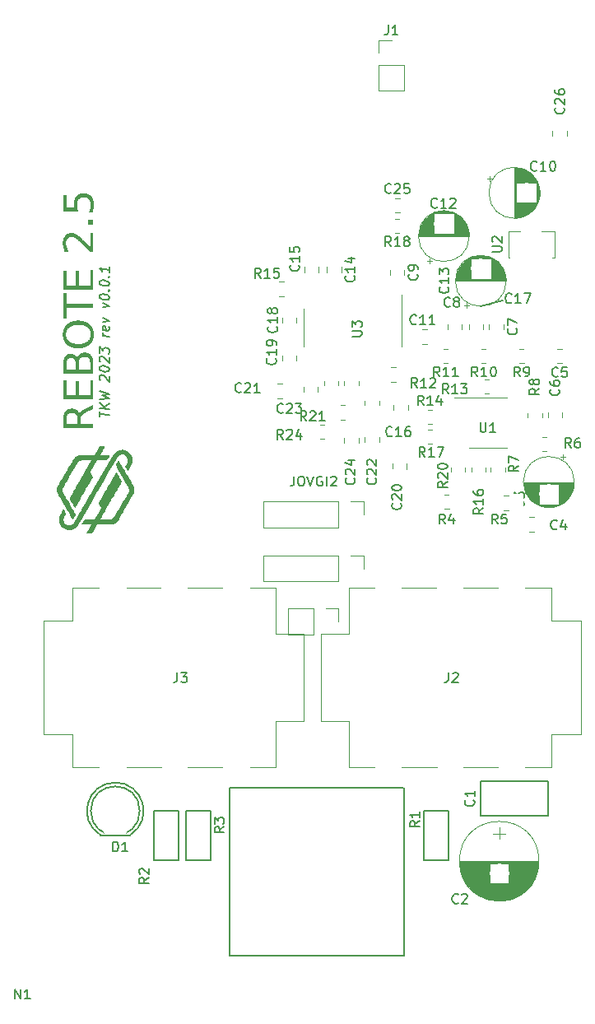
<source format=gto>
G04 #@! TF.GenerationSoftware,KiCad,Pcbnew,7.0.5.1-1-g8f565ef7f0-dirty-deb11*
G04 #@! TF.CreationDate,2023-08-10T10:44:04+00:00*
G04 #@! TF.ProjectId,rebote-smd,7265626f-7465-42d7-936d-642e6b696361,1.0*
G04 #@! TF.SameCoordinates,Original*
G04 #@! TF.FileFunction,Legend,Top*
G04 #@! TF.FilePolarity,Positive*
%FSLAX46Y46*%
G04 Gerber Fmt 4.6, Leading zero omitted, Abs format (unit mm)*
G04 Created by KiCad (PCBNEW 7.0.5.1-1-g8f565ef7f0-dirty-deb11) date 2023-08-10 10:44:04*
%MOMM*%
%LPD*%
G01*
G04 APERTURE LIST*
%ADD10C,0.150000*%
%ADD11C,0.120000*%
%ADD12R,2.600000X1.500000*%
%ADD13O,2.600000X1.500000*%
%ADD14R,2.000000X1.900000*%
%ADD15C,1.900000*%
%ADD16C,1.998980*%
%ADD17R,1.300000X1.300000*%
%ADD18C,1.300000*%
%ADD19O,3.000000X1.900000*%
%ADD20C,3.400000*%
%ADD21O,2.100000X2.100000*%
%ADD22C,2.000000*%
%ADD23C,2.300000*%
%ADD24C,2.398980*%
%ADD25C,1.700000*%
%ADD26C,1.924000*%
G04 APERTURE END LIST*
D10*
X162410000Y-83800000D02*
X160110000Y-84370000D01*
G36*
X120250000Y-94936217D02*
G01*
X119452791Y-95329692D01*
X119414595Y-95348709D01*
X119378041Y-95367657D01*
X119343131Y-95386536D01*
X119309863Y-95405347D01*
X119278238Y-95424088D01*
X119248257Y-95442762D01*
X119219918Y-95461366D01*
X119193222Y-95479902D01*
X119168169Y-95498369D01*
X119144759Y-95516767D01*
X119112724Y-95544236D01*
X119084386Y-95571550D01*
X119059744Y-95598710D01*
X119038799Y-95625715D01*
X119020598Y-95653426D01*
X119004186Y-95682979D01*
X118989565Y-95714374D01*
X118976735Y-95747611D01*
X118965695Y-95782690D01*
X118956445Y-95819610D01*
X118948985Y-95858373D01*
X118943316Y-95898977D01*
X118939437Y-95941423D01*
X118937845Y-95970743D01*
X118937049Y-96000883D01*
X118936950Y-96016259D01*
X118936950Y-96469818D01*
X120250000Y-96469818D01*
X120250000Y-96886008D01*
X117154954Y-96886008D01*
X117154954Y-96469818D01*
X117483217Y-96469818D01*
X118608688Y-96469818D01*
X118608688Y-95945917D01*
X118608129Y-95908851D01*
X118606455Y-95872942D01*
X118603664Y-95838189D01*
X118599757Y-95804592D01*
X118594734Y-95772152D01*
X118588595Y-95740868D01*
X118581339Y-95710740D01*
X118572967Y-95681769D01*
X118563479Y-95653953D01*
X118547153Y-95614399D01*
X118528316Y-95577446D01*
X118506968Y-95543095D01*
X118483108Y-95511346D01*
X118465806Y-95491625D01*
X118437693Y-95464127D01*
X118407210Y-95439333D01*
X118374358Y-95417243D01*
X118339135Y-95397859D01*
X118301543Y-95381180D01*
X118261580Y-95367205D01*
X118219248Y-95355935D01*
X118189710Y-95349924D01*
X118159119Y-95345116D01*
X118127474Y-95341509D01*
X118094776Y-95339105D01*
X118061025Y-95337903D01*
X118043754Y-95337752D01*
X118009487Y-95338354D01*
X117976297Y-95340157D01*
X117944183Y-95343162D01*
X117913145Y-95347370D01*
X117883183Y-95352779D01*
X117854298Y-95359391D01*
X117812987Y-95371562D01*
X117774098Y-95386439D01*
X117737631Y-95404020D01*
X117703585Y-95424306D01*
X117671960Y-95447297D01*
X117642757Y-95472992D01*
X117624633Y-95491625D01*
X117599360Y-95521640D01*
X117576574Y-95554257D01*
X117556273Y-95589475D01*
X117538457Y-95627295D01*
X117523128Y-95667716D01*
X117514290Y-95696110D01*
X117506556Y-95725659D01*
X117499927Y-95756365D01*
X117494403Y-95788227D01*
X117489984Y-95821246D01*
X117486669Y-95855421D01*
X117484459Y-95890752D01*
X117483355Y-95927240D01*
X117483217Y-95945917D01*
X117483217Y-96469818D01*
X117154954Y-96469818D01*
X117154954Y-95945917D01*
X117155171Y-95913206D01*
X117155821Y-95881019D01*
X117156905Y-95849356D01*
X117158423Y-95818216D01*
X117160374Y-95787601D01*
X117162759Y-95757509D01*
X117165578Y-95727940D01*
X117172516Y-95670375D01*
X117181189Y-95614906D01*
X117191596Y-95561531D01*
X117203737Y-95510251D01*
X117217613Y-95461067D01*
X117233224Y-95413978D01*
X117250569Y-95368984D01*
X117269648Y-95326085D01*
X117290462Y-95285281D01*
X117313011Y-95246572D01*
X117337294Y-95209959D01*
X117363312Y-95175440D01*
X117376971Y-95158967D01*
X117405607Y-95127468D01*
X117436013Y-95098001D01*
X117468187Y-95070567D01*
X117502130Y-95045165D01*
X117537842Y-95021795D01*
X117575323Y-95000457D01*
X117614572Y-94981151D01*
X117655591Y-94963878D01*
X117698378Y-94948636D01*
X117742934Y-94935427D01*
X117789259Y-94924250D01*
X117837353Y-94915105D01*
X117887216Y-94907993D01*
X117938848Y-94902912D01*
X117992248Y-94899864D01*
X118047418Y-94898848D01*
X118083576Y-94899375D01*
X118118962Y-94900955D01*
X118153574Y-94903588D01*
X118187414Y-94907274D01*
X118220482Y-94912014D01*
X118252776Y-94917807D01*
X118284298Y-94924654D01*
X118315047Y-94932554D01*
X118345023Y-94941507D01*
X118374226Y-94951513D01*
X118402656Y-94962573D01*
X118430314Y-94974685D01*
X118457199Y-94987852D01*
X118483311Y-95002071D01*
X118508650Y-95017344D01*
X118533217Y-95033670D01*
X118568312Y-95060031D01*
X118601335Y-95088556D01*
X118632283Y-95119245D01*
X118661158Y-95152097D01*
X118679256Y-95175201D01*
X118696432Y-95199267D01*
X118712686Y-95224294D01*
X118728019Y-95250283D01*
X118742431Y-95277234D01*
X118755920Y-95305146D01*
X118768488Y-95334020D01*
X118780135Y-95363856D01*
X118790859Y-95394653D01*
X118800662Y-95426413D01*
X118813623Y-95393005D01*
X118829788Y-95359826D01*
X118849160Y-95326876D01*
X118865792Y-95302314D01*
X118884228Y-95277881D01*
X118904467Y-95253576D01*
X118926509Y-95229400D01*
X118950354Y-95205353D01*
X118976002Y-95181435D01*
X118994103Y-95165561D01*
X119022827Y-95141787D01*
X119053497Y-95118000D01*
X119086111Y-95094200D01*
X119120670Y-95070387D01*
X119157174Y-95046561D01*
X119182591Y-95030670D01*
X119208872Y-95014773D01*
X119236017Y-94998871D01*
X119264027Y-94982962D01*
X119292901Y-94967048D01*
X119322639Y-94951129D01*
X119353242Y-94935203D01*
X119384709Y-94919272D01*
X119400767Y-94911304D01*
X120250000Y-94489253D01*
X120250000Y-94936217D01*
G37*
G36*
X117154954Y-93969748D02*
G01*
X117154954Y-92024354D01*
X117483217Y-92024354D01*
X117483217Y-93553558D01*
X118421109Y-93553558D01*
X118421109Y-92088101D01*
X118749371Y-92088101D01*
X118749371Y-93553558D01*
X119921737Y-93553558D01*
X119921737Y-91986985D01*
X120250000Y-91986985D01*
X120250000Y-93969748D01*
X117154954Y-93969748D01*
G37*
G36*
X119426679Y-89135569D02*
G01*
X119476753Y-89138858D01*
X119525345Y-89144339D01*
X119572455Y-89152012D01*
X119618081Y-89161878D01*
X119662225Y-89173937D01*
X119704887Y-89188188D01*
X119746065Y-89204631D01*
X119785762Y-89223267D01*
X119823975Y-89244096D01*
X119860706Y-89267117D01*
X119895954Y-89292330D01*
X119929720Y-89319736D01*
X119962003Y-89349334D01*
X119992803Y-89381125D01*
X120022121Y-89415108D01*
X120049716Y-89451023D01*
X120075530Y-89488793D01*
X120099564Y-89528417D01*
X120121818Y-89569897D01*
X120142291Y-89613231D01*
X120160984Y-89658419D01*
X120177897Y-89705463D01*
X120193030Y-89754361D01*
X120206382Y-89805114D01*
X120217954Y-89857721D01*
X120227746Y-89912184D01*
X120235757Y-89968501D01*
X120241988Y-90026673D01*
X120244436Y-90056454D01*
X120246439Y-90086699D01*
X120247997Y-90117408D01*
X120249109Y-90148580D01*
X120249777Y-90180217D01*
X120250000Y-90212316D01*
X120250000Y-91317271D01*
X117154954Y-91317271D01*
X117154954Y-90901081D01*
X117483217Y-90901081D01*
X118421109Y-90901081D01*
X118749371Y-90901081D01*
X119921737Y-90901081D01*
X119921737Y-90232833D01*
X119921173Y-90191562D01*
X119919482Y-90151649D01*
X119916662Y-90113092D01*
X119912715Y-90075891D01*
X119907641Y-90040048D01*
X119901438Y-90005561D01*
X119894108Y-89972431D01*
X119885650Y-89940657D01*
X119876065Y-89910240D01*
X119865351Y-89881180D01*
X119853510Y-89853477D01*
X119840542Y-89827130D01*
X119818974Y-89790154D01*
X119794869Y-89756230D01*
X119777390Y-89735310D01*
X119748848Y-89706371D01*
X119717626Y-89680278D01*
X119683726Y-89657032D01*
X119647147Y-89636632D01*
X119607889Y-89619079D01*
X119580228Y-89608958D01*
X119551377Y-89600102D01*
X119521335Y-89592512D01*
X119490103Y-89586186D01*
X119457680Y-89581126D01*
X119424066Y-89577330D01*
X119389261Y-89574800D01*
X119353266Y-89573535D01*
X119334822Y-89573377D01*
X119297887Y-89574010D01*
X119262190Y-89575907D01*
X119227729Y-89579070D01*
X119194504Y-89583498D01*
X119162516Y-89589191D01*
X119131764Y-89596149D01*
X119102249Y-89604372D01*
X119073970Y-89613860D01*
X119033870Y-89630465D01*
X118996553Y-89649916D01*
X118962017Y-89672213D01*
X118930264Y-89697357D01*
X118901292Y-89725347D01*
X118892254Y-89735310D01*
X118866719Y-89767199D01*
X118843696Y-89802140D01*
X118823185Y-89840134D01*
X118810906Y-89867159D01*
X118799743Y-89895541D01*
X118789697Y-89925279D01*
X118780766Y-89956374D01*
X118772953Y-89988826D01*
X118766255Y-90022635D01*
X118760674Y-90057800D01*
X118756209Y-90094322D01*
X118752860Y-90132201D01*
X118750627Y-90171436D01*
X118749511Y-90212028D01*
X118749371Y-90232833D01*
X118749371Y-90901081D01*
X118421109Y-90901081D01*
X118421109Y-90284856D01*
X118420657Y-90247361D01*
X118419300Y-90211080D01*
X118417039Y-90176012D01*
X118413873Y-90142158D01*
X118409803Y-90109517D01*
X118404829Y-90078090D01*
X118398950Y-90047876D01*
X118392166Y-90018876D01*
X118380295Y-89977651D01*
X118366389Y-89939157D01*
X118350448Y-89903394D01*
X118332472Y-89870361D01*
X118312461Y-89840059D01*
X118305338Y-89830565D01*
X118282562Y-89803852D01*
X118257648Y-89779766D01*
X118230595Y-89758308D01*
X118201405Y-89739477D01*
X118170077Y-89723274D01*
X118136610Y-89709699D01*
X118101005Y-89698751D01*
X118063263Y-89690430D01*
X118023382Y-89684737D01*
X117981363Y-89681672D01*
X117952163Y-89681088D01*
X117909105Y-89682402D01*
X117868134Y-89686343D01*
X117829249Y-89692912D01*
X117792451Y-89702108D01*
X117757739Y-89713932D01*
X117725114Y-89728383D01*
X117694576Y-89745462D01*
X117666124Y-89765169D01*
X117639759Y-89787503D01*
X117615480Y-89812464D01*
X117600453Y-89830565D01*
X117579502Y-89859957D01*
X117560611Y-89892080D01*
X117543781Y-89926933D01*
X117529012Y-89964517D01*
X117516304Y-90004831D01*
X117508977Y-90033224D01*
X117502565Y-90062831D01*
X117497070Y-90093652D01*
X117492490Y-90125685D01*
X117488826Y-90158933D01*
X117486079Y-90193394D01*
X117484247Y-90229069D01*
X117483331Y-90265957D01*
X117483217Y-90284856D01*
X117483217Y-90901081D01*
X117154954Y-90901081D01*
X117154954Y-90253349D01*
X117155147Y-90223841D01*
X117156686Y-90166104D01*
X117159766Y-90110073D01*
X117164386Y-90055749D01*
X117170545Y-90003129D01*
X117178245Y-89952216D01*
X117187484Y-89903009D01*
X117198263Y-89855508D01*
X117210582Y-89809712D01*
X117224441Y-89765622D01*
X117239840Y-89723239D01*
X117256778Y-89682561D01*
X117275257Y-89643589D01*
X117295275Y-89606323D01*
X117316833Y-89570762D01*
X117339932Y-89536908D01*
X117352058Y-89520621D01*
X117377254Y-89489388D01*
X117403750Y-89460170D01*
X117431545Y-89432968D01*
X117460639Y-89407780D01*
X117491033Y-89384608D01*
X117522727Y-89363450D01*
X117555719Y-89344308D01*
X117590012Y-89327180D01*
X117625603Y-89312068D01*
X117662495Y-89298970D01*
X117700685Y-89287888D01*
X117740175Y-89278820D01*
X117780965Y-89271768D01*
X117823054Y-89266730D01*
X117866442Y-89263708D01*
X117911130Y-89262700D01*
X117945852Y-89263215D01*
X117979674Y-89264761D01*
X118012599Y-89267337D01*
X118044624Y-89270943D01*
X118075751Y-89275580D01*
X118105979Y-89281247D01*
X118135308Y-89287945D01*
X118163738Y-89295673D01*
X118204699Y-89309197D01*
X118243637Y-89325039D01*
X118280553Y-89343200D01*
X118315447Y-89363679D01*
X118348319Y-89386477D01*
X118358827Y-89394591D01*
X118388782Y-89420403D01*
X118416547Y-89448378D01*
X118442122Y-89478517D01*
X118465508Y-89510820D01*
X118486704Y-89545287D01*
X118505711Y-89581918D01*
X118522528Y-89620712D01*
X118537155Y-89661671D01*
X118545690Y-89690179D01*
X118553252Y-89719648D01*
X118559841Y-89750079D01*
X118565457Y-89781472D01*
X118574361Y-89743631D01*
X118584404Y-89706860D01*
X118595587Y-89671159D01*
X118607909Y-89636529D01*
X118621370Y-89602970D01*
X118635970Y-89570480D01*
X118651710Y-89539062D01*
X118668588Y-89508714D01*
X118686606Y-89479436D01*
X118705763Y-89451229D01*
X118726059Y-89424092D01*
X118747494Y-89398026D01*
X118770068Y-89373030D01*
X118793782Y-89349105D01*
X118818634Y-89326250D01*
X118844626Y-89304466D01*
X118871600Y-89283881D01*
X118899398Y-89264624D01*
X118928020Y-89246695D01*
X118957466Y-89230094D01*
X118987737Y-89214821D01*
X119018832Y-89200876D01*
X119050752Y-89188259D01*
X119083496Y-89176971D01*
X119117064Y-89167010D01*
X119151456Y-89158378D01*
X119186673Y-89151074D01*
X119222714Y-89145097D01*
X119259579Y-89140449D01*
X119297269Y-89137129D01*
X119335783Y-89135137D01*
X119375122Y-89134473D01*
X119426679Y-89135569D01*
G37*
G36*
X118748352Y-85841969D02*
G01*
X118792923Y-85843105D01*
X118836921Y-85844997D01*
X118880347Y-85847647D01*
X118923200Y-85851054D01*
X118965481Y-85855218D01*
X119007189Y-85860138D01*
X119048325Y-85865816D01*
X119088888Y-85872251D01*
X119128879Y-85879443D01*
X119168298Y-85887393D01*
X119207144Y-85896099D01*
X119245417Y-85905562D01*
X119283118Y-85915782D01*
X119320247Y-85926760D01*
X119356803Y-85938494D01*
X119392787Y-85950985D01*
X119428199Y-85964234D01*
X119463038Y-85978239D01*
X119497304Y-85993002D01*
X119530998Y-86008522D01*
X119564120Y-86024798D01*
X119596669Y-86041832D01*
X119628646Y-86059623D01*
X119660050Y-86078171D01*
X119690882Y-86097476D01*
X119721141Y-86117538D01*
X119750828Y-86138357D01*
X119779943Y-86159933D01*
X119808485Y-86182266D01*
X119836454Y-86205357D01*
X119863852Y-86229204D01*
X119890494Y-86253683D01*
X119916290Y-86278669D01*
X119941241Y-86304161D01*
X119965346Y-86330160D01*
X119988605Y-86356666D01*
X120011018Y-86383678D01*
X120032586Y-86411197D01*
X120053308Y-86439222D01*
X120073184Y-86467754D01*
X120092214Y-86496793D01*
X120110398Y-86526338D01*
X120127737Y-86556390D01*
X120144230Y-86586949D01*
X120159877Y-86618014D01*
X120174678Y-86649586D01*
X120188633Y-86681664D01*
X120201743Y-86714249D01*
X120214007Y-86747340D01*
X120225425Y-86780939D01*
X120235998Y-86815043D01*
X120245724Y-86849655D01*
X120254605Y-86884773D01*
X120262640Y-86920397D01*
X120269829Y-86956529D01*
X120276172Y-86993166D01*
X120281670Y-87030311D01*
X120286322Y-87067962D01*
X120290128Y-87106120D01*
X120293088Y-87144784D01*
X120295203Y-87183955D01*
X120296471Y-87223633D01*
X120296894Y-87263817D01*
X120296472Y-87304137D01*
X120295205Y-87343947D01*
X120293095Y-87383249D01*
X120290139Y-87422040D01*
X120286340Y-87460322D01*
X120281696Y-87498095D01*
X120276207Y-87535358D01*
X120269875Y-87572112D01*
X120262698Y-87608357D01*
X120254676Y-87644091D01*
X120245811Y-87679317D01*
X120236101Y-87714033D01*
X120225546Y-87748239D01*
X120214147Y-87781936D01*
X120201904Y-87815123D01*
X120188817Y-87847801D01*
X120174885Y-87879970D01*
X120160109Y-87911629D01*
X120144488Y-87942778D01*
X120128023Y-87973418D01*
X120110714Y-88003549D01*
X120092560Y-88033170D01*
X120073562Y-88062282D01*
X120053720Y-88090884D01*
X120033033Y-88118977D01*
X120011502Y-88146560D01*
X119989127Y-88173634D01*
X119965907Y-88200198D01*
X119941843Y-88226253D01*
X119916934Y-88251798D01*
X119891181Y-88276834D01*
X119864584Y-88301360D01*
X119837275Y-88325253D01*
X119809386Y-88348387D01*
X119780918Y-88370762D01*
X119751870Y-88392379D01*
X119722242Y-88413237D01*
X119692035Y-88433337D01*
X119661249Y-88452679D01*
X119629882Y-88471262D01*
X119597936Y-88489086D01*
X119565411Y-88506152D01*
X119532305Y-88522460D01*
X119498621Y-88538009D01*
X119464356Y-88552799D01*
X119429512Y-88566831D01*
X119394089Y-88580105D01*
X119358086Y-88592620D01*
X119321503Y-88604376D01*
X119284341Y-88615375D01*
X119246599Y-88625614D01*
X119208277Y-88635095D01*
X119169376Y-88643818D01*
X119129895Y-88651782D01*
X119089835Y-88658988D01*
X119049195Y-88665435D01*
X119007975Y-88671123D01*
X118966176Y-88676054D01*
X118923797Y-88680225D01*
X118880839Y-88683639D01*
X118837301Y-88686293D01*
X118793183Y-88688189D01*
X118748486Y-88689327D01*
X118703210Y-88689706D01*
X118657977Y-88689327D01*
X118613322Y-88688189D01*
X118569243Y-88686293D01*
X118525740Y-88683639D01*
X118482815Y-88680225D01*
X118440466Y-88676054D01*
X118398694Y-88671123D01*
X118357499Y-88665435D01*
X118316881Y-88658988D01*
X118276839Y-88651782D01*
X118237374Y-88643818D01*
X118198486Y-88635095D01*
X118160174Y-88625614D01*
X118122439Y-88615375D01*
X118085281Y-88604376D01*
X118048700Y-88592620D01*
X118012695Y-88580105D01*
X117977267Y-88566831D01*
X117942416Y-88552799D01*
X117908142Y-88538009D01*
X117874444Y-88522460D01*
X117841323Y-88506152D01*
X117808779Y-88489086D01*
X117776812Y-88471262D01*
X117745421Y-88452679D01*
X117714607Y-88433337D01*
X117684370Y-88413237D01*
X117654709Y-88392379D01*
X117625626Y-88370762D01*
X117597119Y-88348387D01*
X117569188Y-88325253D01*
X117541835Y-88301360D01*
X117515147Y-88276834D01*
X117489307Y-88251798D01*
X117464314Y-88226253D01*
X117440169Y-88200198D01*
X117416870Y-88173634D01*
X117394419Y-88146560D01*
X117372815Y-88118977D01*
X117352058Y-88090884D01*
X117332149Y-88062282D01*
X117313086Y-88033170D01*
X117294871Y-88003549D01*
X117277503Y-87973418D01*
X117260982Y-87942778D01*
X117245309Y-87911629D01*
X117230482Y-87879970D01*
X117216503Y-87847801D01*
X117203371Y-87815123D01*
X117191087Y-87781936D01*
X117179649Y-87748239D01*
X117169059Y-87714033D01*
X117159316Y-87679317D01*
X117150420Y-87644091D01*
X117142372Y-87608357D01*
X117135170Y-87572112D01*
X117128816Y-87535358D01*
X117123309Y-87498095D01*
X117118650Y-87460322D01*
X117114837Y-87422040D01*
X117111872Y-87383249D01*
X117109754Y-87343947D01*
X117108483Y-87304137D01*
X117108060Y-87263817D01*
X117108068Y-87263084D01*
X117436322Y-87263084D01*
X117437650Y-87319049D01*
X117441634Y-87373554D01*
X117448275Y-87426600D01*
X117457571Y-87478186D01*
X117469524Y-87528312D01*
X117484132Y-87576978D01*
X117501397Y-87624185D01*
X117521318Y-87669931D01*
X117543896Y-87714219D01*
X117569129Y-87757046D01*
X117597018Y-87798414D01*
X117627564Y-87838322D01*
X117660766Y-87876770D01*
X117696624Y-87913758D01*
X117735138Y-87949287D01*
X117776308Y-87983356D01*
X117819771Y-88015653D01*
X117865163Y-88045867D01*
X117912484Y-88073997D01*
X117961734Y-88100043D01*
X118012913Y-88124006D01*
X118066022Y-88145884D01*
X118121060Y-88165680D01*
X118149302Y-88174796D01*
X118178026Y-88183391D01*
X118207233Y-88191465D01*
X118236922Y-88199019D01*
X118267094Y-88206051D01*
X118297747Y-88212563D01*
X118328883Y-88218553D01*
X118360502Y-88224023D01*
X118392602Y-88228972D01*
X118425185Y-88233400D01*
X118458250Y-88237307D01*
X118491797Y-88240693D01*
X118525827Y-88243558D01*
X118560339Y-88245902D01*
X118595333Y-88247725D01*
X118630810Y-88249027D01*
X118666768Y-88249809D01*
X118703210Y-88250069D01*
X118739560Y-88249809D01*
X118775432Y-88249027D01*
X118810824Y-88247725D01*
X118845737Y-88245902D01*
X118880170Y-88243558D01*
X118914124Y-88240693D01*
X118947598Y-88237307D01*
X118980593Y-88233400D01*
X119013109Y-88228972D01*
X119045145Y-88224023D01*
X119076701Y-88218553D01*
X119107779Y-88212563D01*
X119138377Y-88206051D01*
X119168495Y-88199019D01*
X119198134Y-88191465D01*
X119227294Y-88183391D01*
X119255974Y-88174796D01*
X119284175Y-88165680D01*
X119311896Y-88156042D01*
X119365900Y-88135205D01*
X119417987Y-88112285D01*
X119468156Y-88087280D01*
X119516407Y-88060192D01*
X119562741Y-88031021D01*
X119607157Y-87999765D01*
X119628646Y-87983356D01*
X119669816Y-87949287D01*
X119708330Y-87913758D01*
X119744188Y-87876770D01*
X119777390Y-87838322D01*
X119807935Y-87798414D01*
X119835825Y-87757046D01*
X119861058Y-87714219D01*
X119883635Y-87669931D01*
X119903556Y-87624185D01*
X119920821Y-87576978D01*
X119935430Y-87528312D01*
X119947383Y-87478186D01*
X119956679Y-87426600D01*
X119963319Y-87373554D01*
X119967304Y-87319049D01*
X119968632Y-87263084D01*
X119967304Y-87207216D01*
X119963319Y-87152820D01*
X119956679Y-87099894D01*
X119947383Y-87048440D01*
X119935430Y-86998457D01*
X119920821Y-86949946D01*
X119903556Y-86902905D01*
X119883635Y-86857336D01*
X119861058Y-86813237D01*
X119835825Y-86770610D01*
X119807935Y-86729454D01*
X119777390Y-86689770D01*
X119744188Y-86651556D01*
X119708330Y-86614814D01*
X119669816Y-86579543D01*
X119628646Y-86545743D01*
X119585189Y-86513623D01*
X119539814Y-86483575D01*
X119492521Y-86455600D01*
X119443311Y-86429697D01*
X119392183Y-86405866D01*
X119339138Y-86384107D01*
X119284175Y-86364421D01*
X119255974Y-86355355D01*
X119227294Y-86346807D01*
X119198134Y-86338777D01*
X119168495Y-86331265D01*
X119138377Y-86324271D01*
X119107779Y-86317795D01*
X119076701Y-86311838D01*
X119045145Y-86306398D01*
X119013109Y-86301476D01*
X118980593Y-86297073D01*
X118947598Y-86293187D01*
X118914124Y-86289820D01*
X118880170Y-86286971D01*
X118845737Y-86284639D01*
X118810824Y-86282826D01*
X118775432Y-86281531D01*
X118739560Y-86280754D01*
X118703210Y-86280495D01*
X118666768Y-86280754D01*
X118630810Y-86281531D01*
X118595333Y-86282826D01*
X118560339Y-86284639D01*
X118525827Y-86286971D01*
X118491797Y-86289820D01*
X118458250Y-86293187D01*
X118425185Y-86297073D01*
X118392602Y-86301476D01*
X118360502Y-86306398D01*
X118328883Y-86311838D01*
X118297747Y-86317795D01*
X118267094Y-86324271D01*
X118236922Y-86331265D01*
X118207233Y-86338777D01*
X118178026Y-86346807D01*
X118149302Y-86355355D01*
X118121060Y-86364421D01*
X118093300Y-86374005D01*
X118039227Y-86394728D01*
X117987083Y-86417522D01*
X117936868Y-86442389D01*
X117888582Y-86469329D01*
X117842226Y-86498340D01*
X117797798Y-86529424D01*
X117776308Y-86545743D01*
X117735138Y-86579543D01*
X117696624Y-86614814D01*
X117660766Y-86651556D01*
X117627564Y-86689770D01*
X117597018Y-86729454D01*
X117569129Y-86770610D01*
X117543896Y-86813237D01*
X117521318Y-86857336D01*
X117501397Y-86902905D01*
X117484132Y-86949946D01*
X117469524Y-86998457D01*
X117457571Y-87048440D01*
X117448275Y-87099894D01*
X117441634Y-87152820D01*
X117437650Y-87207216D01*
X117436322Y-87263084D01*
X117108068Y-87263084D01*
X117108483Y-87223633D01*
X117109754Y-87183955D01*
X117111872Y-87144784D01*
X117114837Y-87106120D01*
X117118650Y-87067962D01*
X117123309Y-87030311D01*
X117128816Y-86993166D01*
X117135170Y-86956529D01*
X117142372Y-86920397D01*
X117150420Y-86884773D01*
X117159316Y-86849655D01*
X117169059Y-86815043D01*
X117179649Y-86780939D01*
X117191087Y-86747340D01*
X117203371Y-86714249D01*
X117216503Y-86681664D01*
X117230482Y-86649586D01*
X117245309Y-86618014D01*
X117260982Y-86586949D01*
X117277503Y-86556390D01*
X117294871Y-86526338D01*
X117313086Y-86496793D01*
X117332149Y-86467754D01*
X117352058Y-86439222D01*
X117372815Y-86411197D01*
X117394419Y-86383678D01*
X117416870Y-86356666D01*
X117440169Y-86330160D01*
X117464314Y-86304161D01*
X117489307Y-86278669D01*
X117515147Y-86253683D01*
X117541835Y-86229204D01*
X117569188Y-86205357D01*
X117597119Y-86182266D01*
X117625626Y-86159933D01*
X117654709Y-86138357D01*
X117684370Y-86117538D01*
X117714607Y-86097476D01*
X117745421Y-86078171D01*
X117776812Y-86059623D01*
X117808779Y-86041832D01*
X117841323Y-86024798D01*
X117874444Y-86008522D01*
X117908142Y-85993002D01*
X117942416Y-85978239D01*
X117977267Y-85964234D01*
X118012695Y-85950985D01*
X118048700Y-85938494D01*
X118085281Y-85926760D01*
X118122439Y-85915782D01*
X118160174Y-85905562D01*
X118198486Y-85896099D01*
X118237374Y-85887393D01*
X118276839Y-85879443D01*
X118316881Y-85872251D01*
X118357499Y-85865816D01*
X118398694Y-85860138D01*
X118440466Y-85855218D01*
X118482815Y-85851054D01*
X118525740Y-85847647D01*
X118569243Y-85844997D01*
X118613322Y-85843105D01*
X118657977Y-85841969D01*
X118703210Y-85841591D01*
X118748352Y-85841969D01*
G37*
G36*
X117154954Y-85632763D02*
G01*
X117154954Y-83030111D01*
X117483217Y-83030111D01*
X117483217Y-84121877D01*
X120250000Y-84121877D01*
X120250000Y-84540265D01*
X117483217Y-84540265D01*
X117483217Y-85632763D01*
X117154954Y-85632763D01*
G37*
G36*
X117154954Y-82641765D02*
G01*
X117154954Y-80696371D01*
X117483217Y-80696371D01*
X117483217Y-82225575D01*
X118421109Y-82225575D01*
X118421109Y-80760118D01*
X118749371Y-80760118D01*
X118749371Y-82225575D01*
X119921737Y-82225575D01*
X119921737Y-80659002D01*
X120250000Y-80659002D01*
X120250000Y-82641765D01*
X117154954Y-82641765D01*
G37*
G36*
X119921737Y-78260048D02*
G01*
X119921737Y-76807048D01*
X120250000Y-76807048D01*
X120250000Y-78760502D01*
X119921737Y-78760502D01*
X119889743Y-78730245D01*
X119856410Y-78698644D01*
X119821737Y-78665697D01*
X119785724Y-78631404D01*
X119748372Y-78595767D01*
X119709681Y-78558784D01*
X119669650Y-78520456D01*
X119628279Y-78480783D01*
X119607092Y-78460442D01*
X119585569Y-78439764D01*
X119563712Y-78418751D01*
X119541520Y-78397401D01*
X119518993Y-78375714D01*
X119496131Y-78353692D01*
X119472934Y-78331333D01*
X119449402Y-78308637D01*
X119425535Y-78285606D01*
X119401334Y-78262238D01*
X119376797Y-78238534D01*
X119351926Y-78214493D01*
X119326720Y-78190116D01*
X119301179Y-78165403D01*
X119275303Y-78140354D01*
X119249092Y-78114968D01*
X119222962Y-78089665D01*
X119197418Y-78064957D01*
X119172461Y-78040842D01*
X119148090Y-78017321D01*
X119124307Y-77994393D01*
X119101110Y-77972060D01*
X119078500Y-77950321D01*
X119056476Y-77929176D01*
X119035040Y-77908624D01*
X118993927Y-77869303D01*
X118955161Y-77832357D01*
X118918742Y-77797788D01*
X118884670Y-77765593D01*
X118852945Y-77735775D01*
X118823567Y-77708332D01*
X118796537Y-77683264D01*
X118771853Y-77660573D01*
X118749516Y-77640257D01*
X118720411Y-77614237D01*
X118703942Y-77599860D01*
X118675549Y-77575417D01*
X118647705Y-77551912D01*
X118620411Y-77529346D01*
X118593667Y-77507719D01*
X118567472Y-77487031D01*
X118541826Y-77467282D01*
X118516730Y-77448471D01*
X118492184Y-77430600D01*
X118468187Y-77413667D01*
X118433222Y-77390028D01*
X118399494Y-77368501D01*
X118367002Y-77349086D01*
X118335746Y-77331784D01*
X118315596Y-77321423D01*
X118285828Y-77307150D01*
X118256151Y-77294281D01*
X118226563Y-77282815D01*
X118197066Y-77272754D01*
X118167659Y-77264096D01*
X118138342Y-77256843D01*
X118109115Y-77250993D01*
X118079978Y-77246547D01*
X118041269Y-77242804D01*
X118002721Y-77241556D01*
X117971760Y-77242228D01*
X117941527Y-77244246D01*
X117912020Y-77247609D01*
X117869123Y-77255176D01*
X117827862Y-77265770D01*
X117788237Y-77279391D01*
X117750247Y-77296038D01*
X117713894Y-77315712D01*
X117679176Y-77338413D01*
X117646093Y-77364141D01*
X117614647Y-77392896D01*
X117594591Y-77413747D01*
X117566307Y-77446947D01*
X117540804Y-77481977D01*
X117518084Y-77518835D01*
X117498146Y-77557522D01*
X117480990Y-77598038D01*
X117471098Y-77626065D01*
X117462443Y-77654905D01*
X117455024Y-77684557D01*
X117448841Y-77715023D01*
X117443895Y-77746301D01*
X117440186Y-77778392D01*
X117437713Y-77811296D01*
X117436476Y-77845013D01*
X117436322Y-77862177D01*
X117436940Y-77899052D01*
X117438795Y-77936314D01*
X117441886Y-77973962D01*
X117446214Y-78011997D01*
X117451778Y-78050418D01*
X117458579Y-78089225D01*
X117466616Y-78128419D01*
X117475889Y-78167999D01*
X117486399Y-78207966D01*
X117498146Y-78248319D01*
X117506664Y-78275436D01*
X117520347Y-78316373D01*
X117535292Y-78357850D01*
X117545956Y-78385803D01*
X117557182Y-78413996D01*
X117568969Y-78442429D01*
X117581316Y-78471103D01*
X117594225Y-78500017D01*
X117607695Y-78529172D01*
X117621725Y-78558567D01*
X117636317Y-78588202D01*
X117651469Y-78618078D01*
X117667183Y-78648194D01*
X117683457Y-78678551D01*
X117700293Y-78709148D01*
X117717690Y-78739986D01*
X117295638Y-78739986D01*
X117284186Y-78708699D01*
X117273095Y-78677669D01*
X117262365Y-78646898D01*
X117251995Y-78616383D01*
X117241986Y-78586127D01*
X117232337Y-78556128D01*
X117223049Y-78526387D01*
X117214122Y-78496903D01*
X117205555Y-78467677D01*
X117197349Y-78438708D01*
X117189504Y-78409997D01*
X117182019Y-78381544D01*
X117171468Y-78339347D01*
X117161729Y-78297729D01*
X117155687Y-78270307D01*
X117147175Y-78229563D01*
X117139501Y-78189489D01*
X117132664Y-78150085D01*
X117126664Y-78111350D01*
X117121501Y-78073286D01*
X117117176Y-78035891D01*
X117113687Y-77999166D01*
X117111036Y-77963110D01*
X117109222Y-77927724D01*
X117108246Y-77893009D01*
X117108060Y-77870237D01*
X117108296Y-77840522D01*
X117109004Y-77811186D01*
X117111838Y-77753653D01*
X117116560Y-77697636D01*
X117123172Y-77643137D01*
X117131673Y-77590154D01*
X117142063Y-77538689D01*
X117154342Y-77488740D01*
X117168510Y-77440308D01*
X117184567Y-77393394D01*
X117202513Y-77347996D01*
X117222348Y-77304115D01*
X117244072Y-77261752D01*
X117267686Y-77220905D01*
X117293188Y-77181575D01*
X117320579Y-77143762D01*
X117349860Y-77107466D01*
X117380720Y-77073040D01*
X117412852Y-77040834D01*
X117446254Y-77010849D01*
X117480927Y-76983086D01*
X117516871Y-76957543D01*
X117554085Y-76934222D01*
X117592571Y-76913122D01*
X117632327Y-76894242D01*
X117673354Y-76877584D01*
X117715652Y-76863147D01*
X117759220Y-76850931D01*
X117804060Y-76840936D01*
X117850170Y-76833163D01*
X117897552Y-76827610D01*
X117946204Y-76824278D01*
X117996127Y-76823168D01*
X118031817Y-76823792D01*
X118067173Y-76825666D01*
X118102193Y-76828790D01*
X118136879Y-76833163D01*
X118171230Y-76838785D01*
X118205246Y-76845656D01*
X118238927Y-76853777D01*
X118272274Y-76863147D01*
X118305285Y-76873767D01*
X118337962Y-76885636D01*
X118359560Y-76894242D01*
X118392380Y-76908593D01*
X118426270Y-76924991D01*
X118461228Y-76943437D01*
X118497256Y-76963932D01*
X118534352Y-76986474D01*
X118559677Y-77002640D01*
X118585477Y-77019716D01*
X118611752Y-77037702D01*
X118638503Y-77056598D01*
X118665728Y-77076405D01*
X118693429Y-77097122D01*
X118721604Y-77118749D01*
X118750255Y-77141286D01*
X118764759Y-77152896D01*
X118789327Y-77174434D01*
X118816994Y-77199598D01*
X118842417Y-77223100D01*
X118871845Y-77250569D01*
X118893690Y-77271085D01*
X118917314Y-77293365D01*
X118942719Y-77317407D01*
X118969905Y-77343213D01*
X118998871Y-77370782D01*
X119029617Y-77400114D01*
X119062143Y-77431209D01*
X119096449Y-77464068D01*
X119114270Y-77481158D01*
X119151256Y-77516572D01*
X119190039Y-77553755D01*
X119230620Y-77592707D01*
X119272998Y-77633428D01*
X119294861Y-77654452D01*
X119317173Y-77675918D01*
X119339935Y-77697826D01*
X119363146Y-77720176D01*
X119386807Y-77742969D01*
X119410917Y-77766204D01*
X119435476Y-77789881D01*
X119460484Y-77814000D01*
X119485943Y-77838561D01*
X119511850Y-77863565D01*
X119538207Y-77889011D01*
X119565013Y-77914899D01*
X119592268Y-77941229D01*
X119619973Y-77968002D01*
X119648127Y-77995216D01*
X119676731Y-78022873D01*
X119705784Y-78050972D01*
X119735286Y-78079514D01*
X119765238Y-78108497D01*
X119795639Y-78137923D01*
X119826490Y-78167791D01*
X119857789Y-78198101D01*
X119889539Y-78228854D01*
X119921737Y-78260048D01*
G37*
G36*
X119734159Y-75948290D02*
G01*
X119734159Y-75513782D01*
X120250000Y-75513782D01*
X120250000Y-75948290D01*
X119734159Y-75948290D01*
G37*
G36*
X117154954Y-74610327D02*
G01*
X117154954Y-72976343D01*
X117483217Y-72976343D01*
X117483217Y-74229309D01*
X118291416Y-74229309D01*
X118282826Y-74200933D01*
X118274915Y-74172594D01*
X118266320Y-74138633D01*
X118258704Y-74104725D01*
X118252066Y-74070868D01*
X118248185Y-74048325D01*
X118243205Y-74014253D01*
X118239255Y-73980181D01*
X118236336Y-73946109D01*
X118234446Y-73912037D01*
X118233588Y-73877965D01*
X118233531Y-73866608D01*
X118233802Y-73834623D01*
X118234618Y-73803058D01*
X118235978Y-73771912D01*
X118237881Y-73741185D01*
X118240328Y-73710878D01*
X118243319Y-73680990D01*
X118246854Y-73651521D01*
X118250933Y-73622472D01*
X118260722Y-73565631D01*
X118272686Y-73510468D01*
X118286825Y-73456981D01*
X118303140Y-73405172D01*
X118321630Y-73355040D01*
X118342295Y-73306586D01*
X118365135Y-73259809D01*
X118390151Y-73214709D01*
X118417342Y-73171286D01*
X118446709Y-73129540D01*
X118478250Y-73089472D01*
X118511967Y-73051081D01*
X118547453Y-73014614D01*
X118584485Y-72980499D01*
X118623062Y-72948737D01*
X118663184Y-72919327D01*
X118704852Y-72892271D01*
X118748066Y-72867567D01*
X118792826Y-72845216D01*
X118839131Y-72825218D01*
X118886981Y-72807572D01*
X118936378Y-72792279D01*
X118987319Y-72779339D01*
X119039807Y-72768752D01*
X119093840Y-72760517D01*
X119149418Y-72754635D01*
X119206543Y-72751106D01*
X119265212Y-72749930D01*
X119295591Y-72750232D01*
X119325542Y-72751138D01*
X119355067Y-72752647D01*
X119412839Y-72757479D01*
X119468904Y-72764726D01*
X119523263Y-72774389D01*
X119575916Y-72786467D01*
X119626864Y-72800962D01*
X119676106Y-72817872D01*
X119723641Y-72837197D01*
X119769471Y-72858939D01*
X119813595Y-72883096D01*
X119856013Y-72909669D01*
X119896726Y-72938657D01*
X119935732Y-72970062D01*
X119973032Y-73003882D01*
X120008627Y-73040117D01*
X120025785Y-73059141D01*
X120058614Y-73098783D01*
X120089326Y-73140405D01*
X120117919Y-73184008D01*
X120144395Y-73229592D01*
X120168752Y-73277157D01*
X120190992Y-73326702D01*
X120211113Y-73378227D01*
X120229117Y-73431734D01*
X120245002Y-73487221D01*
X120252150Y-73515707D01*
X120258769Y-73544688D01*
X120264859Y-73574165D01*
X120270419Y-73604137D01*
X120275449Y-73634604D01*
X120279950Y-73665566D01*
X120283921Y-73697023D01*
X120287363Y-73728975D01*
X120290275Y-73761423D01*
X120292658Y-73794366D01*
X120294511Y-73827803D01*
X120295835Y-73861737D01*
X120296629Y-73896165D01*
X120296894Y-73931088D01*
X120296585Y-73967423D01*
X120295658Y-74003886D01*
X120294112Y-74040478D01*
X120291948Y-74077199D01*
X120289166Y-74114048D01*
X120285766Y-74151027D01*
X120281747Y-74188134D01*
X120277110Y-74225370D01*
X120271855Y-74262735D01*
X120265982Y-74300229D01*
X120261723Y-74325296D01*
X120254819Y-74363062D01*
X120247298Y-74401073D01*
X120239157Y-74439329D01*
X120230399Y-74477830D01*
X120221022Y-74516575D01*
X120211028Y-74555565D01*
X120200414Y-74594799D01*
X120189183Y-74634279D01*
X120177333Y-74674003D01*
X120164866Y-74713971D01*
X120156210Y-74740753D01*
X119734159Y-74740753D01*
X119755881Y-74705885D01*
X119776534Y-74670798D01*
X119796118Y-74635491D01*
X119814633Y-74599966D01*
X119832079Y-74564222D01*
X119848456Y-74528259D01*
X119863764Y-74492077D01*
X119878002Y-74455676D01*
X119891172Y-74419056D01*
X119903273Y-74382217D01*
X119910746Y-74357536D01*
X119921091Y-74320242D01*
X119930418Y-74282549D01*
X119938728Y-74244456D01*
X119946020Y-74205964D01*
X119952295Y-74167073D01*
X119957552Y-74127783D01*
X119961792Y-74088093D01*
X119965014Y-74048004D01*
X119967219Y-74007516D01*
X119968406Y-73966628D01*
X119968632Y-73939148D01*
X119967893Y-73895124D01*
X119965678Y-73852263D01*
X119961986Y-73810563D01*
X119956816Y-73770025D01*
X119950170Y-73730650D01*
X119942047Y-73692436D01*
X119932448Y-73655385D01*
X119921371Y-73619495D01*
X119908817Y-73584768D01*
X119894786Y-73551203D01*
X119879279Y-73518800D01*
X119862295Y-73487558D01*
X119843833Y-73457479D01*
X119823895Y-73428562D01*
X119802480Y-73400807D01*
X119779588Y-73374214D01*
X119755339Y-73349015D01*
X119730037Y-73325442D01*
X119703682Y-73303495D01*
X119676273Y-73283173D01*
X119647811Y-73264477D01*
X119618296Y-73247407D01*
X119587727Y-73231962D01*
X119556106Y-73218143D01*
X119523430Y-73205950D01*
X119489702Y-73195383D01*
X119454920Y-73186441D01*
X119419085Y-73179125D01*
X119382197Y-73173435D01*
X119344255Y-73169371D01*
X119305261Y-73166932D01*
X119265212Y-73166120D01*
X119225167Y-73166932D01*
X119186181Y-73169371D01*
X119148253Y-73173435D01*
X119111385Y-73179125D01*
X119075576Y-73186441D01*
X119040826Y-73195383D01*
X119007134Y-73205950D01*
X118974502Y-73218143D01*
X118942929Y-73231962D01*
X118912415Y-73247407D01*
X118882960Y-73264477D01*
X118854564Y-73283173D01*
X118827227Y-73303495D01*
X118800949Y-73325442D01*
X118775730Y-73349015D01*
X118751570Y-73374214D01*
X118728589Y-73400804D01*
X118707091Y-73428551D01*
X118687075Y-73457454D01*
X118668542Y-73487513D01*
X118651492Y-73518728D01*
X118635924Y-73551100D01*
X118621839Y-73584628D01*
X118609237Y-73619312D01*
X118598117Y-73655153D01*
X118588480Y-73692150D01*
X118580326Y-73730303D01*
X118573654Y-73769613D01*
X118568465Y-73810079D01*
X118564758Y-73851702D01*
X118562534Y-73894480D01*
X118561793Y-73938415D01*
X118562096Y-73969733D01*
X118563004Y-74001038D01*
X118564517Y-74032330D01*
X118566636Y-74063609D01*
X118569360Y-74094875D01*
X118572689Y-74126128D01*
X118576624Y-74157369D01*
X118581164Y-74188596D01*
X118586310Y-74219811D01*
X118592061Y-74251013D01*
X118596231Y-74271807D01*
X118602892Y-74302921D01*
X118610236Y-74334163D01*
X118618262Y-74365535D01*
X118626971Y-74397035D01*
X118636363Y-74428664D01*
X118646437Y-74460422D01*
X118657194Y-74492308D01*
X118668634Y-74524323D01*
X118680756Y-74556468D01*
X118693561Y-74588741D01*
X118702477Y-74610327D01*
X117154954Y-74610327D01*
G37*
X120879819Y-95737030D02*
X120879819Y-95165601D01*
X121879819Y-95576316D02*
X120879819Y-95451316D01*
X121879819Y-94957268D02*
X120879819Y-94832268D01*
X121879819Y-94385839D02*
X121308390Y-94742982D01*
X120879819Y-94260839D02*
X121451247Y-94903696D01*
X120879819Y-93927506D02*
X121879819Y-93814411D01*
X121879819Y-93814411D02*
X121165533Y-93534649D01*
X121165533Y-93534649D02*
X121879819Y-93433458D01*
X121879819Y-93433458D02*
X120879819Y-93070363D01*
X120975057Y-91987029D02*
X120927438Y-91933458D01*
X120927438Y-91933458D02*
X120879819Y-91832268D01*
X120879819Y-91832268D02*
X120879819Y-91594172D01*
X120879819Y-91594172D02*
X120927438Y-91504887D01*
X120927438Y-91504887D02*
X120975057Y-91463220D01*
X120975057Y-91463220D02*
X121070295Y-91427506D01*
X121070295Y-91427506D02*
X121165533Y-91439410D01*
X121165533Y-91439410D02*
X121308390Y-91504887D01*
X121308390Y-91504887D02*
X121879819Y-92147744D01*
X121879819Y-92147744D02*
X121879819Y-91528696D01*
X120879819Y-90784648D02*
X120879819Y-90689410D01*
X120879819Y-90689410D02*
X120927438Y-90600125D01*
X120927438Y-90600125D02*
X120975057Y-90558458D01*
X120975057Y-90558458D02*
X121070295Y-90522744D01*
X121070295Y-90522744D02*
X121260771Y-90498934D01*
X121260771Y-90498934D02*
X121498866Y-90528696D01*
X121498866Y-90528696D02*
X121689342Y-90600125D01*
X121689342Y-90600125D02*
X121784580Y-90659648D01*
X121784580Y-90659648D02*
X121832200Y-90713220D01*
X121832200Y-90713220D02*
X121879819Y-90814410D01*
X121879819Y-90814410D02*
X121879819Y-90909648D01*
X121879819Y-90909648D02*
X121832200Y-90998934D01*
X121832200Y-90998934D02*
X121784580Y-91040601D01*
X121784580Y-91040601D02*
X121689342Y-91076315D01*
X121689342Y-91076315D02*
X121498866Y-91100125D01*
X121498866Y-91100125D02*
X121260771Y-91070363D01*
X121260771Y-91070363D02*
X121070295Y-90998934D01*
X121070295Y-90998934D02*
X120975057Y-90939410D01*
X120975057Y-90939410D02*
X120927438Y-90885839D01*
X120927438Y-90885839D02*
X120879819Y-90784648D01*
X120975057Y-90082267D02*
X120927438Y-90028696D01*
X120927438Y-90028696D02*
X120879819Y-89927506D01*
X120879819Y-89927506D02*
X120879819Y-89689410D01*
X120879819Y-89689410D02*
X120927438Y-89600125D01*
X120927438Y-89600125D02*
X120975057Y-89558458D01*
X120975057Y-89558458D02*
X121070295Y-89522744D01*
X121070295Y-89522744D02*
X121165533Y-89534648D01*
X121165533Y-89534648D02*
X121308390Y-89600125D01*
X121308390Y-89600125D02*
X121879819Y-90242982D01*
X121879819Y-90242982D02*
X121879819Y-89623934D01*
X120879819Y-89165601D02*
X120879819Y-88546553D01*
X120879819Y-88546553D02*
X121260771Y-88927506D01*
X121260771Y-88927506D02*
X121260771Y-88784648D01*
X121260771Y-88784648D02*
X121308390Y-88695363D01*
X121308390Y-88695363D02*
X121356009Y-88653696D01*
X121356009Y-88653696D02*
X121451247Y-88617982D01*
X121451247Y-88617982D02*
X121689342Y-88647744D01*
X121689342Y-88647744D02*
X121784580Y-88707267D01*
X121784580Y-88707267D02*
X121832200Y-88760839D01*
X121832200Y-88760839D02*
X121879819Y-88862029D01*
X121879819Y-88862029D02*
X121879819Y-89147744D01*
X121879819Y-89147744D02*
X121832200Y-89237029D01*
X121832200Y-89237029D02*
X121784580Y-89278696D01*
X121879819Y-87481077D02*
X121213152Y-87397743D01*
X121403628Y-87421553D02*
X121308390Y-87362029D01*
X121308390Y-87362029D02*
X121260771Y-87308458D01*
X121260771Y-87308458D02*
X121213152Y-87207267D01*
X121213152Y-87207267D02*
X121213152Y-87112029D01*
X121832200Y-86475124D02*
X121879819Y-86576314D01*
X121879819Y-86576314D02*
X121879819Y-86766791D01*
X121879819Y-86766791D02*
X121832200Y-86856076D01*
X121832200Y-86856076D02*
X121736961Y-86891791D01*
X121736961Y-86891791D02*
X121356009Y-86844172D01*
X121356009Y-86844172D02*
X121260771Y-86784648D01*
X121260771Y-86784648D02*
X121213152Y-86683457D01*
X121213152Y-86683457D02*
X121213152Y-86492981D01*
X121213152Y-86492981D02*
X121260771Y-86403695D01*
X121260771Y-86403695D02*
X121356009Y-86367981D01*
X121356009Y-86367981D02*
X121451247Y-86379886D01*
X121451247Y-86379886D02*
X121546485Y-86867981D01*
X121213152Y-86016790D02*
X121879819Y-85862029D01*
X121879819Y-85862029D02*
X121213152Y-85540600D01*
X121213152Y-84492980D02*
X121879819Y-84338219D01*
X121879819Y-84338219D02*
X121213152Y-84016790D01*
X120879819Y-83403694D02*
X120879819Y-83308456D01*
X120879819Y-83308456D02*
X120927438Y-83219171D01*
X120927438Y-83219171D02*
X120975057Y-83177504D01*
X120975057Y-83177504D02*
X121070295Y-83141790D01*
X121070295Y-83141790D02*
X121260771Y-83117980D01*
X121260771Y-83117980D02*
X121498866Y-83147742D01*
X121498866Y-83147742D02*
X121689342Y-83219171D01*
X121689342Y-83219171D02*
X121784580Y-83278694D01*
X121784580Y-83278694D02*
X121832200Y-83332266D01*
X121832200Y-83332266D02*
X121879819Y-83433456D01*
X121879819Y-83433456D02*
X121879819Y-83528694D01*
X121879819Y-83528694D02*
X121832200Y-83617980D01*
X121832200Y-83617980D02*
X121784580Y-83659647D01*
X121784580Y-83659647D02*
X121689342Y-83695361D01*
X121689342Y-83695361D02*
X121498866Y-83719171D01*
X121498866Y-83719171D02*
X121260771Y-83689409D01*
X121260771Y-83689409D02*
X121070295Y-83617980D01*
X121070295Y-83617980D02*
X120975057Y-83558456D01*
X120975057Y-83558456D02*
X120927438Y-83504885D01*
X120927438Y-83504885D02*
X120879819Y-83403694D01*
X121784580Y-82754885D02*
X121832200Y-82713218D01*
X121832200Y-82713218D02*
X121879819Y-82766790D01*
X121879819Y-82766790D02*
X121832200Y-82808456D01*
X121832200Y-82808456D02*
X121784580Y-82754885D01*
X121784580Y-82754885D02*
X121879819Y-82766790D01*
X120879819Y-81975123D02*
X120879819Y-81879885D01*
X120879819Y-81879885D02*
X120927438Y-81790600D01*
X120927438Y-81790600D02*
X120975057Y-81748933D01*
X120975057Y-81748933D02*
X121070295Y-81713219D01*
X121070295Y-81713219D02*
X121260771Y-81689409D01*
X121260771Y-81689409D02*
X121498866Y-81719171D01*
X121498866Y-81719171D02*
X121689342Y-81790600D01*
X121689342Y-81790600D02*
X121784580Y-81850123D01*
X121784580Y-81850123D02*
X121832200Y-81903695D01*
X121832200Y-81903695D02*
X121879819Y-82004885D01*
X121879819Y-82004885D02*
X121879819Y-82100123D01*
X121879819Y-82100123D02*
X121832200Y-82189409D01*
X121832200Y-82189409D02*
X121784580Y-82231076D01*
X121784580Y-82231076D02*
X121689342Y-82266790D01*
X121689342Y-82266790D02*
X121498866Y-82290600D01*
X121498866Y-82290600D02*
X121260771Y-82260838D01*
X121260771Y-82260838D02*
X121070295Y-82189409D01*
X121070295Y-82189409D02*
X120975057Y-82129885D01*
X120975057Y-82129885D02*
X120927438Y-82076314D01*
X120927438Y-82076314D02*
X120879819Y-81975123D01*
X121784580Y-81326314D02*
X121832200Y-81284647D01*
X121832200Y-81284647D02*
X121879819Y-81338219D01*
X121879819Y-81338219D02*
X121832200Y-81379885D01*
X121832200Y-81379885D02*
X121784580Y-81326314D01*
X121784580Y-81326314D02*
X121879819Y-81338219D01*
X121879819Y-80338219D02*
X121879819Y-80909648D01*
X121879819Y-80623933D02*
X120879819Y-80498933D01*
X120879819Y-80498933D02*
X121022676Y-80612029D01*
X121022676Y-80612029D02*
X121117914Y-80719172D01*
X121117914Y-80719172D02*
X121165533Y-80820362D01*
X128876666Y-122054819D02*
X128876666Y-122769104D01*
X128876666Y-122769104D02*
X128829047Y-122911961D01*
X128829047Y-122911961D02*
X128733809Y-123007200D01*
X128733809Y-123007200D02*
X128590952Y-123054819D01*
X128590952Y-123054819D02*
X128495714Y-123054819D01*
X129257619Y-122054819D02*
X129876666Y-122054819D01*
X129876666Y-122054819D02*
X129543333Y-122435771D01*
X129543333Y-122435771D02*
X129686190Y-122435771D01*
X129686190Y-122435771D02*
X129781428Y-122483390D01*
X129781428Y-122483390D02*
X129829047Y-122531009D01*
X129829047Y-122531009D02*
X129876666Y-122626247D01*
X129876666Y-122626247D02*
X129876666Y-122864342D01*
X129876666Y-122864342D02*
X129829047Y-122959580D01*
X129829047Y-122959580D02*
X129781428Y-123007200D01*
X129781428Y-123007200D02*
X129686190Y-123054819D01*
X129686190Y-123054819D02*
X129400476Y-123054819D01*
X129400476Y-123054819D02*
X129305238Y-123007200D01*
X129305238Y-123007200D02*
X129257619Y-122959580D01*
X150576666Y-55449819D02*
X150576666Y-56164104D01*
X150576666Y-56164104D02*
X150529047Y-56306961D01*
X150529047Y-56306961D02*
X150433809Y-56402200D01*
X150433809Y-56402200D02*
X150290952Y-56449819D01*
X150290952Y-56449819D02*
X150195714Y-56449819D01*
X151576666Y-56449819D02*
X151005238Y-56449819D01*
X151290952Y-56449819D02*
X151290952Y-55449819D01*
X151290952Y-55449819D02*
X151195714Y-55592676D01*
X151195714Y-55592676D02*
X151100476Y-55687914D01*
X151100476Y-55687914D02*
X151005238Y-55735533D01*
X140876190Y-101854819D02*
X140876190Y-102569104D01*
X140876190Y-102569104D02*
X140828571Y-102711961D01*
X140828571Y-102711961D02*
X140733333Y-102807200D01*
X140733333Y-102807200D02*
X140590476Y-102854819D01*
X140590476Y-102854819D02*
X140495238Y-102854819D01*
X141542857Y-101854819D02*
X141733333Y-101854819D01*
X141733333Y-101854819D02*
X141828571Y-101902438D01*
X141828571Y-101902438D02*
X141923809Y-101997676D01*
X141923809Y-101997676D02*
X141971428Y-102188152D01*
X141971428Y-102188152D02*
X141971428Y-102521485D01*
X141971428Y-102521485D02*
X141923809Y-102711961D01*
X141923809Y-102711961D02*
X141828571Y-102807200D01*
X141828571Y-102807200D02*
X141733333Y-102854819D01*
X141733333Y-102854819D02*
X141542857Y-102854819D01*
X141542857Y-102854819D02*
X141447619Y-102807200D01*
X141447619Y-102807200D02*
X141352381Y-102711961D01*
X141352381Y-102711961D02*
X141304762Y-102521485D01*
X141304762Y-102521485D02*
X141304762Y-102188152D01*
X141304762Y-102188152D02*
X141352381Y-101997676D01*
X141352381Y-101997676D02*
X141447619Y-101902438D01*
X141447619Y-101902438D02*
X141542857Y-101854819D01*
X142257143Y-101854819D02*
X142590476Y-102854819D01*
X142590476Y-102854819D02*
X142923809Y-101854819D01*
X143780952Y-101902438D02*
X143685714Y-101854819D01*
X143685714Y-101854819D02*
X143542857Y-101854819D01*
X143542857Y-101854819D02*
X143400000Y-101902438D01*
X143400000Y-101902438D02*
X143304762Y-101997676D01*
X143304762Y-101997676D02*
X143257143Y-102092914D01*
X143257143Y-102092914D02*
X143209524Y-102283390D01*
X143209524Y-102283390D02*
X143209524Y-102426247D01*
X143209524Y-102426247D02*
X143257143Y-102616723D01*
X143257143Y-102616723D02*
X143304762Y-102711961D01*
X143304762Y-102711961D02*
X143400000Y-102807200D01*
X143400000Y-102807200D02*
X143542857Y-102854819D01*
X143542857Y-102854819D02*
X143638095Y-102854819D01*
X143638095Y-102854819D02*
X143780952Y-102807200D01*
X143780952Y-102807200D02*
X143828571Y-102759580D01*
X143828571Y-102759580D02*
X143828571Y-102426247D01*
X143828571Y-102426247D02*
X143638095Y-102426247D01*
X144257143Y-102854819D02*
X144257143Y-101854819D01*
X144685714Y-101950057D02*
X144733333Y-101902438D01*
X144733333Y-101902438D02*
X144828571Y-101854819D01*
X144828571Y-101854819D02*
X145066666Y-101854819D01*
X145066666Y-101854819D02*
X145161904Y-101902438D01*
X145161904Y-101902438D02*
X145209523Y-101950057D01*
X145209523Y-101950057D02*
X145257142Y-102045295D01*
X145257142Y-102045295D02*
X145257142Y-102140533D01*
X145257142Y-102140533D02*
X145209523Y-102283390D01*
X145209523Y-102283390D02*
X144638095Y-102854819D01*
X144638095Y-102854819D02*
X145257142Y-102854819D01*
X157783333Y-145709580D02*
X157735714Y-145757200D01*
X157735714Y-145757200D02*
X157592857Y-145804819D01*
X157592857Y-145804819D02*
X157497619Y-145804819D01*
X157497619Y-145804819D02*
X157354762Y-145757200D01*
X157354762Y-145757200D02*
X157259524Y-145661961D01*
X157259524Y-145661961D02*
X157211905Y-145566723D01*
X157211905Y-145566723D02*
X157164286Y-145376247D01*
X157164286Y-145376247D02*
X157164286Y-145233390D01*
X157164286Y-145233390D02*
X157211905Y-145042914D01*
X157211905Y-145042914D02*
X157259524Y-144947676D01*
X157259524Y-144947676D02*
X157354762Y-144852438D01*
X157354762Y-144852438D02*
X157497619Y-144804819D01*
X157497619Y-144804819D02*
X157592857Y-144804819D01*
X157592857Y-144804819D02*
X157735714Y-144852438D01*
X157735714Y-144852438D02*
X157783333Y-144900057D01*
X158164286Y-144900057D02*
X158211905Y-144852438D01*
X158211905Y-144852438D02*
X158307143Y-144804819D01*
X158307143Y-144804819D02*
X158545238Y-144804819D01*
X158545238Y-144804819D02*
X158640476Y-144852438D01*
X158640476Y-144852438D02*
X158688095Y-144900057D01*
X158688095Y-144900057D02*
X158735714Y-144995295D01*
X158735714Y-144995295D02*
X158735714Y-145090533D01*
X158735714Y-145090533D02*
X158688095Y-145233390D01*
X158688095Y-145233390D02*
X158116667Y-145804819D01*
X158116667Y-145804819D02*
X158735714Y-145804819D01*
X122261905Y-140454819D02*
X122261905Y-139454819D01*
X122261905Y-139454819D02*
X122500000Y-139454819D01*
X122500000Y-139454819D02*
X122642857Y-139502438D01*
X122642857Y-139502438D02*
X122738095Y-139597676D01*
X122738095Y-139597676D02*
X122785714Y-139692914D01*
X122785714Y-139692914D02*
X122833333Y-139883390D01*
X122833333Y-139883390D02*
X122833333Y-140026247D01*
X122833333Y-140026247D02*
X122785714Y-140216723D01*
X122785714Y-140216723D02*
X122738095Y-140311961D01*
X122738095Y-140311961D02*
X122642857Y-140407200D01*
X122642857Y-140407200D02*
X122500000Y-140454819D01*
X122500000Y-140454819D02*
X122261905Y-140454819D01*
X123785714Y-140454819D02*
X123214286Y-140454819D01*
X123500000Y-140454819D02*
X123500000Y-139454819D01*
X123500000Y-139454819D02*
X123404762Y-139597676D01*
X123404762Y-139597676D02*
X123309524Y-139692914D01*
X123309524Y-139692914D02*
X123214286Y-139740533D01*
X153804819Y-137316666D02*
X153328628Y-137649999D01*
X153804819Y-137888094D02*
X152804819Y-137888094D01*
X152804819Y-137888094D02*
X152804819Y-137507142D01*
X152804819Y-137507142D02*
X152852438Y-137411904D01*
X152852438Y-137411904D02*
X152900057Y-137364285D01*
X152900057Y-137364285D02*
X152995295Y-137316666D01*
X152995295Y-137316666D02*
X153138152Y-137316666D01*
X153138152Y-137316666D02*
X153233390Y-137364285D01*
X153233390Y-137364285D02*
X153281009Y-137411904D01*
X153281009Y-137411904D02*
X153328628Y-137507142D01*
X153328628Y-137507142D02*
X153328628Y-137888094D01*
X153804819Y-136364285D02*
X153804819Y-136935713D01*
X153804819Y-136649999D02*
X152804819Y-136649999D01*
X152804819Y-136649999D02*
X152947676Y-136745237D01*
X152947676Y-136745237D02*
X153042914Y-136840475D01*
X153042914Y-136840475D02*
X153090533Y-136935713D01*
X125964819Y-143146666D02*
X125488628Y-143479999D01*
X125964819Y-143718094D02*
X124964819Y-143718094D01*
X124964819Y-143718094D02*
X124964819Y-143337142D01*
X124964819Y-143337142D02*
X125012438Y-143241904D01*
X125012438Y-143241904D02*
X125060057Y-143194285D01*
X125060057Y-143194285D02*
X125155295Y-143146666D01*
X125155295Y-143146666D02*
X125298152Y-143146666D01*
X125298152Y-143146666D02*
X125393390Y-143194285D01*
X125393390Y-143194285D02*
X125441009Y-143241904D01*
X125441009Y-143241904D02*
X125488628Y-143337142D01*
X125488628Y-143337142D02*
X125488628Y-143718094D01*
X125060057Y-142765713D02*
X125012438Y-142718094D01*
X125012438Y-142718094D02*
X124964819Y-142622856D01*
X124964819Y-142622856D02*
X124964819Y-142384761D01*
X124964819Y-142384761D02*
X125012438Y-142289523D01*
X125012438Y-142289523D02*
X125060057Y-142241904D01*
X125060057Y-142241904D02*
X125155295Y-142194285D01*
X125155295Y-142194285D02*
X125250533Y-142194285D01*
X125250533Y-142194285D02*
X125393390Y-142241904D01*
X125393390Y-142241904D02*
X125964819Y-142813332D01*
X125964819Y-142813332D02*
X125964819Y-142194285D01*
X133714819Y-137916666D02*
X133238628Y-138249999D01*
X133714819Y-138488094D02*
X132714819Y-138488094D01*
X132714819Y-138488094D02*
X132714819Y-138107142D01*
X132714819Y-138107142D02*
X132762438Y-138011904D01*
X132762438Y-138011904D02*
X132810057Y-137964285D01*
X132810057Y-137964285D02*
X132905295Y-137916666D01*
X132905295Y-137916666D02*
X133048152Y-137916666D01*
X133048152Y-137916666D02*
X133143390Y-137964285D01*
X133143390Y-137964285D02*
X133191009Y-138011904D01*
X133191009Y-138011904D02*
X133238628Y-138107142D01*
X133238628Y-138107142D02*
X133238628Y-138488094D01*
X132714819Y-137583332D02*
X132714819Y-136964285D01*
X132714819Y-136964285D02*
X133095771Y-137297618D01*
X133095771Y-137297618D02*
X133095771Y-137154761D01*
X133095771Y-137154761D02*
X133143390Y-137059523D01*
X133143390Y-137059523D02*
X133191009Y-137011904D01*
X133191009Y-137011904D02*
X133286247Y-136964285D01*
X133286247Y-136964285D02*
X133524342Y-136964285D01*
X133524342Y-136964285D02*
X133619580Y-137011904D01*
X133619580Y-137011904D02*
X133667200Y-137059523D01*
X133667200Y-137059523D02*
X133714819Y-137154761D01*
X133714819Y-137154761D02*
X133714819Y-137440475D01*
X133714819Y-137440475D02*
X133667200Y-137535713D01*
X133667200Y-137535713D02*
X133619580Y-137583332D01*
X159359580Y-135166666D02*
X159407200Y-135214285D01*
X159407200Y-135214285D02*
X159454819Y-135357142D01*
X159454819Y-135357142D02*
X159454819Y-135452380D01*
X159454819Y-135452380D02*
X159407200Y-135595237D01*
X159407200Y-135595237D02*
X159311961Y-135690475D01*
X159311961Y-135690475D02*
X159216723Y-135738094D01*
X159216723Y-135738094D02*
X159026247Y-135785713D01*
X159026247Y-135785713D02*
X158883390Y-135785713D01*
X158883390Y-135785713D02*
X158692914Y-135738094D01*
X158692914Y-135738094D02*
X158597676Y-135690475D01*
X158597676Y-135690475D02*
X158502438Y-135595237D01*
X158502438Y-135595237D02*
X158454819Y-135452380D01*
X158454819Y-135452380D02*
X158454819Y-135357142D01*
X158454819Y-135357142D02*
X158502438Y-135214285D01*
X158502438Y-135214285D02*
X158550057Y-135166666D01*
X159454819Y-134214285D02*
X159454819Y-134785713D01*
X159454819Y-134499999D02*
X158454819Y-134499999D01*
X158454819Y-134499999D02*
X158597676Y-134595237D01*
X158597676Y-134595237D02*
X158692914Y-134690475D01*
X158692914Y-134690475D02*
X158740533Y-134785713D01*
X156776666Y-122054819D02*
X156776666Y-122769104D01*
X156776666Y-122769104D02*
X156729047Y-122911961D01*
X156729047Y-122911961D02*
X156633809Y-123007200D01*
X156633809Y-123007200D02*
X156490952Y-123054819D01*
X156490952Y-123054819D02*
X156395714Y-123054819D01*
X157205238Y-122150057D02*
X157252857Y-122102438D01*
X157252857Y-122102438D02*
X157348095Y-122054819D01*
X157348095Y-122054819D02*
X157586190Y-122054819D01*
X157586190Y-122054819D02*
X157681428Y-122102438D01*
X157681428Y-122102438D02*
X157729047Y-122150057D01*
X157729047Y-122150057D02*
X157776666Y-122245295D01*
X157776666Y-122245295D02*
X157776666Y-122340533D01*
X157776666Y-122340533D02*
X157729047Y-122483390D01*
X157729047Y-122483390D02*
X157157619Y-123054819D01*
X157157619Y-123054819D02*
X157776666Y-123054819D01*
X141369580Y-80142857D02*
X141417200Y-80190476D01*
X141417200Y-80190476D02*
X141464819Y-80333333D01*
X141464819Y-80333333D02*
X141464819Y-80428571D01*
X141464819Y-80428571D02*
X141417200Y-80571428D01*
X141417200Y-80571428D02*
X141321961Y-80666666D01*
X141321961Y-80666666D02*
X141226723Y-80714285D01*
X141226723Y-80714285D02*
X141036247Y-80761904D01*
X141036247Y-80761904D02*
X140893390Y-80761904D01*
X140893390Y-80761904D02*
X140702914Y-80714285D01*
X140702914Y-80714285D02*
X140607676Y-80666666D01*
X140607676Y-80666666D02*
X140512438Y-80571428D01*
X140512438Y-80571428D02*
X140464819Y-80428571D01*
X140464819Y-80428571D02*
X140464819Y-80333333D01*
X140464819Y-80333333D02*
X140512438Y-80190476D01*
X140512438Y-80190476D02*
X140560057Y-80142857D01*
X141464819Y-79190476D02*
X141464819Y-79761904D01*
X141464819Y-79476190D02*
X140464819Y-79476190D01*
X140464819Y-79476190D02*
X140607676Y-79571428D01*
X140607676Y-79571428D02*
X140702914Y-79666666D01*
X140702914Y-79666666D02*
X140750533Y-79761904D01*
X140464819Y-78285714D02*
X140464819Y-78761904D01*
X140464819Y-78761904D02*
X140941009Y-78809523D01*
X140941009Y-78809523D02*
X140893390Y-78761904D01*
X140893390Y-78761904D02*
X140845771Y-78666666D01*
X140845771Y-78666666D02*
X140845771Y-78428571D01*
X140845771Y-78428571D02*
X140893390Y-78333333D01*
X140893390Y-78333333D02*
X140941009Y-78285714D01*
X140941009Y-78285714D02*
X141036247Y-78238095D01*
X141036247Y-78238095D02*
X141274342Y-78238095D01*
X141274342Y-78238095D02*
X141369580Y-78285714D01*
X141369580Y-78285714D02*
X141417200Y-78333333D01*
X141417200Y-78333333D02*
X141464819Y-78428571D01*
X141464819Y-78428571D02*
X141464819Y-78666666D01*
X141464819Y-78666666D02*
X141417200Y-78761904D01*
X141417200Y-78761904D02*
X141369580Y-78809523D01*
X168125580Y-92931666D02*
X168173200Y-92979285D01*
X168173200Y-92979285D02*
X168220819Y-93122142D01*
X168220819Y-93122142D02*
X168220819Y-93217380D01*
X168220819Y-93217380D02*
X168173200Y-93360237D01*
X168173200Y-93360237D02*
X168077961Y-93455475D01*
X168077961Y-93455475D02*
X167982723Y-93503094D01*
X167982723Y-93503094D02*
X167792247Y-93550713D01*
X167792247Y-93550713D02*
X167649390Y-93550713D01*
X167649390Y-93550713D02*
X167458914Y-93503094D01*
X167458914Y-93503094D02*
X167363676Y-93455475D01*
X167363676Y-93455475D02*
X167268438Y-93360237D01*
X167268438Y-93360237D02*
X167220819Y-93217380D01*
X167220819Y-93217380D02*
X167220819Y-93122142D01*
X167220819Y-93122142D02*
X167268438Y-92979285D01*
X167268438Y-92979285D02*
X167316057Y-92931666D01*
X167220819Y-92074523D02*
X167220819Y-92264999D01*
X167220819Y-92264999D02*
X167268438Y-92360237D01*
X167268438Y-92360237D02*
X167316057Y-92407856D01*
X167316057Y-92407856D02*
X167458914Y-92503094D01*
X167458914Y-92503094D02*
X167649390Y-92550713D01*
X167649390Y-92550713D02*
X168030342Y-92550713D01*
X168030342Y-92550713D02*
X168125580Y-92503094D01*
X168125580Y-92503094D02*
X168173200Y-92455475D01*
X168173200Y-92455475D02*
X168220819Y-92360237D01*
X168220819Y-92360237D02*
X168220819Y-92169761D01*
X168220819Y-92169761D02*
X168173200Y-92074523D01*
X168173200Y-92074523D02*
X168125580Y-92026904D01*
X168125580Y-92026904D02*
X168030342Y-91979285D01*
X168030342Y-91979285D02*
X167792247Y-91979285D01*
X167792247Y-91979285D02*
X167697009Y-92026904D01*
X167697009Y-92026904D02*
X167649390Y-92074523D01*
X167649390Y-92074523D02*
X167601771Y-92169761D01*
X167601771Y-92169761D02*
X167601771Y-92360237D01*
X167601771Y-92360237D02*
X167649390Y-92455475D01*
X167649390Y-92455475D02*
X167697009Y-92503094D01*
X167697009Y-92503094D02*
X167792247Y-92550713D01*
X163964819Y-100766666D02*
X163488628Y-101099999D01*
X163964819Y-101338094D02*
X162964819Y-101338094D01*
X162964819Y-101338094D02*
X162964819Y-100957142D01*
X162964819Y-100957142D02*
X163012438Y-100861904D01*
X163012438Y-100861904D02*
X163060057Y-100814285D01*
X163060057Y-100814285D02*
X163155295Y-100766666D01*
X163155295Y-100766666D02*
X163298152Y-100766666D01*
X163298152Y-100766666D02*
X163393390Y-100814285D01*
X163393390Y-100814285D02*
X163441009Y-100861904D01*
X163441009Y-100861904D02*
X163488628Y-100957142D01*
X163488628Y-100957142D02*
X163488628Y-101338094D01*
X162964819Y-100433332D02*
X162964819Y-99766666D01*
X162964819Y-99766666D02*
X163964819Y-100195237D01*
X168043333Y-91539580D02*
X167995714Y-91587200D01*
X167995714Y-91587200D02*
X167852857Y-91634819D01*
X167852857Y-91634819D02*
X167757619Y-91634819D01*
X167757619Y-91634819D02*
X167614762Y-91587200D01*
X167614762Y-91587200D02*
X167519524Y-91491961D01*
X167519524Y-91491961D02*
X167471905Y-91396723D01*
X167471905Y-91396723D02*
X167424286Y-91206247D01*
X167424286Y-91206247D02*
X167424286Y-91063390D01*
X167424286Y-91063390D02*
X167471905Y-90872914D01*
X167471905Y-90872914D02*
X167519524Y-90777676D01*
X167519524Y-90777676D02*
X167614762Y-90682438D01*
X167614762Y-90682438D02*
X167757619Y-90634819D01*
X167757619Y-90634819D02*
X167852857Y-90634819D01*
X167852857Y-90634819D02*
X167995714Y-90682438D01*
X167995714Y-90682438D02*
X168043333Y-90730057D01*
X168948095Y-90634819D02*
X168471905Y-90634819D01*
X168471905Y-90634819D02*
X168424286Y-91111009D01*
X168424286Y-91111009D02*
X168471905Y-91063390D01*
X168471905Y-91063390D02*
X168567143Y-91015771D01*
X168567143Y-91015771D02*
X168805238Y-91015771D01*
X168805238Y-91015771D02*
X168900476Y-91063390D01*
X168900476Y-91063390D02*
X168948095Y-91111009D01*
X168948095Y-91111009D02*
X168995714Y-91206247D01*
X168995714Y-91206247D02*
X168995714Y-91444342D01*
X168995714Y-91444342D02*
X168948095Y-91539580D01*
X168948095Y-91539580D02*
X168900476Y-91587200D01*
X168900476Y-91587200D02*
X168805238Y-91634819D01*
X168805238Y-91634819D02*
X168567143Y-91634819D01*
X168567143Y-91634819D02*
X168471905Y-91587200D01*
X168471905Y-91587200D02*
X168424286Y-91539580D01*
X151869580Y-104642857D02*
X151917200Y-104690476D01*
X151917200Y-104690476D02*
X151964819Y-104833333D01*
X151964819Y-104833333D02*
X151964819Y-104928571D01*
X151964819Y-104928571D02*
X151917200Y-105071428D01*
X151917200Y-105071428D02*
X151821961Y-105166666D01*
X151821961Y-105166666D02*
X151726723Y-105214285D01*
X151726723Y-105214285D02*
X151536247Y-105261904D01*
X151536247Y-105261904D02*
X151393390Y-105261904D01*
X151393390Y-105261904D02*
X151202914Y-105214285D01*
X151202914Y-105214285D02*
X151107676Y-105166666D01*
X151107676Y-105166666D02*
X151012438Y-105071428D01*
X151012438Y-105071428D02*
X150964819Y-104928571D01*
X150964819Y-104928571D02*
X150964819Y-104833333D01*
X150964819Y-104833333D02*
X151012438Y-104690476D01*
X151012438Y-104690476D02*
X151060057Y-104642857D01*
X151060057Y-104261904D02*
X151012438Y-104214285D01*
X151012438Y-104214285D02*
X150964819Y-104119047D01*
X150964819Y-104119047D02*
X150964819Y-103880952D01*
X150964819Y-103880952D02*
X151012438Y-103785714D01*
X151012438Y-103785714D02*
X151060057Y-103738095D01*
X151060057Y-103738095D02*
X151155295Y-103690476D01*
X151155295Y-103690476D02*
X151250533Y-103690476D01*
X151250533Y-103690476D02*
X151393390Y-103738095D01*
X151393390Y-103738095D02*
X151964819Y-104309523D01*
X151964819Y-104309523D02*
X151964819Y-103690476D01*
X150964819Y-103071428D02*
X150964819Y-102976190D01*
X150964819Y-102976190D02*
X151012438Y-102880952D01*
X151012438Y-102880952D02*
X151060057Y-102833333D01*
X151060057Y-102833333D02*
X151155295Y-102785714D01*
X151155295Y-102785714D02*
X151345771Y-102738095D01*
X151345771Y-102738095D02*
X151583866Y-102738095D01*
X151583866Y-102738095D02*
X151774342Y-102785714D01*
X151774342Y-102785714D02*
X151869580Y-102833333D01*
X151869580Y-102833333D02*
X151917200Y-102880952D01*
X151917200Y-102880952D02*
X151964819Y-102976190D01*
X151964819Y-102976190D02*
X151964819Y-103071428D01*
X151964819Y-103071428D02*
X151917200Y-103166666D01*
X151917200Y-103166666D02*
X151869580Y-103214285D01*
X151869580Y-103214285D02*
X151774342Y-103261904D01*
X151774342Y-103261904D02*
X151583866Y-103309523D01*
X151583866Y-103309523D02*
X151345771Y-103309523D01*
X151345771Y-103309523D02*
X151155295Y-103261904D01*
X151155295Y-103261904D02*
X151060057Y-103214285D01*
X151060057Y-103214285D02*
X151012438Y-103166666D01*
X151012438Y-103166666D02*
X150964819Y-103071428D01*
X156664819Y-102442857D02*
X156188628Y-102776190D01*
X156664819Y-103014285D02*
X155664819Y-103014285D01*
X155664819Y-103014285D02*
X155664819Y-102633333D01*
X155664819Y-102633333D02*
X155712438Y-102538095D01*
X155712438Y-102538095D02*
X155760057Y-102490476D01*
X155760057Y-102490476D02*
X155855295Y-102442857D01*
X155855295Y-102442857D02*
X155998152Y-102442857D01*
X155998152Y-102442857D02*
X156093390Y-102490476D01*
X156093390Y-102490476D02*
X156141009Y-102538095D01*
X156141009Y-102538095D02*
X156188628Y-102633333D01*
X156188628Y-102633333D02*
X156188628Y-103014285D01*
X155760057Y-102061904D02*
X155712438Y-102014285D01*
X155712438Y-102014285D02*
X155664819Y-101919047D01*
X155664819Y-101919047D02*
X155664819Y-101680952D01*
X155664819Y-101680952D02*
X155712438Y-101585714D01*
X155712438Y-101585714D02*
X155760057Y-101538095D01*
X155760057Y-101538095D02*
X155855295Y-101490476D01*
X155855295Y-101490476D02*
X155950533Y-101490476D01*
X155950533Y-101490476D02*
X156093390Y-101538095D01*
X156093390Y-101538095D02*
X156664819Y-102109523D01*
X156664819Y-102109523D02*
X156664819Y-101490476D01*
X155664819Y-100871428D02*
X155664819Y-100776190D01*
X155664819Y-100776190D02*
X155712438Y-100680952D01*
X155712438Y-100680952D02*
X155760057Y-100633333D01*
X155760057Y-100633333D02*
X155855295Y-100585714D01*
X155855295Y-100585714D02*
X156045771Y-100538095D01*
X156045771Y-100538095D02*
X156283866Y-100538095D01*
X156283866Y-100538095D02*
X156474342Y-100585714D01*
X156474342Y-100585714D02*
X156569580Y-100633333D01*
X156569580Y-100633333D02*
X156617200Y-100680952D01*
X156617200Y-100680952D02*
X156664819Y-100776190D01*
X156664819Y-100776190D02*
X156664819Y-100871428D01*
X156664819Y-100871428D02*
X156617200Y-100966666D01*
X156617200Y-100966666D02*
X156569580Y-101014285D01*
X156569580Y-101014285D02*
X156474342Y-101061904D01*
X156474342Y-101061904D02*
X156283866Y-101109523D01*
X156283866Y-101109523D02*
X156045771Y-101109523D01*
X156045771Y-101109523D02*
X155855295Y-101061904D01*
X155855295Y-101061904D02*
X155760057Y-101014285D01*
X155760057Y-101014285D02*
X155712438Y-100966666D01*
X155712438Y-100966666D02*
X155664819Y-100871428D01*
X137467142Y-81454819D02*
X137133809Y-80978628D01*
X136895714Y-81454819D02*
X136895714Y-80454819D01*
X136895714Y-80454819D02*
X137276666Y-80454819D01*
X137276666Y-80454819D02*
X137371904Y-80502438D01*
X137371904Y-80502438D02*
X137419523Y-80550057D01*
X137419523Y-80550057D02*
X137467142Y-80645295D01*
X137467142Y-80645295D02*
X137467142Y-80788152D01*
X137467142Y-80788152D02*
X137419523Y-80883390D01*
X137419523Y-80883390D02*
X137371904Y-80931009D01*
X137371904Y-80931009D02*
X137276666Y-80978628D01*
X137276666Y-80978628D02*
X136895714Y-80978628D01*
X138419523Y-81454819D02*
X137848095Y-81454819D01*
X138133809Y-81454819D02*
X138133809Y-80454819D01*
X138133809Y-80454819D02*
X138038571Y-80597676D01*
X138038571Y-80597676D02*
X137943333Y-80692914D01*
X137943333Y-80692914D02*
X137848095Y-80740533D01*
X139324285Y-80454819D02*
X138848095Y-80454819D01*
X138848095Y-80454819D02*
X138800476Y-80931009D01*
X138800476Y-80931009D02*
X138848095Y-80883390D01*
X138848095Y-80883390D02*
X138943333Y-80835771D01*
X138943333Y-80835771D02*
X139181428Y-80835771D01*
X139181428Y-80835771D02*
X139276666Y-80883390D01*
X139276666Y-80883390D02*
X139324285Y-80931009D01*
X139324285Y-80931009D02*
X139371904Y-81026247D01*
X139371904Y-81026247D02*
X139371904Y-81264342D01*
X139371904Y-81264342D02*
X139324285Y-81359580D01*
X139324285Y-81359580D02*
X139276666Y-81407200D01*
X139276666Y-81407200D02*
X139181428Y-81454819D01*
X139181428Y-81454819D02*
X138943333Y-81454819D01*
X138943333Y-81454819D02*
X138848095Y-81407200D01*
X138848095Y-81407200D02*
X138800476Y-81359580D01*
X165867142Y-70359580D02*
X165819523Y-70407200D01*
X165819523Y-70407200D02*
X165676666Y-70454819D01*
X165676666Y-70454819D02*
X165581428Y-70454819D01*
X165581428Y-70454819D02*
X165438571Y-70407200D01*
X165438571Y-70407200D02*
X165343333Y-70311961D01*
X165343333Y-70311961D02*
X165295714Y-70216723D01*
X165295714Y-70216723D02*
X165248095Y-70026247D01*
X165248095Y-70026247D02*
X165248095Y-69883390D01*
X165248095Y-69883390D02*
X165295714Y-69692914D01*
X165295714Y-69692914D02*
X165343333Y-69597676D01*
X165343333Y-69597676D02*
X165438571Y-69502438D01*
X165438571Y-69502438D02*
X165581428Y-69454819D01*
X165581428Y-69454819D02*
X165676666Y-69454819D01*
X165676666Y-69454819D02*
X165819523Y-69502438D01*
X165819523Y-69502438D02*
X165867142Y-69550057D01*
X166819523Y-70454819D02*
X166248095Y-70454819D01*
X166533809Y-70454819D02*
X166533809Y-69454819D01*
X166533809Y-69454819D02*
X166438571Y-69597676D01*
X166438571Y-69597676D02*
X166343333Y-69692914D01*
X166343333Y-69692914D02*
X166248095Y-69740533D01*
X167438571Y-69454819D02*
X167533809Y-69454819D01*
X167533809Y-69454819D02*
X167629047Y-69502438D01*
X167629047Y-69502438D02*
X167676666Y-69550057D01*
X167676666Y-69550057D02*
X167724285Y-69645295D01*
X167724285Y-69645295D02*
X167771904Y-69835771D01*
X167771904Y-69835771D02*
X167771904Y-70073866D01*
X167771904Y-70073866D02*
X167724285Y-70264342D01*
X167724285Y-70264342D02*
X167676666Y-70359580D01*
X167676666Y-70359580D02*
X167629047Y-70407200D01*
X167629047Y-70407200D02*
X167533809Y-70454819D01*
X167533809Y-70454819D02*
X167438571Y-70454819D01*
X167438571Y-70454819D02*
X167343333Y-70407200D01*
X167343333Y-70407200D02*
X167295714Y-70359580D01*
X167295714Y-70359580D02*
X167248095Y-70264342D01*
X167248095Y-70264342D02*
X167200476Y-70073866D01*
X167200476Y-70073866D02*
X167200476Y-69835771D01*
X167200476Y-69835771D02*
X167248095Y-69645295D01*
X167248095Y-69645295D02*
X167295714Y-69550057D01*
X167295714Y-69550057D02*
X167343333Y-69502438D01*
X167343333Y-69502438D02*
X167438571Y-69454819D01*
X150867142Y-72659580D02*
X150819523Y-72707200D01*
X150819523Y-72707200D02*
X150676666Y-72754819D01*
X150676666Y-72754819D02*
X150581428Y-72754819D01*
X150581428Y-72754819D02*
X150438571Y-72707200D01*
X150438571Y-72707200D02*
X150343333Y-72611961D01*
X150343333Y-72611961D02*
X150295714Y-72516723D01*
X150295714Y-72516723D02*
X150248095Y-72326247D01*
X150248095Y-72326247D02*
X150248095Y-72183390D01*
X150248095Y-72183390D02*
X150295714Y-71992914D01*
X150295714Y-71992914D02*
X150343333Y-71897676D01*
X150343333Y-71897676D02*
X150438571Y-71802438D01*
X150438571Y-71802438D02*
X150581428Y-71754819D01*
X150581428Y-71754819D02*
X150676666Y-71754819D01*
X150676666Y-71754819D02*
X150819523Y-71802438D01*
X150819523Y-71802438D02*
X150867142Y-71850057D01*
X151248095Y-71850057D02*
X151295714Y-71802438D01*
X151295714Y-71802438D02*
X151390952Y-71754819D01*
X151390952Y-71754819D02*
X151629047Y-71754819D01*
X151629047Y-71754819D02*
X151724285Y-71802438D01*
X151724285Y-71802438D02*
X151771904Y-71850057D01*
X151771904Y-71850057D02*
X151819523Y-71945295D01*
X151819523Y-71945295D02*
X151819523Y-72040533D01*
X151819523Y-72040533D02*
X151771904Y-72183390D01*
X151771904Y-72183390D02*
X151200476Y-72754819D01*
X151200476Y-72754819D02*
X151819523Y-72754819D01*
X152724285Y-71754819D02*
X152248095Y-71754819D01*
X152248095Y-71754819D02*
X152200476Y-72231009D01*
X152200476Y-72231009D02*
X152248095Y-72183390D01*
X152248095Y-72183390D02*
X152343333Y-72135771D01*
X152343333Y-72135771D02*
X152581428Y-72135771D01*
X152581428Y-72135771D02*
X152676666Y-72183390D01*
X152676666Y-72183390D02*
X152724285Y-72231009D01*
X152724285Y-72231009D02*
X152771904Y-72326247D01*
X152771904Y-72326247D02*
X152771904Y-72564342D01*
X152771904Y-72564342D02*
X152724285Y-72659580D01*
X152724285Y-72659580D02*
X152676666Y-72707200D01*
X152676666Y-72707200D02*
X152581428Y-72754819D01*
X152581428Y-72754819D02*
X152343333Y-72754819D01*
X152343333Y-72754819D02*
X152248095Y-72707200D01*
X152248095Y-72707200D02*
X152200476Y-72659580D01*
X161264819Y-78761904D02*
X162074342Y-78761904D01*
X162074342Y-78761904D02*
X162169580Y-78714285D01*
X162169580Y-78714285D02*
X162217200Y-78666666D01*
X162217200Y-78666666D02*
X162264819Y-78571428D01*
X162264819Y-78571428D02*
X162264819Y-78380952D01*
X162264819Y-78380952D02*
X162217200Y-78285714D01*
X162217200Y-78285714D02*
X162169580Y-78238095D01*
X162169580Y-78238095D02*
X162074342Y-78190476D01*
X162074342Y-78190476D02*
X161264819Y-78190476D01*
X161360057Y-77761904D02*
X161312438Y-77714285D01*
X161312438Y-77714285D02*
X161264819Y-77619047D01*
X161264819Y-77619047D02*
X161264819Y-77380952D01*
X161264819Y-77380952D02*
X161312438Y-77285714D01*
X161312438Y-77285714D02*
X161360057Y-77238095D01*
X161360057Y-77238095D02*
X161455295Y-77190476D01*
X161455295Y-77190476D02*
X161550533Y-77190476D01*
X161550533Y-77190476D02*
X161693390Y-77238095D01*
X161693390Y-77238095D02*
X162264819Y-77809523D01*
X162264819Y-77809523D02*
X162264819Y-77190476D01*
X169399333Y-98919819D02*
X169066000Y-98443628D01*
X168827905Y-98919819D02*
X168827905Y-97919819D01*
X168827905Y-97919819D02*
X169208857Y-97919819D01*
X169208857Y-97919819D02*
X169304095Y-97967438D01*
X169304095Y-97967438D02*
X169351714Y-98015057D01*
X169351714Y-98015057D02*
X169399333Y-98110295D01*
X169399333Y-98110295D02*
X169399333Y-98253152D01*
X169399333Y-98253152D02*
X169351714Y-98348390D01*
X169351714Y-98348390D02*
X169304095Y-98396009D01*
X169304095Y-98396009D02*
X169208857Y-98443628D01*
X169208857Y-98443628D02*
X168827905Y-98443628D01*
X170256476Y-97919819D02*
X170066000Y-97919819D01*
X170066000Y-97919819D02*
X169970762Y-97967438D01*
X169970762Y-97967438D02*
X169923143Y-98015057D01*
X169923143Y-98015057D02*
X169827905Y-98157914D01*
X169827905Y-98157914D02*
X169780286Y-98348390D01*
X169780286Y-98348390D02*
X169780286Y-98729342D01*
X169780286Y-98729342D02*
X169827905Y-98824580D01*
X169827905Y-98824580D02*
X169875524Y-98872200D01*
X169875524Y-98872200D02*
X169970762Y-98919819D01*
X169970762Y-98919819D02*
X170161238Y-98919819D01*
X170161238Y-98919819D02*
X170256476Y-98872200D01*
X170256476Y-98872200D02*
X170304095Y-98824580D01*
X170304095Y-98824580D02*
X170351714Y-98729342D01*
X170351714Y-98729342D02*
X170351714Y-98491247D01*
X170351714Y-98491247D02*
X170304095Y-98396009D01*
X170304095Y-98396009D02*
X170256476Y-98348390D01*
X170256476Y-98348390D02*
X170161238Y-98300771D01*
X170161238Y-98300771D02*
X169970762Y-98300771D01*
X169970762Y-98300771D02*
X169875524Y-98348390D01*
X169875524Y-98348390D02*
X169827905Y-98396009D01*
X169827905Y-98396009D02*
X169780286Y-98491247D01*
X153549580Y-81066666D02*
X153597200Y-81114285D01*
X153597200Y-81114285D02*
X153644819Y-81257142D01*
X153644819Y-81257142D02*
X153644819Y-81352380D01*
X153644819Y-81352380D02*
X153597200Y-81495237D01*
X153597200Y-81495237D02*
X153501961Y-81590475D01*
X153501961Y-81590475D02*
X153406723Y-81638094D01*
X153406723Y-81638094D02*
X153216247Y-81685713D01*
X153216247Y-81685713D02*
X153073390Y-81685713D01*
X153073390Y-81685713D02*
X152882914Y-81638094D01*
X152882914Y-81638094D02*
X152787676Y-81590475D01*
X152787676Y-81590475D02*
X152692438Y-81495237D01*
X152692438Y-81495237D02*
X152644819Y-81352380D01*
X152644819Y-81352380D02*
X152644819Y-81257142D01*
X152644819Y-81257142D02*
X152692438Y-81114285D01*
X152692438Y-81114285D02*
X152740057Y-81066666D01*
X153644819Y-80590475D02*
X153644819Y-80399999D01*
X153644819Y-80399999D02*
X153597200Y-80304761D01*
X153597200Y-80304761D02*
X153549580Y-80257142D01*
X153549580Y-80257142D02*
X153406723Y-80161904D01*
X153406723Y-80161904D02*
X153216247Y-80114285D01*
X153216247Y-80114285D02*
X152835295Y-80114285D01*
X152835295Y-80114285D02*
X152740057Y-80161904D01*
X152740057Y-80161904D02*
X152692438Y-80209523D01*
X152692438Y-80209523D02*
X152644819Y-80304761D01*
X152644819Y-80304761D02*
X152644819Y-80495237D01*
X152644819Y-80495237D02*
X152692438Y-80590475D01*
X152692438Y-80590475D02*
X152740057Y-80638094D01*
X152740057Y-80638094D02*
X152835295Y-80685713D01*
X152835295Y-80685713D02*
X153073390Y-80685713D01*
X153073390Y-80685713D02*
X153168628Y-80638094D01*
X153168628Y-80638094D02*
X153216247Y-80590475D01*
X153216247Y-80590475D02*
X153263866Y-80495237D01*
X153263866Y-80495237D02*
X153263866Y-80304761D01*
X153263866Y-80304761D02*
X153216247Y-80209523D01*
X153216247Y-80209523D02*
X153168628Y-80161904D01*
X153168628Y-80161904D02*
X153073390Y-80114285D01*
X156767142Y-93354819D02*
X156433809Y-92878628D01*
X156195714Y-93354819D02*
X156195714Y-92354819D01*
X156195714Y-92354819D02*
X156576666Y-92354819D01*
X156576666Y-92354819D02*
X156671904Y-92402438D01*
X156671904Y-92402438D02*
X156719523Y-92450057D01*
X156719523Y-92450057D02*
X156767142Y-92545295D01*
X156767142Y-92545295D02*
X156767142Y-92688152D01*
X156767142Y-92688152D02*
X156719523Y-92783390D01*
X156719523Y-92783390D02*
X156671904Y-92831009D01*
X156671904Y-92831009D02*
X156576666Y-92878628D01*
X156576666Y-92878628D02*
X156195714Y-92878628D01*
X157719523Y-93354819D02*
X157148095Y-93354819D01*
X157433809Y-93354819D02*
X157433809Y-92354819D01*
X157433809Y-92354819D02*
X157338571Y-92497676D01*
X157338571Y-92497676D02*
X157243333Y-92592914D01*
X157243333Y-92592914D02*
X157148095Y-92640533D01*
X158052857Y-92354819D02*
X158671904Y-92354819D01*
X158671904Y-92354819D02*
X158338571Y-92735771D01*
X158338571Y-92735771D02*
X158481428Y-92735771D01*
X158481428Y-92735771D02*
X158576666Y-92783390D01*
X158576666Y-92783390D02*
X158624285Y-92831009D01*
X158624285Y-92831009D02*
X158671904Y-92926247D01*
X158671904Y-92926247D02*
X158671904Y-93164342D01*
X158671904Y-93164342D02*
X158624285Y-93259580D01*
X158624285Y-93259580D02*
X158576666Y-93307200D01*
X158576666Y-93307200D02*
X158481428Y-93354819D01*
X158481428Y-93354819D02*
X158195714Y-93354819D01*
X158195714Y-93354819D02*
X158100476Y-93307200D01*
X158100476Y-93307200D02*
X158052857Y-93259580D01*
X142167142Y-96154819D02*
X141833809Y-95678628D01*
X141595714Y-96154819D02*
X141595714Y-95154819D01*
X141595714Y-95154819D02*
X141976666Y-95154819D01*
X141976666Y-95154819D02*
X142071904Y-95202438D01*
X142071904Y-95202438D02*
X142119523Y-95250057D01*
X142119523Y-95250057D02*
X142167142Y-95345295D01*
X142167142Y-95345295D02*
X142167142Y-95488152D01*
X142167142Y-95488152D02*
X142119523Y-95583390D01*
X142119523Y-95583390D02*
X142071904Y-95631009D01*
X142071904Y-95631009D02*
X141976666Y-95678628D01*
X141976666Y-95678628D02*
X141595714Y-95678628D01*
X142548095Y-95250057D02*
X142595714Y-95202438D01*
X142595714Y-95202438D02*
X142690952Y-95154819D01*
X142690952Y-95154819D02*
X142929047Y-95154819D01*
X142929047Y-95154819D02*
X143024285Y-95202438D01*
X143024285Y-95202438D02*
X143071904Y-95250057D01*
X143071904Y-95250057D02*
X143119523Y-95345295D01*
X143119523Y-95345295D02*
X143119523Y-95440533D01*
X143119523Y-95440533D02*
X143071904Y-95583390D01*
X143071904Y-95583390D02*
X142500476Y-96154819D01*
X142500476Y-96154819D02*
X143119523Y-96154819D01*
X144071904Y-96154819D02*
X143500476Y-96154819D01*
X143786190Y-96154819D02*
X143786190Y-95154819D01*
X143786190Y-95154819D02*
X143690952Y-95297676D01*
X143690952Y-95297676D02*
X143595714Y-95392914D01*
X143595714Y-95392914D02*
X143500476Y-95440533D01*
X147069580Y-102042857D02*
X147117200Y-102090476D01*
X147117200Y-102090476D02*
X147164819Y-102233333D01*
X147164819Y-102233333D02*
X147164819Y-102328571D01*
X147164819Y-102328571D02*
X147117200Y-102471428D01*
X147117200Y-102471428D02*
X147021961Y-102566666D01*
X147021961Y-102566666D02*
X146926723Y-102614285D01*
X146926723Y-102614285D02*
X146736247Y-102661904D01*
X146736247Y-102661904D02*
X146593390Y-102661904D01*
X146593390Y-102661904D02*
X146402914Y-102614285D01*
X146402914Y-102614285D02*
X146307676Y-102566666D01*
X146307676Y-102566666D02*
X146212438Y-102471428D01*
X146212438Y-102471428D02*
X146164819Y-102328571D01*
X146164819Y-102328571D02*
X146164819Y-102233333D01*
X146164819Y-102233333D02*
X146212438Y-102090476D01*
X146212438Y-102090476D02*
X146260057Y-102042857D01*
X146260057Y-101661904D02*
X146212438Y-101614285D01*
X146212438Y-101614285D02*
X146164819Y-101519047D01*
X146164819Y-101519047D02*
X146164819Y-101280952D01*
X146164819Y-101280952D02*
X146212438Y-101185714D01*
X146212438Y-101185714D02*
X146260057Y-101138095D01*
X146260057Y-101138095D02*
X146355295Y-101090476D01*
X146355295Y-101090476D02*
X146450533Y-101090476D01*
X146450533Y-101090476D02*
X146593390Y-101138095D01*
X146593390Y-101138095D02*
X147164819Y-101709523D01*
X147164819Y-101709523D02*
X147164819Y-101090476D01*
X146498152Y-100233333D02*
X147164819Y-100233333D01*
X146117200Y-100471428D02*
X146831485Y-100709523D01*
X146831485Y-100709523D02*
X146831485Y-100090476D01*
X153467142Y-86159580D02*
X153419523Y-86207200D01*
X153419523Y-86207200D02*
X153276666Y-86254819D01*
X153276666Y-86254819D02*
X153181428Y-86254819D01*
X153181428Y-86254819D02*
X153038571Y-86207200D01*
X153038571Y-86207200D02*
X152943333Y-86111961D01*
X152943333Y-86111961D02*
X152895714Y-86016723D01*
X152895714Y-86016723D02*
X152848095Y-85826247D01*
X152848095Y-85826247D02*
X152848095Y-85683390D01*
X152848095Y-85683390D02*
X152895714Y-85492914D01*
X152895714Y-85492914D02*
X152943333Y-85397676D01*
X152943333Y-85397676D02*
X153038571Y-85302438D01*
X153038571Y-85302438D02*
X153181428Y-85254819D01*
X153181428Y-85254819D02*
X153276666Y-85254819D01*
X153276666Y-85254819D02*
X153419523Y-85302438D01*
X153419523Y-85302438D02*
X153467142Y-85350057D01*
X154419523Y-86254819D02*
X153848095Y-86254819D01*
X154133809Y-86254819D02*
X154133809Y-85254819D01*
X154133809Y-85254819D02*
X154038571Y-85397676D01*
X154038571Y-85397676D02*
X153943333Y-85492914D01*
X153943333Y-85492914D02*
X153848095Y-85540533D01*
X155371904Y-86254819D02*
X154800476Y-86254819D01*
X155086190Y-86254819D02*
X155086190Y-85254819D01*
X155086190Y-85254819D02*
X154990952Y-85397676D01*
X154990952Y-85397676D02*
X154895714Y-85492914D01*
X154895714Y-85492914D02*
X154800476Y-85540533D01*
X139767142Y-98054819D02*
X139433809Y-97578628D01*
X139195714Y-98054819D02*
X139195714Y-97054819D01*
X139195714Y-97054819D02*
X139576666Y-97054819D01*
X139576666Y-97054819D02*
X139671904Y-97102438D01*
X139671904Y-97102438D02*
X139719523Y-97150057D01*
X139719523Y-97150057D02*
X139767142Y-97245295D01*
X139767142Y-97245295D02*
X139767142Y-97388152D01*
X139767142Y-97388152D02*
X139719523Y-97483390D01*
X139719523Y-97483390D02*
X139671904Y-97531009D01*
X139671904Y-97531009D02*
X139576666Y-97578628D01*
X139576666Y-97578628D02*
X139195714Y-97578628D01*
X140148095Y-97150057D02*
X140195714Y-97102438D01*
X140195714Y-97102438D02*
X140290952Y-97054819D01*
X140290952Y-97054819D02*
X140529047Y-97054819D01*
X140529047Y-97054819D02*
X140624285Y-97102438D01*
X140624285Y-97102438D02*
X140671904Y-97150057D01*
X140671904Y-97150057D02*
X140719523Y-97245295D01*
X140719523Y-97245295D02*
X140719523Y-97340533D01*
X140719523Y-97340533D02*
X140671904Y-97483390D01*
X140671904Y-97483390D02*
X140100476Y-98054819D01*
X140100476Y-98054819D02*
X140719523Y-98054819D01*
X141576666Y-97388152D02*
X141576666Y-98054819D01*
X141338571Y-97007200D02*
X141100476Y-97721485D01*
X141100476Y-97721485D02*
X141719523Y-97721485D01*
X156719580Y-82392857D02*
X156767200Y-82440476D01*
X156767200Y-82440476D02*
X156814819Y-82583333D01*
X156814819Y-82583333D02*
X156814819Y-82678571D01*
X156814819Y-82678571D02*
X156767200Y-82821428D01*
X156767200Y-82821428D02*
X156671961Y-82916666D01*
X156671961Y-82916666D02*
X156576723Y-82964285D01*
X156576723Y-82964285D02*
X156386247Y-83011904D01*
X156386247Y-83011904D02*
X156243390Y-83011904D01*
X156243390Y-83011904D02*
X156052914Y-82964285D01*
X156052914Y-82964285D02*
X155957676Y-82916666D01*
X155957676Y-82916666D02*
X155862438Y-82821428D01*
X155862438Y-82821428D02*
X155814819Y-82678571D01*
X155814819Y-82678571D02*
X155814819Y-82583333D01*
X155814819Y-82583333D02*
X155862438Y-82440476D01*
X155862438Y-82440476D02*
X155910057Y-82392857D01*
X156814819Y-81440476D02*
X156814819Y-82011904D01*
X156814819Y-81726190D02*
X155814819Y-81726190D01*
X155814819Y-81726190D02*
X155957676Y-81821428D01*
X155957676Y-81821428D02*
X156052914Y-81916666D01*
X156052914Y-81916666D02*
X156100533Y-82011904D01*
X155814819Y-81107142D02*
X155814819Y-80488095D01*
X155814819Y-80488095D02*
X156195771Y-80821428D01*
X156195771Y-80821428D02*
X156195771Y-80678571D01*
X156195771Y-80678571D02*
X156243390Y-80583333D01*
X156243390Y-80583333D02*
X156291009Y-80535714D01*
X156291009Y-80535714D02*
X156386247Y-80488095D01*
X156386247Y-80488095D02*
X156624342Y-80488095D01*
X156624342Y-80488095D02*
X156719580Y-80535714D01*
X156719580Y-80535714D02*
X156767200Y-80583333D01*
X156767200Y-80583333D02*
X156814819Y-80678571D01*
X156814819Y-80678571D02*
X156814819Y-80964285D01*
X156814819Y-80964285D02*
X156767200Y-81059523D01*
X156767200Y-81059523D02*
X156719580Y-81107142D01*
X163749580Y-86666666D02*
X163797200Y-86714285D01*
X163797200Y-86714285D02*
X163844819Y-86857142D01*
X163844819Y-86857142D02*
X163844819Y-86952380D01*
X163844819Y-86952380D02*
X163797200Y-87095237D01*
X163797200Y-87095237D02*
X163701961Y-87190475D01*
X163701961Y-87190475D02*
X163606723Y-87238094D01*
X163606723Y-87238094D02*
X163416247Y-87285713D01*
X163416247Y-87285713D02*
X163273390Y-87285713D01*
X163273390Y-87285713D02*
X163082914Y-87238094D01*
X163082914Y-87238094D02*
X162987676Y-87190475D01*
X162987676Y-87190475D02*
X162892438Y-87095237D01*
X162892438Y-87095237D02*
X162844819Y-86952380D01*
X162844819Y-86952380D02*
X162844819Y-86857142D01*
X162844819Y-86857142D02*
X162892438Y-86714285D01*
X162892438Y-86714285D02*
X162940057Y-86666666D01*
X162844819Y-86333332D02*
X162844819Y-85666666D01*
X162844819Y-85666666D02*
X163844819Y-86095237D01*
X150967142Y-97659580D02*
X150919523Y-97707200D01*
X150919523Y-97707200D02*
X150776666Y-97754819D01*
X150776666Y-97754819D02*
X150681428Y-97754819D01*
X150681428Y-97754819D02*
X150538571Y-97707200D01*
X150538571Y-97707200D02*
X150443333Y-97611961D01*
X150443333Y-97611961D02*
X150395714Y-97516723D01*
X150395714Y-97516723D02*
X150348095Y-97326247D01*
X150348095Y-97326247D02*
X150348095Y-97183390D01*
X150348095Y-97183390D02*
X150395714Y-96992914D01*
X150395714Y-96992914D02*
X150443333Y-96897676D01*
X150443333Y-96897676D02*
X150538571Y-96802438D01*
X150538571Y-96802438D02*
X150681428Y-96754819D01*
X150681428Y-96754819D02*
X150776666Y-96754819D01*
X150776666Y-96754819D02*
X150919523Y-96802438D01*
X150919523Y-96802438D02*
X150967142Y-96850057D01*
X151919523Y-97754819D02*
X151348095Y-97754819D01*
X151633809Y-97754819D02*
X151633809Y-96754819D01*
X151633809Y-96754819D02*
X151538571Y-96897676D01*
X151538571Y-96897676D02*
X151443333Y-96992914D01*
X151443333Y-96992914D02*
X151348095Y-97040533D01*
X152776666Y-96754819D02*
X152586190Y-96754819D01*
X152586190Y-96754819D02*
X152490952Y-96802438D01*
X152490952Y-96802438D02*
X152443333Y-96850057D01*
X152443333Y-96850057D02*
X152348095Y-96992914D01*
X152348095Y-96992914D02*
X152300476Y-97183390D01*
X152300476Y-97183390D02*
X152300476Y-97564342D01*
X152300476Y-97564342D02*
X152348095Y-97659580D01*
X152348095Y-97659580D02*
X152395714Y-97707200D01*
X152395714Y-97707200D02*
X152490952Y-97754819D01*
X152490952Y-97754819D02*
X152681428Y-97754819D01*
X152681428Y-97754819D02*
X152776666Y-97707200D01*
X152776666Y-97707200D02*
X152824285Y-97659580D01*
X152824285Y-97659580D02*
X152871904Y-97564342D01*
X152871904Y-97564342D02*
X152871904Y-97326247D01*
X152871904Y-97326247D02*
X152824285Y-97231009D01*
X152824285Y-97231009D02*
X152776666Y-97183390D01*
X152776666Y-97183390D02*
X152681428Y-97135771D01*
X152681428Y-97135771D02*
X152490952Y-97135771D01*
X152490952Y-97135771D02*
X152395714Y-97183390D01*
X152395714Y-97183390D02*
X152348095Y-97231009D01*
X152348095Y-97231009D02*
X152300476Y-97326247D01*
X166120819Y-92831666D02*
X165644628Y-93164999D01*
X166120819Y-93403094D02*
X165120819Y-93403094D01*
X165120819Y-93403094D02*
X165120819Y-93022142D01*
X165120819Y-93022142D02*
X165168438Y-92926904D01*
X165168438Y-92926904D02*
X165216057Y-92879285D01*
X165216057Y-92879285D02*
X165311295Y-92831666D01*
X165311295Y-92831666D02*
X165454152Y-92831666D01*
X165454152Y-92831666D02*
X165549390Y-92879285D01*
X165549390Y-92879285D02*
X165597009Y-92926904D01*
X165597009Y-92926904D02*
X165644628Y-93022142D01*
X165644628Y-93022142D02*
X165644628Y-93403094D01*
X165549390Y-92260237D02*
X165501771Y-92355475D01*
X165501771Y-92355475D02*
X165454152Y-92403094D01*
X165454152Y-92403094D02*
X165358914Y-92450713D01*
X165358914Y-92450713D02*
X165311295Y-92450713D01*
X165311295Y-92450713D02*
X165216057Y-92403094D01*
X165216057Y-92403094D02*
X165168438Y-92355475D01*
X165168438Y-92355475D02*
X165120819Y-92260237D01*
X165120819Y-92260237D02*
X165120819Y-92069761D01*
X165120819Y-92069761D02*
X165168438Y-91974523D01*
X165168438Y-91974523D02*
X165216057Y-91926904D01*
X165216057Y-91926904D02*
X165311295Y-91879285D01*
X165311295Y-91879285D02*
X165358914Y-91879285D01*
X165358914Y-91879285D02*
X165454152Y-91926904D01*
X165454152Y-91926904D02*
X165501771Y-91974523D01*
X165501771Y-91974523D02*
X165549390Y-92069761D01*
X165549390Y-92069761D02*
X165549390Y-92260237D01*
X165549390Y-92260237D02*
X165597009Y-92355475D01*
X165597009Y-92355475D02*
X165644628Y-92403094D01*
X165644628Y-92403094D02*
X165739866Y-92450713D01*
X165739866Y-92450713D02*
X165930342Y-92450713D01*
X165930342Y-92450713D02*
X166025580Y-92403094D01*
X166025580Y-92403094D02*
X166073200Y-92355475D01*
X166073200Y-92355475D02*
X166120819Y-92260237D01*
X166120819Y-92260237D02*
X166120819Y-92069761D01*
X166120819Y-92069761D02*
X166073200Y-91974523D01*
X166073200Y-91974523D02*
X166025580Y-91926904D01*
X166025580Y-91926904D02*
X165930342Y-91879285D01*
X165930342Y-91879285D02*
X165739866Y-91879285D01*
X165739866Y-91879285D02*
X165644628Y-91926904D01*
X165644628Y-91926904D02*
X165597009Y-91974523D01*
X165597009Y-91974523D02*
X165549390Y-92069761D01*
X139089580Y-86442857D02*
X139137200Y-86490476D01*
X139137200Y-86490476D02*
X139184819Y-86633333D01*
X139184819Y-86633333D02*
X139184819Y-86728571D01*
X139184819Y-86728571D02*
X139137200Y-86871428D01*
X139137200Y-86871428D02*
X139041961Y-86966666D01*
X139041961Y-86966666D02*
X138946723Y-87014285D01*
X138946723Y-87014285D02*
X138756247Y-87061904D01*
X138756247Y-87061904D02*
X138613390Y-87061904D01*
X138613390Y-87061904D02*
X138422914Y-87014285D01*
X138422914Y-87014285D02*
X138327676Y-86966666D01*
X138327676Y-86966666D02*
X138232438Y-86871428D01*
X138232438Y-86871428D02*
X138184819Y-86728571D01*
X138184819Y-86728571D02*
X138184819Y-86633333D01*
X138184819Y-86633333D02*
X138232438Y-86490476D01*
X138232438Y-86490476D02*
X138280057Y-86442857D01*
X139184819Y-85490476D02*
X139184819Y-86061904D01*
X139184819Y-85776190D02*
X138184819Y-85776190D01*
X138184819Y-85776190D02*
X138327676Y-85871428D01*
X138327676Y-85871428D02*
X138422914Y-85966666D01*
X138422914Y-85966666D02*
X138470533Y-86061904D01*
X138613390Y-84919047D02*
X138565771Y-85014285D01*
X138565771Y-85014285D02*
X138518152Y-85061904D01*
X138518152Y-85061904D02*
X138422914Y-85109523D01*
X138422914Y-85109523D02*
X138375295Y-85109523D01*
X138375295Y-85109523D02*
X138280057Y-85061904D01*
X138280057Y-85061904D02*
X138232438Y-85014285D01*
X138232438Y-85014285D02*
X138184819Y-84919047D01*
X138184819Y-84919047D02*
X138184819Y-84728571D01*
X138184819Y-84728571D02*
X138232438Y-84633333D01*
X138232438Y-84633333D02*
X138280057Y-84585714D01*
X138280057Y-84585714D02*
X138375295Y-84538095D01*
X138375295Y-84538095D02*
X138422914Y-84538095D01*
X138422914Y-84538095D02*
X138518152Y-84585714D01*
X138518152Y-84585714D02*
X138565771Y-84633333D01*
X138565771Y-84633333D02*
X138613390Y-84728571D01*
X138613390Y-84728571D02*
X138613390Y-84919047D01*
X138613390Y-84919047D02*
X138661009Y-85014285D01*
X138661009Y-85014285D02*
X138708628Y-85061904D01*
X138708628Y-85061904D02*
X138803866Y-85109523D01*
X138803866Y-85109523D02*
X138994342Y-85109523D01*
X138994342Y-85109523D02*
X139089580Y-85061904D01*
X139089580Y-85061904D02*
X139137200Y-85014285D01*
X139137200Y-85014285D02*
X139184819Y-84919047D01*
X139184819Y-84919047D02*
X139184819Y-84728571D01*
X139184819Y-84728571D02*
X139137200Y-84633333D01*
X139137200Y-84633333D02*
X139089580Y-84585714D01*
X139089580Y-84585714D02*
X138994342Y-84538095D01*
X138994342Y-84538095D02*
X138803866Y-84538095D01*
X138803866Y-84538095D02*
X138708628Y-84585714D01*
X138708628Y-84585714D02*
X138661009Y-84633333D01*
X138661009Y-84633333D02*
X138613390Y-84728571D01*
X149269580Y-102042857D02*
X149317200Y-102090476D01*
X149317200Y-102090476D02*
X149364819Y-102233333D01*
X149364819Y-102233333D02*
X149364819Y-102328571D01*
X149364819Y-102328571D02*
X149317200Y-102471428D01*
X149317200Y-102471428D02*
X149221961Y-102566666D01*
X149221961Y-102566666D02*
X149126723Y-102614285D01*
X149126723Y-102614285D02*
X148936247Y-102661904D01*
X148936247Y-102661904D02*
X148793390Y-102661904D01*
X148793390Y-102661904D02*
X148602914Y-102614285D01*
X148602914Y-102614285D02*
X148507676Y-102566666D01*
X148507676Y-102566666D02*
X148412438Y-102471428D01*
X148412438Y-102471428D02*
X148364819Y-102328571D01*
X148364819Y-102328571D02*
X148364819Y-102233333D01*
X148364819Y-102233333D02*
X148412438Y-102090476D01*
X148412438Y-102090476D02*
X148460057Y-102042857D01*
X148460057Y-101661904D02*
X148412438Y-101614285D01*
X148412438Y-101614285D02*
X148364819Y-101519047D01*
X148364819Y-101519047D02*
X148364819Y-101280952D01*
X148364819Y-101280952D02*
X148412438Y-101185714D01*
X148412438Y-101185714D02*
X148460057Y-101138095D01*
X148460057Y-101138095D02*
X148555295Y-101090476D01*
X148555295Y-101090476D02*
X148650533Y-101090476D01*
X148650533Y-101090476D02*
X148793390Y-101138095D01*
X148793390Y-101138095D02*
X149364819Y-101709523D01*
X149364819Y-101709523D02*
X149364819Y-101090476D01*
X148460057Y-100709523D02*
X148412438Y-100661904D01*
X148412438Y-100661904D02*
X148364819Y-100566666D01*
X148364819Y-100566666D02*
X148364819Y-100328571D01*
X148364819Y-100328571D02*
X148412438Y-100233333D01*
X148412438Y-100233333D02*
X148460057Y-100185714D01*
X148460057Y-100185714D02*
X148555295Y-100138095D01*
X148555295Y-100138095D02*
X148650533Y-100138095D01*
X148650533Y-100138095D02*
X148793390Y-100185714D01*
X148793390Y-100185714D02*
X149364819Y-100757142D01*
X149364819Y-100757142D02*
X149364819Y-100138095D01*
X160364819Y-105142857D02*
X159888628Y-105476190D01*
X160364819Y-105714285D02*
X159364819Y-105714285D01*
X159364819Y-105714285D02*
X159364819Y-105333333D01*
X159364819Y-105333333D02*
X159412438Y-105238095D01*
X159412438Y-105238095D02*
X159460057Y-105190476D01*
X159460057Y-105190476D02*
X159555295Y-105142857D01*
X159555295Y-105142857D02*
X159698152Y-105142857D01*
X159698152Y-105142857D02*
X159793390Y-105190476D01*
X159793390Y-105190476D02*
X159841009Y-105238095D01*
X159841009Y-105238095D02*
X159888628Y-105333333D01*
X159888628Y-105333333D02*
X159888628Y-105714285D01*
X160364819Y-104190476D02*
X160364819Y-104761904D01*
X160364819Y-104476190D02*
X159364819Y-104476190D01*
X159364819Y-104476190D02*
X159507676Y-104571428D01*
X159507676Y-104571428D02*
X159602914Y-104666666D01*
X159602914Y-104666666D02*
X159650533Y-104761904D01*
X159364819Y-103333333D02*
X159364819Y-103523809D01*
X159364819Y-103523809D02*
X159412438Y-103619047D01*
X159412438Y-103619047D02*
X159460057Y-103666666D01*
X159460057Y-103666666D02*
X159602914Y-103761904D01*
X159602914Y-103761904D02*
X159793390Y-103809523D01*
X159793390Y-103809523D02*
X160174342Y-103809523D01*
X160174342Y-103809523D02*
X160269580Y-103761904D01*
X160269580Y-103761904D02*
X160317200Y-103714285D01*
X160317200Y-103714285D02*
X160364819Y-103619047D01*
X160364819Y-103619047D02*
X160364819Y-103428571D01*
X160364819Y-103428571D02*
X160317200Y-103333333D01*
X160317200Y-103333333D02*
X160269580Y-103285714D01*
X160269580Y-103285714D02*
X160174342Y-103238095D01*
X160174342Y-103238095D02*
X159936247Y-103238095D01*
X159936247Y-103238095D02*
X159841009Y-103285714D01*
X159841009Y-103285714D02*
X159793390Y-103333333D01*
X159793390Y-103333333D02*
X159745771Y-103428571D01*
X159745771Y-103428571D02*
X159745771Y-103619047D01*
X159745771Y-103619047D02*
X159793390Y-103714285D01*
X159793390Y-103714285D02*
X159841009Y-103761904D01*
X159841009Y-103761904D02*
X159936247Y-103809523D01*
X138969580Y-89742857D02*
X139017200Y-89790476D01*
X139017200Y-89790476D02*
X139064819Y-89933333D01*
X139064819Y-89933333D02*
X139064819Y-90028571D01*
X139064819Y-90028571D02*
X139017200Y-90171428D01*
X139017200Y-90171428D02*
X138921961Y-90266666D01*
X138921961Y-90266666D02*
X138826723Y-90314285D01*
X138826723Y-90314285D02*
X138636247Y-90361904D01*
X138636247Y-90361904D02*
X138493390Y-90361904D01*
X138493390Y-90361904D02*
X138302914Y-90314285D01*
X138302914Y-90314285D02*
X138207676Y-90266666D01*
X138207676Y-90266666D02*
X138112438Y-90171428D01*
X138112438Y-90171428D02*
X138064819Y-90028571D01*
X138064819Y-90028571D02*
X138064819Y-89933333D01*
X138064819Y-89933333D02*
X138112438Y-89790476D01*
X138112438Y-89790476D02*
X138160057Y-89742857D01*
X139064819Y-88790476D02*
X139064819Y-89361904D01*
X139064819Y-89076190D02*
X138064819Y-89076190D01*
X138064819Y-89076190D02*
X138207676Y-89171428D01*
X138207676Y-89171428D02*
X138302914Y-89266666D01*
X138302914Y-89266666D02*
X138350533Y-89361904D01*
X139064819Y-88314285D02*
X139064819Y-88123809D01*
X139064819Y-88123809D02*
X139017200Y-88028571D01*
X139017200Y-88028571D02*
X138969580Y-87980952D01*
X138969580Y-87980952D02*
X138826723Y-87885714D01*
X138826723Y-87885714D02*
X138636247Y-87838095D01*
X138636247Y-87838095D02*
X138255295Y-87838095D01*
X138255295Y-87838095D02*
X138160057Y-87885714D01*
X138160057Y-87885714D02*
X138112438Y-87933333D01*
X138112438Y-87933333D02*
X138064819Y-88028571D01*
X138064819Y-88028571D02*
X138064819Y-88219047D01*
X138064819Y-88219047D02*
X138112438Y-88314285D01*
X138112438Y-88314285D02*
X138160057Y-88361904D01*
X138160057Y-88361904D02*
X138255295Y-88409523D01*
X138255295Y-88409523D02*
X138493390Y-88409523D01*
X138493390Y-88409523D02*
X138588628Y-88361904D01*
X138588628Y-88361904D02*
X138636247Y-88314285D01*
X138636247Y-88314285D02*
X138683866Y-88219047D01*
X138683866Y-88219047D02*
X138683866Y-88028571D01*
X138683866Y-88028571D02*
X138636247Y-87933333D01*
X138636247Y-87933333D02*
X138588628Y-87885714D01*
X138588628Y-87885714D02*
X138493390Y-87838095D01*
X154367142Y-99854819D02*
X154033809Y-99378628D01*
X153795714Y-99854819D02*
X153795714Y-98854819D01*
X153795714Y-98854819D02*
X154176666Y-98854819D01*
X154176666Y-98854819D02*
X154271904Y-98902438D01*
X154271904Y-98902438D02*
X154319523Y-98950057D01*
X154319523Y-98950057D02*
X154367142Y-99045295D01*
X154367142Y-99045295D02*
X154367142Y-99188152D01*
X154367142Y-99188152D02*
X154319523Y-99283390D01*
X154319523Y-99283390D02*
X154271904Y-99331009D01*
X154271904Y-99331009D02*
X154176666Y-99378628D01*
X154176666Y-99378628D02*
X153795714Y-99378628D01*
X155319523Y-99854819D02*
X154748095Y-99854819D01*
X155033809Y-99854819D02*
X155033809Y-98854819D01*
X155033809Y-98854819D02*
X154938571Y-98997676D01*
X154938571Y-98997676D02*
X154843333Y-99092914D01*
X154843333Y-99092914D02*
X154748095Y-99140533D01*
X155652857Y-98854819D02*
X156319523Y-98854819D01*
X156319523Y-98854819D02*
X155890952Y-99854819D01*
X147049580Y-81242857D02*
X147097200Y-81290476D01*
X147097200Y-81290476D02*
X147144819Y-81433333D01*
X147144819Y-81433333D02*
X147144819Y-81528571D01*
X147144819Y-81528571D02*
X147097200Y-81671428D01*
X147097200Y-81671428D02*
X147001961Y-81766666D01*
X147001961Y-81766666D02*
X146906723Y-81814285D01*
X146906723Y-81814285D02*
X146716247Y-81861904D01*
X146716247Y-81861904D02*
X146573390Y-81861904D01*
X146573390Y-81861904D02*
X146382914Y-81814285D01*
X146382914Y-81814285D02*
X146287676Y-81766666D01*
X146287676Y-81766666D02*
X146192438Y-81671428D01*
X146192438Y-81671428D02*
X146144819Y-81528571D01*
X146144819Y-81528571D02*
X146144819Y-81433333D01*
X146144819Y-81433333D02*
X146192438Y-81290476D01*
X146192438Y-81290476D02*
X146240057Y-81242857D01*
X147144819Y-80290476D02*
X147144819Y-80861904D01*
X147144819Y-80576190D02*
X146144819Y-80576190D01*
X146144819Y-80576190D02*
X146287676Y-80671428D01*
X146287676Y-80671428D02*
X146382914Y-80766666D01*
X146382914Y-80766666D02*
X146430533Y-80861904D01*
X146478152Y-79433333D02*
X147144819Y-79433333D01*
X146097200Y-79671428D02*
X146811485Y-79909523D01*
X146811485Y-79909523D02*
X146811485Y-79290476D01*
X150867142Y-78204819D02*
X150533809Y-77728628D01*
X150295714Y-78204819D02*
X150295714Y-77204819D01*
X150295714Y-77204819D02*
X150676666Y-77204819D01*
X150676666Y-77204819D02*
X150771904Y-77252438D01*
X150771904Y-77252438D02*
X150819523Y-77300057D01*
X150819523Y-77300057D02*
X150867142Y-77395295D01*
X150867142Y-77395295D02*
X150867142Y-77538152D01*
X150867142Y-77538152D02*
X150819523Y-77633390D01*
X150819523Y-77633390D02*
X150771904Y-77681009D01*
X150771904Y-77681009D02*
X150676666Y-77728628D01*
X150676666Y-77728628D02*
X150295714Y-77728628D01*
X151819523Y-78204819D02*
X151248095Y-78204819D01*
X151533809Y-78204819D02*
X151533809Y-77204819D01*
X151533809Y-77204819D02*
X151438571Y-77347676D01*
X151438571Y-77347676D02*
X151343333Y-77442914D01*
X151343333Y-77442914D02*
X151248095Y-77490533D01*
X152390952Y-77633390D02*
X152295714Y-77585771D01*
X152295714Y-77585771D02*
X152248095Y-77538152D01*
X152248095Y-77538152D02*
X152200476Y-77442914D01*
X152200476Y-77442914D02*
X152200476Y-77395295D01*
X152200476Y-77395295D02*
X152248095Y-77300057D01*
X152248095Y-77300057D02*
X152295714Y-77252438D01*
X152295714Y-77252438D02*
X152390952Y-77204819D01*
X152390952Y-77204819D02*
X152581428Y-77204819D01*
X152581428Y-77204819D02*
X152676666Y-77252438D01*
X152676666Y-77252438D02*
X152724285Y-77300057D01*
X152724285Y-77300057D02*
X152771904Y-77395295D01*
X152771904Y-77395295D02*
X152771904Y-77442914D01*
X152771904Y-77442914D02*
X152724285Y-77538152D01*
X152724285Y-77538152D02*
X152676666Y-77585771D01*
X152676666Y-77585771D02*
X152581428Y-77633390D01*
X152581428Y-77633390D02*
X152390952Y-77633390D01*
X152390952Y-77633390D02*
X152295714Y-77681009D01*
X152295714Y-77681009D02*
X152248095Y-77728628D01*
X152248095Y-77728628D02*
X152200476Y-77823866D01*
X152200476Y-77823866D02*
X152200476Y-78014342D01*
X152200476Y-78014342D02*
X152248095Y-78109580D01*
X152248095Y-78109580D02*
X152295714Y-78157200D01*
X152295714Y-78157200D02*
X152390952Y-78204819D01*
X152390952Y-78204819D02*
X152581428Y-78204819D01*
X152581428Y-78204819D02*
X152676666Y-78157200D01*
X152676666Y-78157200D02*
X152724285Y-78109580D01*
X152724285Y-78109580D02*
X152771904Y-78014342D01*
X152771904Y-78014342D02*
X152771904Y-77823866D01*
X152771904Y-77823866D02*
X152724285Y-77728628D01*
X152724285Y-77728628D02*
X152676666Y-77681009D01*
X152676666Y-77681009D02*
X152581428Y-77633390D01*
X156943333Y-84359580D02*
X156895714Y-84407200D01*
X156895714Y-84407200D02*
X156752857Y-84454819D01*
X156752857Y-84454819D02*
X156657619Y-84454819D01*
X156657619Y-84454819D02*
X156514762Y-84407200D01*
X156514762Y-84407200D02*
X156419524Y-84311961D01*
X156419524Y-84311961D02*
X156371905Y-84216723D01*
X156371905Y-84216723D02*
X156324286Y-84026247D01*
X156324286Y-84026247D02*
X156324286Y-83883390D01*
X156324286Y-83883390D02*
X156371905Y-83692914D01*
X156371905Y-83692914D02*
X156419524Y-83597676D01*
X156419524Y-83597676D02*
X156514762Y-83502438D01*
X156514762Y-83502438D02*
X156657619Y-83454819D01*
X156657619Y-83454819D02*
X156752857Y-83454819D01*
X156752857Y-83454819D02*
X156895714Y-83502438D01*
X156895714Y-83502438D02*
X156943333Y-83550057D01*
X157514762Y-83883390D02*
X157419524Y-83835771D01*
X157419524Y-83835771D02*
X157371905Y-83788152D01*
X157371905Y-83788152D02*
X157324286Y-83692914D01*
X157324286Y-83692914D02*
X157324286Y-83645295D01*
X157324286Y-83645295D02*
X157371905Y-83550057D01*
X157371905Y-83550057D02*
X157419524Y-83502438D01*
X157419524Y-83502438D02*
X157514762Y-83454819D01*
X157514762Y-83454819D02*
X157705238Y-83454819D01*
X157705238Y-83454819D02*
X157800476Y-83502438D01*
X157800476Y-83502438D02*
X157848095Y-83550057D01*
X157848095Y-83550057D02*
X157895714Y-83645295D01*
X157895714Y-83645295D02*
X157895714Y-83692914D01*
X157895714Y-83692914D02*
X157848095Y-83788152D01*
X157848095Y-83788152D02*
X157800476Y-83835771D01*
X157800476Y-83835771D02*
X157705238Y-83883390D01*
X157705238Y-83883390D02*
X157514762Y-83883390D01*
X157514762Y-83883390D02*
X157419524Y-83931009D01*
X157419524Y-83931009D02*
X157371905Y-83978628D01*
X157371905Y-83978628D02*
X157324286Y-84073866D01*
X157324286Y-84073866D02*
X157324286Y-84264342D01*
X157324286Y-84264342D02*
X157371905Y-84359580D01*
X157371905Y-84359580D02*
X157419524Y-84407200D01*
X157419524Y-84407200D02*
X157514762Y-84454819D01*
X157514762Y-84454819D02*
X157705238Y-84454819D01*
X157705238Y-84454819D02*
X157800476Y-84407200D01*
X157800476Y-84407200D02*
X157848095Y-84359580D01*
X157848095Y-84359580D02*
X157895714Y-84264342D01*
X157895714Y-84264342D02*
X157895714Y-84073866D01*
X157895714Y-84073866D02*
X157848095Y-83978628D01*
X157848095Y-83978628D02*
X157800476Y-83931009D01*
X157800476Y-83931009D02*
X157705238Y-83883390D01*
X167943333Y-107259580D02*
X167895714Y-107307200D01*
X167895714Y-107307200D02*
X167752857Y-107354819D01*
X167752857Y-107354819D02*
X167657619Y-107354819D01*
X167657619Y-107354819D02*
X167514762Y-107307200D01*
X167514762Y-107307200D02*
X167419524Y-107211961D01*
X167419524Y-107211961D02*
X167371905Y-107116723D01*
X167371905Y-107116723D02*
X167324286Y-106926247D01*
X167324286Y-106926247D02*
X167324286Y-106783390D01*
X167324286Y-106783390D02*
X167371905Y-106592914D01*
X167371905Y-106592914D02*
X167419524Y-106497676D01*
X167419524Y-106497676D02*
X167514762Y-106402438D01*
X167514762Y-106402438D02*
X167657619Y-106354819D01*
X167657619Y-106354819D02*
X167752857Y-106354819D01*
X167752857Y-106354819D02*
X167895714Y-106402438D01*
X167895714Y-106402438D02*
X167943333Y-106450057D01*
X168800476Y-106688152D02*
X168800476Y-107354819D01*
X168562381Y-106307200D02*
X168324286Y-107021485D01*
X168324286Y-107021485D02*
X168943333Y-107021485D01*
X160054095Y-96319819D02*
X160054095Y-97129342D01*
X160054095Y-97129342D02*
X160101714Y-97224580D01*
X160101714Y-97224580D02*
X160149333Y-97272200D01*
X160149333Y-97272200D02*
X160244571Y-97319819D01*
X160244571Y-97319819D02*
X160435047Y-97319819D01*
X160435047Y-97319819D02*
X160530285Y-97272200D01*
X160530285Y-97272200D02*
X160577904Y-97224580D01*
X160577904Y-97224580D02*
X160625523Y-97129342D01*
X160625523Y-97129342D02*
X160625523Y-96319819D01*
X161625523Y-97319819D02*
X161054095Y-97319819D01*
X161339809Y-97319819D02*
X161339809Y-96319819D01*
X161339809Y-96319819D02*
X161244571Y-96462676D01*
X161244571Y-96462676D02*
X161149333Y-96557914D01*
X161149333Y-96557914D02*
X161054095Y-96605533D01*
X164469580Y-104461554D02*
X164517200Y-104509173D01*
X164517200Y-104509173D02*
X164564819Y-104652030D01*
X164564819Y-104652030D02*
X164564819Y-104747268D01*
X164564819Y-104747268D02*
X164517200Y-104890125D01*
X164517200Y-104890125D02*
X164421961Y-104985363D01*
X164421961Y-104985363D02*
X164326723Y-105032982D01*
X164326723Y-105032982D02*
X164136247Y-105080601D01*
X164136247Y-105080601D02*
X163993390Y-105080601D01*
X163993390Y-105080601D02*
X163802914Y-105032982D01*
X163802914Y-105032982D02*
X163707676Y-104985363D01*
X163707676Y-104985363D02*
X163612438Y-104890125D01*
X163612438Y-104890125D02*
X163564819Y-104747268D01*
X163564819Y-104747268D02*
X163564819Y-104652030D01*
X163564819Y-104652030D02*
X163612438Y-104509173D01*
X163612438Y-104509173D02*
X163660057Y-104461554D01*
X163564819Y-104128220D02*
X163564819Y-103509173D01*
X163564819Y-103509173D02*
X163945771Y-103842506D01*
X163945771Y-103842506D02*
X163945771Y-103699649D01*
X163945771Y-103699649D02*
X163993390Y-103604411D01*
X163993390Y-103604411D02*
X164041009Y-103556792D01*
X164041009Y-103556792D02*
X164136247Y-103509173D01*
X164136247Y-103509173D02*
X164374342Y-103509173D01*
X164374342Y-103509173D02*
X164469580Y-103556792D01*
X164469580Y-103556792D02*
X164517200Y-103604411D01*
X164517200Y-103604411D02*
X164564819Y-103699649D01*
X164564819Y-103699649D02*
X164564819Y-103985363D01*
X164564819Y-103985363D02*
X164517200Y-104080601D01*
X164517200Y-104080601D02*
X164469580Y-104128220D01*
X156443333Y-106754819D02*
X156110000Y-106278628D01*
X155871905Y-106754819D02*
X155871905Y-105754819D01*
X155871905Y-105754819D02*
X156252857Y-105754819D01*
X156252857Y-105754819D02*
X156348095Y-105802438D01*
X156348095Y-105802438D02*
X156395714Y-105850057D01*
X156395714Y-105850057D02*
X156443333Y-105945295D01*
X156443333Y-105945295D02*
X156443333Y-106088152D01*
X156443333Y-106088152D02*
X156395714Y-106183390D01*
X156395714Y-106183390D02*
X156348095Y-106231009D01*
X156348095Y-106231009D02*
X156252857Y-106278628D01*
X156252857Y-106278628D02*
X155871905Y-106278628D01*
X157300476Y-106088152D02*
X157300476Y-106754819D01*
X157062381Y-105707200D02*
X156824286Y-106421485D01*
X156824286Y-106421485D02*
X157443333Y-106421485D01*
X163267142Y-83959580D02*
X163219523Y-84007200D01*
X163219523Y-84007200D02*
X163076666Y-84054819D01*
X163076666Y-84054819D02*
X162981428Y-84054819D01*
X162981428Y-84054819D02*
X162838571Y-84007200D01*
X162838571Y-84007200D02*
X162743333Y-83911961D01*
X162743333Y-83911961D02*
X162695714Y-83816723D01*
X162695714Y-83816723D02*
X162648095Y-83626247D01*
X162648095Y-83626247D02*
X162648095Y-83483390D01*
X162648095Y-83483390D02*
X162695714Y-83292914D01*
X162695714Y-83292914D02*
X162743333Y-83197676D01*
X162743333Y-83197676D02*
X162838571Y-83102438D01*
X162838571Y-83102438D02*
X162981428Y-83054819D01*
X162981428Y-83054819D02*
X163076666Y-83054819D01*
X163076666Y-83054819D02*
X163219523Y-83102438D01*
X163219523Y-83102438D02*
X163267142Y-83150057D01*
X164219523Y-84054819D02*
X163648095Y-84054819D01*
X163933809Y-84054819D02*
X163933809Y-83054819D01*
X163933809Y-83054819D02*
X163838571Y-83197676D01*
X163838571Y-83197676D02*
X163743333Y-83292914D01*
X163743333Y-83292914D02*
X163648095Y-83340533D01*
X164552857Y-83054819D02*
X165219523Y-83054819D01*
X165219523Y-83054819D02*
X164790952Y-84054819D01*
X155867142Y-91604819D02*
X155533809Y-91128628D01*
X155295714Y-91604819D02*
X155295714Y-90604819D01*
X155295714Y-90604819D02*
X155676666Y-90604819D01*
X155676666Y-90604819D02*
X155771904Y-90652438D01*
X155771904Y-90652438D02*
X155819523Y-90700057D01*
X155819523Y-90700057D02*
X155867142Y-90795295D01*
X155867142Y-90795295D02*
X155867142Y-90938152D01*
X155867142Y-90938152D02*
X155819523Y-91033390D01*
X155819523Y-91033390D02*
X155771904Y-91081009D01*
X155771904Y-91081009D02*
X155676666Y-91128628D01*
X155676666Y-91128628D02*
X155295714Y-91128628D01*
X156819523Y-91604819D02*
X156248095Y-91604819D01*
X156533809Y-91604819D02*
X156533809Y-90604819D01*
X156533809Y-90604819D02*
X156438571Y-90747676D01*
X156438571Y-90747676D02*
X156343333Y-90842914D01*
X156343333Y-90842914D02*
X156248095Y-90890533D01*
X157771904Y-91604819D02*
X157200476Y-91604819D01*
X157486190Y-91604819D02*
X157486190Y-90604819D01*
X157486190Y-90604819D02*
X157390952Y-90747676D01*
X157390952Y-90747676D02*
X157295714Y-90842914D01*
X157295714Y-90842914D02*
X157200476Y-90890533D01*
X146864819Y-87461904D02*
X147674342Y-87461904D01*
X147674342Y-87461904D02*
X147769580Y-87414285D01*
X147769580Y-87414285D02*
X147817200Y-87366666D01*
X147817200Y-87366666D02*
X147864819Y-87271428D01*
X147864819Y-87271428D02*
X147864819Y-87080952D01*
X147864819Y-87080952D02*
X147817200Y-86985714D01*
X147817200Y-86985714D02*
X147769580Y-86938095D01*
X147769580Y-86938095D02*
X147674342Y-86890476D01*
X147674342Y-86890476D02*
X146864819Y-86890476D01*
X146864819Y-86509523D02*
X146864819Y-85890476D01*
X146864819Y-85890476D02*
X147245771Y-86223809D01*
X147245771Y-86223809D02*
X147245771Y-86080952D01*
X147245771Y-86080952D02*
X147293390Y-85985714D01*
X147293390Y-85985714D02*
X147341009Y-85938095D01*
X147341009Y-85938095D02*
X147436247Y-85890476D01*
X147436247Y-85890476D02*
X147674342Y-85890476D01*
X147674342Y-85890476D02*
X147769580Y-85938095D01*
X147769580Y-85938095D02*
X147817200Y-85985714D01*
X147817200Y-85985714D02*
X147864819Y-86080952D01*
X147864819Y-86080952D02*
X147864819Y-86366666D01*
X147864819Y-86366666D02*
X147817200Y-86461904D01*
X147817200Y-86461904D02*
X147769580Y-86509523D01*
X112178095Y-155613904D02*
X112178095Y-154613904D01*
X112178095Y-154613904D02*
X112749523Y-155613904D01*
X112749523Y-155613904D02*
X112749523Y-154613904D01*
X113749523Y-155613904D02*
X113178095Y-155613904D01*
X113463809Y-155613904D02*
X113463809Y-154613904D01*
X113463809Y-154613904D02*
X113368571Y-154756761D01*
X113368571Y-154756761D02*
X113273333Y-154851999D01*
X113273333Y-154851999D02*
X113178095Y-154899618D01*
X155617142Y-74159580D02*
X155569523Y-74207200D01*
X155569523Y-74207200D02*
X155426666Y-74254819D01*
X155426666Y-74254819D02*
X155331428Y-74254819D01*
X155331428Y-74254819D02*
X155188571Y-74207200D01*
X155188571Y-74207200D02*
X155093333Y-74111961D01*
X155093333Y-74111961D02*
X155045714Y-74016723D01*
X155045714Y-74016723D02*
X154998095Y-73826247D01*
X154998095Y-73826247D02*
X154998095Y-73683390D01*
X154998095Y-73683390D02*
X155045714Y-73492914D01*
X155045714Y-73492914D02*
X155093333Y-73397676D01*
X155093333Y-73397676D02*
X155188571Y-73302438D01*
X155188571Y-73302438D02*
X155331428Y-73254819D01*
X155331428Y-73254819D02*
X155426666Y-73254819D01*
X155426666Y-73254819D02*
X155569523Y-73302438D01*
X155569523Y-73302438D02*
X155617142Y-73350057D01*
X156569523Y-74254819D02*
X155998095Y-74254819D01*
X156283809Y-74254819D02*
X156283809Y-73254819D01*
X156283809Y-73254819D02*
X156188571Y-73397676D01*
X156188571Y-73397676D02*
X156093333Y-73492914D01*
X156093333Y-73492914D02*
X155998095Y-73540533D01*
X156950476Y-73350057D02*
X156998095Y-73302438D01*
X156998095Y-73302438D02*
X157093333Y-73254819D01*
X157093333Y-73254819D02*
X157331428Y-73254819D01*
X157331428Y-73254819D02*
X157426666Y-73302438D01*
X157426666Y-73302438D02*
X157474285Y-73350057D01*
X157474285Y-73350057D02*
X157521904Y-73445295D01*
X157521904Y-73445295D02*
X157521904Y-73540533D01*
X157521904Y-73540533D02*
X157474285Y-73683390D01*
X157474285Y-73683390D02*
X156902857Y-74254819D01*
X156902857Y-74254819D02*
X157521904Y-74254819D01*
X159767142Y-91604819D02*
X159433809Y-91128628D01*
X159195714Y-91604819D02*
X159195714Y-90604819D01*
X159195714Y-90604819D02*
X159576666Y-90604819D01*
X159576666Y-90604819D02*
X159671904Y-90652438D01*
X159671904Y-90652438D02*
X159719523Y-90700057D01*
X159719523Y-90700057D02*
X159767142Y-90795295D01*
X159767142Y-90795295D02*
X159767142Y-90938152D01*
X159767142Y-90938152D02*
X159719523Y-91033390D01*
X159719523Y-91033390D02*
X159671904Y-91081009D01*
X159671904Y-91081009D02*
X159576666Y-91128628D01*
X159576666Y-91128628D02*
X159195714Y-91128628D01*
X160719523Y-91604819D02*
X160148095Y-91604819D01*
X160433809Y-91604819D02*
X160433809Y-90604819D01*
X160433809Y-90604819D02*
X160338571Y-90747676D01*
X160338571Y-90747676D02*
X160243333Y-90842914D01*
X160243333Y-90842914D02*
X160148095Y-90890533D01*
X161338571Y-90604819D02*
X161433809Y-90604819D01*
X161433809Y-90604819D02*
X161529047Y-90652438D01*
X161529047Y-90652438D02*
X161576666Y-90700057D01*
X161576666Y-90700057D02*
X161624285Y-90795295D01*
X161624285Y-90795295D02*
X161671904Y-90985771D01*
X161671904Y-90985771D02*
X161671904Y-91223866D01*
X161671904Y-91223866D02*
X161624285Y-91414342D01*
X161624285Y-91414342D02*
X161576666Y-91509580D01*
X161576666Y-91509580D02*
X161529047Y-91557200D01*
X161529047Y-91557200D02*
X161433809Y-91604819D01*
X161433809Y-91604819D02*
X161338571Y-91604819D01*
X161338571Y-91604819D02*
X161243333Y-91557200D01*
X161243333Y-91557200D02*
X161195714Y-91509580D01*
X161195714Y-91509580D02*
X161148095Y-91414342D01*
X161148095Y-91414342D02*
X161100476Y-91223866D01*
X161100476Y-91223866D02*
X161100476Y-90985771D01*
X161100476Y-90985771D02*
X161148095Y-90795295D01*
X161148095Y-90795295D02*
X161195714Y-90700057D01*
X161195714Y-90700057D02*
X161243333Y-90652438D01*
X161243333Y-90652438D02*
X161338571Y-90604819D01*
X161843333Y-106754819D02*
X161510000Y-106278628D01*
X161271905Y-106754819D02*
X161271905Y-105754819D01*
X161271905Y-105754819D02*
X161652857Y-105754819D01*
X161652857Y-105754819D02*
X161748095Y-105802438D01*
X161748095Y-105802438D02*
X161795714Y-105850057D01*
X161795714Y-105850057D02*
X161843333Y-105945295D01*
X161843333Y-105945295D02*
X161843333Y-106088152D01*
X161843333Y-106088152D02*
X161795714Y-106183390D01*
X161795714Y-106183390D02*
X161748095Y-106231009D01*
X161748095Y-106231009D02*
X161652857Y-106278628D01*
X161652857Y-106278628D02*
X161271905Y-106278628D01*
X162748095Y-105754819D02*
X162271905Y-105754819D01*
X162271905Y-105754819D02*
X162224286Y-106231009D01*
X162224286Y-106231009D02*
X162271905Y-106183390D01*
X162271905Y-106183390D02*
X162367143Y-106135771D01*
X162367143Y-106135771D02*
X162605238Y-106135771D01*
X162605238Y-106135771D02*
X162700476Y-106183390D01*
X162700476Y-106183390D02*
X162748095Y-106231009D01*
X162748095Y-106231009D02*
X162795714Y-106326247D01*
X162795714Y-106326247D02*
X162795714Y-106564342D01*
X162795714Y-106564342D02*
X162748095Y-106659580D01*
X162748095Y-106659580D02*
X162700476Y-106707200D01*
X162700476Y-106707200D02*
X162605238Y-106754819D01*
X162605238Y-106754819D02*
X162367143Y-106754819D01*
X162367143Y-106754819D02*
X162271905Y-106707200D01*
X162271905Y-106707200D02*
X162224286Y-106659580D01*
X154223142Y-94554819D02*
X153889809Y-94078628D01*
X153651714Y-94554819D02*
X153651714Y-93554819D01*
X153651714Y-93554819D02*
X154032666Y-93554819D01*
X154032666Y-93554819D02*
X154127904Y-93602438D01*
X154127904Y-93602438D02*
X154175523Y-93650057D01*
X154175523Y-93650057D02*
X154223142Y-93745295D01*
X154223142Y-93745295D02*
X154223142Y-93888152D01*
X154223142Y-93888152D02*
X154175523Y-93983390D01*
X154175523Y-93983390D02*
X154127904Y-94031009D01*
X154127904Y-94031009D02*
X154032666Y-94078628D01*
X154032666Y-94078628D02*
X153651714Y-94078628D01*
X155175523Y-94554819D02*
X154604095Y-94554819D01*
X154889809Y-94554819D02*
X154889809Y-93554819D01*
X154889809Y-93554819D02*
X154794571Y-93697676D01*
X154794571Y-93697676D02*
X154699333Y-93792914D01*
X154699333Y-93792914D02*
X154604095Y-93840533D01*
X156032666Y-93888152D02*
X156032666Y-94554819D01*
X155794571Y-93507200D02*
X155556476Y-94221485D01*
X155556476Y-94221485D02*
X156175523Y-94221485D01*
X139767142Y-95259580D02*
X139719523Y-95307200D01*
X139719523Y-95307200D02*
X139576666Y-95354819D01*
X139576666Y-95354819D02*
X139481428Y-95354819D01*
X139481428Y-95354819D02*
X139338571Y-95307200D01*
X139338571Y-95307200D02*
X139243333Y-95211961D01*
X139243333Y-95211961D02*
X139195714Y-95116723D01*
X139195714Y-95116723D02*
X139148095Y-94926247D01*
X139148095Y-94926247D02*
X139148095Y-94783390D01*
X139148095Y-94783390D02*
X139195714Y-94592914D01*
X139195714Y-94592914D02*
X139243333Y-94497676D01*
X139243333Y-94497676D02*
X139338571Y-94402438D01*
X139338571Y-94402438D02*
X139481428Y-94354819D01*
X139481428Y-94354819D02*
X139576666Y-94354819D01*
X139576666Y-94354819D02*
X139719523Y-94402438D01*
X139719523Y-94402438D02*
X139767142Y-94450057D01*
X140148095Y-94450057D02*
X140195714Y-94402438D01*
X140195714Y-94402438D02*
X140290952Y-94354819D01*
X140290952Y-94354819D02*
X140529047Y-94354819D01*
X140529047Y-94354819D02*
X140624285Y-94402438D01*
X140624285Y-94402438D02*
X140671904Y-94450057D01*
X140671904Y-94450057D02*
X140719523Y-94545295D01*
X140719523Y-94545295D02*
X140719523Y-94640533D01*
X140719523Y-94640533D02*
X140671904Y-94783390D01*
X140671904Y-94783390D02*
X140100476Y-95354819D01*
X140100476Y-95354819D02*
X140719523Y-95354819D01*
X141052857Y-94354819D02*
X141671904Y-94354819D01*
X141671904Y-94354819D02*
X141338571Y-94735771D01*
X141338571Y-94735771D02*
X141481428Y-94735771D01*
X141481428Y-94735771D02*
X141576666Y-94783390D01*
X141576666Y-94783390D02*
X141624285Y-94831009D01*
X141624285Y-94831009D02*
X141671904Y-94926247D01*
X141671904Y-94926247D02*
X141671904Y-95164342D01*
X141671904Y-95164342D02*
X141624285Y-95259580D01*
X141624285Y-95259580D02*
X141576666Y-95307200D01*
X141576666Y-95307200D02*
X141481428Y-95354819D01*
X141481428Y-95354819D02*
X141195714Y-95354819D01*
X141195714Y-95354819D02*
X141100476Y-95307200D01*
X141100476Y-95307200D02*
X141052857Y-95259580D01*
X168619580Y-63942857D02*
X168667200Y-63990476D01*
X168667200Y-63990476D02*
X168714819Y-64133333D01*
X168714819Y-64133333D02*
X168714819Y-64228571D01*
X168714819Y-64228571D02*
X168667200Y-64371428D01*
X168667200Y-64371428D02*
X168571961Y-64466666D01*
X168571961Y-64466666D02*
X168476723Y-64514285D01*
X168476723Y-64514285D02*
X168286247Y-64561904D01*
X168286247Y-64561904D02*
X168143390Y-64561904D01*
X168143390Y-64561904D02*
X167952914Y-64514285D01*
X167952914Y-64514285D02*
X167857676Y-64466666D01*
X167857676Y-64466666D02*
X167762438Y-64371428D01*
X167762438Y-64371428D02*
X167714819Y-64228571D01*
X167714819Y-64228571D02*
X167714819Y-64133333D01*
X167714819Y-64133333D02*
X167762438Y-63990476D01*
X167762438Y-63990476D02*
X167810057Y-63942857D01*
X167810057Y-63561904D02*
X167762438Y-63514285D01*
X167762438Y-63514285D02*
X167714819Y-63419047D01*
X167714819Y-63419047D02*
X167714819Y-63180952D01*
X167714819Y-63180952D02*
X167762438Y-63085714D01*
X167762438Y-63085714D02*
X167810057Y-63038095D01*
X167810057Y-63038095D02*
X167905295Y-62990476D01*
X167905295Y-62990476D02*
X168000533Y-62990476D01*
X168000533Y-62990476D02*
X168143390Y-63038095D01*
X168143390Y-63038095D02*
X168714819Y-63609523D01*
X168714819Y-63609523D02*
X168714819Y-62990476D01*
X167714819Y-62133333D02*
X167714819Y-62323809D01*
X167714819Y-62323809D02*
X167762438Y-62419047D01*
X167762438Y-62419047D02*
X167810057Y-62466666D01*
X167810057Y-62466666D02*
X167952914Y-62561904D01*
X167952914Y-62561904D02*
X168143390Y-62609523D01*
X168143390Y-62609523D02*
X168524342Y-62609523D01*
X168524342Y-62609523D02*
X168619580Y-62561904D01*
X168619580Y-62561904D02*
X168667200Y-62514285D01*
X168667200Y-62514285D02*
X168714819Y-62419047D01*
X168714819Y-62419047D02*
X168714819Y-62228571D01*
X168714819Y-62228571D02*
X168667200Y-62133333D01*
X168667200Y-62133333D02*
X168619580Y-62085714D01*
X168619580Y-62085714D02*
X168524342Y-62038095D01*
X168524342Y-62038095D02*
X168286247Y-62038095D01*
X168286247Y-62038095D02*
X168191009Y-62085714D01*
X168191009Y-62085714D02*
X168143390Y-62133333D01*
X168143390Y-62133333D02*
X168095771Y-62228571D01*
X168095771Y-62228571D02*
X168095771Y-62419047D01*
X168095771Y-62419047D02*
X168143390Y-62514285D01*
X168143390Y-62514285D02*
X168191009Y-62561904D01*
X168191009Y-62561904D02*
X168286247Y-62609523D01*
X153567142Y-92754819D02*
X153233809Y-92278628D01*
X152995714Y-92754819D02*
X152995714Y-91754819D01*
X152995714Y-91754819D02*
X153376666Y-91754819D01*
X153376666Y-91754819D02*
X153471904Y-91802438D01*
X153471904Y-91802438D02*
X153519523Y-91850057D01*
X153519523Y-91850057D02*
X153567142Y-91945295D01*
X153567142Y-91945295D02*
X153567142Y-92088152D01*
X153567142Y-92088152D02*
X153519523Y-92183390D01*
X153519523Y-92183390D02*
X153471904Y-92231009D01*
X153471904Y-92231009D02*
X153376666Y-92278628D01*
X153376666Y-92278628D02*
X152995714Y-92278628D01*
X154519523Y-92754819D02*
X153948095Y-92754819D01*
X154233809Y-92754819D02*
X154233809Y-91754819D01*
X154233809Y-91754819D02*
X154138571Y-91897676D01*
X154138571Y-91897676D02*
X154043333Y-91992914D01*
X154043333Y-91992914D02*
X153948095Y-92040533D01*
X154900476Y-91850057D02*
X154948095Y-91802438D01*
X154948095Y-91802438D02*
X155043333Y-91754819D01*
X155043333Y-91754819D02*
X155281428Y-91754819D01*
X155281428Y-91754819D02*
X155376666Y-91802438D01*
X155376666Y-91802438D02*
X155424285Y-91850057D01*
X155424285Y-91850057D02*
X155471904Y-91945295D01*
X155471904Y-91945295D02*
X155471904Y-92040533D01*
X155471904Y-92040533D02*
X155424285Y-92183390D01*
X155424285Y-92183390D02*
X154852857Y-92754819D01*
X154852857Y-92754819D02*
X155471904Y-92754819D01*
X135467142Y-93159580D02*
X135419523Y-93207200D01*
X135419523Y-93207200D02*
X135276666Y-93254819D01*
X135276666Y-93254819D02*
X135181428Y-93254819D01*
X135181428Y-93254819D02*
X135038571Y-93207200D01*
X135038571Y-93207200D02*
X134943333Y-93111961D01*
X134943333Y-93111961D02*
X134895714Y-93016723D01*
X134895714Y-93016723D02*
X134848095Y-92826247D01*
X134848095Y-92826247D02*
X134848095Y-92683390D01*
X134848095Y-92683390D02*
X134895714Y-92492914D01*
X134895714Y-92492914D02*
X134943333Y-92397676D01*
X134943333Y-92397676D02*
X135038571Y-92302438D01*
X135038571Y-92302438D02*
X135181428Y-92254819D01*
X135181428Y-92254819D02*
X135276666Y-92254819D01*
X135276666Y-92254819D02*
X135419523Y-92302438D01*
X135419523Y-92302438D02*
X135467142Y-92350057D01*
X135848095Y-92350057D02*
X135895714Y-92302438D01*
X135895714Y-92302438D02*
X135990952Y-92254819D01*
X135990952Y-92254819D02*
X136229047Y-92254819D01*
X136229047Y-92254819D02*
X136324285Y-92302438D01*
X136324285Y-92302438D02*
X136371904Y-92350057D01*
X136371904Y-92350057D02*
X136419523Y-92445295D01*
X136419523Y-92445295D02*
X136419523Y-92540533D01*
X136419523Y-92540533D02*
X136371904Y-92683390D01*
X136371904Y-92683390D02*
X135800476Y-93254819D01*
X135800476Y-93254819D02*
X136419523Y-93254819D01*
X137371904Y-93254819D02*
X136800476Y-93254819D01*
X137086190Y-93254819D02*
X137086190Y-92254819D01*
X137086190Y-92254819D02*
X136990952Y-92397676D01*
X136990952Y-92397676D02*
X136895714Y-92492914D01*
X136895714Y-92492914D02*
X136800476Y-92540533D01*
X164143333Y-91604819D02*
X163810000Y-91128628D01*
X163571905Y-91604819D02*
X163571905Y-90604819D01*
X163571905Y-90604819D02*
X163952857Y-90604819D01*
X163952857Y-90604819D02*
X164048095Y-90652438D01*
X164048095Y-90652438D02*
X164095714Y-90700057D01*
X164095714Y-90700057D02*
X164143333Y-90795295D01*
X164143333Y-90795295D02*
X164143333Y-90938152D01*
X164143333Y-90938152D02*
X164095714Y-91033390D01*
X164095714Y-91033390D02*
X164048095Y-91081009D01*
X164048095Y-91081009D02*
X163952857Y-91128628D01*
X163952857Y-91128628D02*
X163571905Y-91128628D01*
X164619524Y-91604819D02*
X164810000Y-91604819D01*
X164810000Y-91604819D02*
X164905238Y-91557200D01*
X164905238Y-91557200D02*
X164952857Y-91509580D01*
X164952857Y-91509580D02*
X165048095Y-91366723D01*
X165048095Y-91366723D02*
X165095714Y-91176247D01*
X165095714Y-91176247D02*
X165095714Y-90795295D01*
X165095714Y-90795295D02*
X165048095Y-90700057D01*
X165048095Y-90700057D02*
X165000476Y-90652438D01*
X165000476Y-90652438D02*
X164905238Y-90604819D01*
X164905238Y-90604819D02*
X164714762Y-90604819D01*
X164714762Y-90604819D02*
X164619524Y-90652438D01*
X164619524Y-90652438D02*
X164571905Y-90700057D01*
X164571905Y-90700057D02*
X164524286Y-90795295D01*
X164524286Y-90795295D02*
X164524286Y-91033390D01*
X164524286Y-91033390D02*
X164571905Y-91128628D01*
X164571905Y-91128628D02*
X164619524Y-91176247D01*
X164619524Y-91176247D02*
X164714762Y-91223866D01*
X164714762Y-91223866D02*
X164905238Y-91223866D01*
X164905238Y-91223866D02*
X165000476Y-91176247D01*
X165000476Y-91176247D02*
X165048095Y-91128628D01*
X165048095Y-91128628D02*
X165095714Y-91033390D01*
X152250000Y-151175000D02*
X152250000Y-133875000D01*
X152250000Y-151175000D02*
X134250000Y-151175000D01*
X134250000Y-151175000D02*
X134250000Y-133875000D01*
X134250000Y-133875000D02*
X152150000Y-133875000D01*
D11*
X141895000Y-127020000D02*
X138975000Y-127020000D01*
X141895000Y-118120000D02*
X141895000Y-127020000D01*
X141895000Y-118080000D02*
X138975000Y-118080000D01*
X138975000Y-131770000D02*
X136345000Y-131770000D01*
X138975000Y-127020000D02*
X138975000Y-131770000D01*
X138975000Y-113330000D02*
X138975000Y-118080000D01*
X136345000Y-113330000D02*
X138975000Y-113330000D01*
X133545000Y-131770000D02*
X129945000Y-131770000D01*
X129945000Y-113330000D02*
X133545000Y-113330000D01*
X127245000Y-131770000D02*
X123645000Y-131770000D01*
X123645000Y-113330000D02*
X127245000Y-113330000D01*
X118125000Y-131770000D02*
X120845000Y-131770000D01*
X118125000Y-128370000D02*
X118125000Y-131770000D01*
X118125000Y-128370000D02*
X115125000Y-128370000D01*
X118125000Y-116730000D02*
X115125000Y-116730000D01*
X118125000Y-113330000D02*
X120845000Y-113330000D01*
X118125000Y-113330000D02*
X118125000Y-116730000D01*
X115125000Y-116730000D02*
X115125000Y-128370000D01*
X149580000Y-56995000D02*
X150910000Y-56995000D01*
X149580000Y-58325000D02*
X149580000Y-56995000D01*
X149580000Y-59595000D02*
X149580000Y-62195000D01*
X149580000Y-59595000D02*
X152240000Y-59595000D01*
X149580000Y-62195000D02*
X152240000Y-62195000D01*
X152240000Y-59595000D02*
X152240000Y-62195000D01*
X148030000Y-110020000D02*
X148030000Y-111350000D01*
X146700000Y-110020000D02*
X148030000Y-110020000D01*
X145430000Y-110020000D02*
X137750000Y-110020000D01*
X145430000Y-110020000D02*
X145430000Y-112680000D01*
X137750000Y-110020000D02*
X137750000Y-112680000D01*
X145430000Y-112680000D02*
X137750000Y-112680000D01*
X148030000Y-104470000D02*
X148030000Y-105800000D01*
X146700000Y-104470000D02*
X148030000Y-104470000D01*
X145430000Y-104470000D02*
X137750000Y-104470000D01*
X145430000Y-104470000D02*
X145430000Y-107130000D01*
X137750000Y-104470000D02*
X137750000Y-107130000D01*
X145430000Y-107130000D02*
X137750000Y-107130000D01*
X162000000Y-138000000D02*
X162000000Y-139200000D01*
X162650000Y-138600000D02*
X161350000Y-138600000D01*
X166050000Y-141450000D02*
X157950000Y-141450000D01*
X166050000Y-141490000D02*
X157950000Y-141490000D01*
X166050000Y-141530000D02*
X157950000Y-141530000D01*
X166049000Y-141570000D02*
X157951000Y-141570000D01*
X166047000Y-141610000D02*
X157953000Y-141610000D01*
X166046000Y-141650000D02*
X157954000Y-141650000D01*
X166043000Y-141690000D02*
X157957000Y-141690000D01*
X166041000Y-141730000D02*
X162980000Y-141730000D01*
X161020000Y-141730000D02*
X157959000Y-141730000D01*
X166038000Y-141770000D02*
X162980000Y-141770000D01*
X161020000Y-141770000D02*
X157962000Y-141770000D01*
X166035000Y-141810000D02*
X162980000Y-141810000D01*
X161020000Y-141810000D02*
X157965000Y-141810000D01*
X166031000Y-141850000D02*
X162980000Y-141850000D01*
X161020000Y-141850000D02*
X157969000Y-141850000D01*
X166027000Y-141890000D02*
X162980000Y-141890000D01*
X161020000Y-141890000D02*
X157973000Y-141890000D01*
X166022000Y-141930000D02*
X162980000Y-141930000D01*
X161020000Y-141930000D02*
X157978000Y-141930000D01*
X166017000Y-141970000D02*
X162980000Y-141970000D01*
X161020000Y-141970000D02*
X157983000Y-141970000D01*
X166012000Y-142010000D02*
X162980000Y-142010000D01*
X161020000Y-142010000D02*
X157988000Y-142010000D01*
X166006000Y-142050000D02*
X162980000Y-142050000D01*
X161020000Y-142050000D02*
X157994000Y-142050000D01*
X166000000Y-142090000D02*
X162980000Y-142090000D01*
X161020000Y-142090000D02*
X158000000Y-142090000D01*
X165994000Y-142130000D02*
X162980000Y-142130000D01*
X161020000Y-142130000D02*
X158006000Y-142130000D01*
X165987000Y-142171000D02*
X162980000Y-142171000D01*
X161020000Y-142171000D02*
X158013000Y-142171000D01*
X165979000Y-142211000D02*
X162980000Y-142211000D01*
X161020000Y-142211000D02*
X158021000Y-142211000D01*
X165971000Y-142251000D02*
X162980000Y-142251000D01*
X161020000Y-142251000D02*
X158029000Y-142251000D01*
X165963000Y-142291000D02*
X162980000Y-142291000D01*
X161020000Y-142291000D02*
X158037000Y-142291000D01*
X165955000Y-142331000D02*
X162980000Y-142331000D01*
X161020000Y-142331000D02*
X158045000Y-142331000D01*
X165946000Y-142371000D02*
X162980000Y-142371000D01*
X161020000Y-142371000D02*
X158054000Y-142371000D01*
X165936000Y-142411000D02*
X162980000Y-142411000D01*
X161020000Y-142411000D02*
X158064000Y-142411000D01*
X165926000Y-142451000D02*
X162980000Y-142451000D01*
X161020000Y-142451000D02*
X158074000Y-142451000D01*
X165916000Y-142491000D02*
X162980000Y-142491000D01*
X161020000Y-142491000D02*
X158084000Y-142491000D01*
X165905000Y-142531000D02*
X162980000Y-142531000D01*
X161020000Y-142531000D02*
X158095000Y-142531000D01*
X165894000Y-142571000D02*
X162980000Y-142571000D01*
X161020000Y-142571000D02*
X158106000Y-142571000D01*
X165883000Y-142611000D02*
X162980000Y-142611000D01*
X161020000Y-142611000D02*
X158117000Y-142611000D01*
X165870000Y-142651000D02*
X162980000Y-142651000D01*
X161020000Y-142651000D02*
X158130000Y-142651000D01*
X165858000Y-142691000D02*
X162980000Y-142691000D01*
X161020000Y-142691000D02*
X158142000Y-142691000D01*
X165845000Y-142731000D02*
X162980000Y-142731000D01*
X161020000Y-142731000D02*
X158155000Y-142731000D01*
X165832000Y-142771000D02*
X162980000Y-142771000D01*
X161020000Y-142771000D02*
X158168000Y-142771000D01*
X165818000Y-142811000D02*
X162980000Y-142811000D01*
X161020000Y-142811000D02*
X158182000Y-142811000D01*
X165803000Y-142851000D02*
X162980000Y-142851000D01*
X161020000Y-142851000D02*
X158197000Y-142851000D01*
X165789000Y-142891000D02*
X162980000Y-142891000D01*
X161020000Y-142891000D02*
X158211000Y-142891000D01*
X165773000Y-142931000D02*
X162980000Y-142931000D01*
X161020000Y-142931000D02*
X158227000Y-142931000D01*
X165758000Y-142971000D02*
X162980000Y-142971000D01*
X161020000Y-142971000D02*
X158242000Y-142971000D01*
X165741000Y-143011000D02*
X162980000Y-143011000D01*
X161020000Y-143011000D02*
X158259000Y-143011000D01*
X165725000Y-143051000D02*
X162980000Y-143051000D01*
X161020000Y-143051000D02*
X158275000Y-143051000D01*
X165707000Y-143091000D02*
X162980000Y-143091000D01*
X161020000Y-143091000D02*
X158293000Y-143091000D01*
X165690000Y-143131000D02*
X162980000Y-143131000D01*
X161020000Y-143131000D02*
X158310000Y-143131000D01*
X165671000Y-143171000D02*
X162980000Y-143171000D01*
X161020000Y-143171000D02*
X158329000Y-143171000D01*
X165652000Y-143211000D02*
X162980000Y-143211000D01*
X161020000Y-143211000D02*
X158348000Y-143211000D01*
X165633000Y-143251000D02*
X162980000Y-143251000D01*
X161020000Y-143251000D02*
X158367000Y-143251000D01*
X165613000Y-143291000D02*
X162980000Y-143291000D01*
X161020000Y-143291000D02*
X158387000Y-143291000D01*
X165593000Y-143331000D02*
X162980000Y-143331000D01*
X161020000Y-143331000D02*
X158407000Y-143331000D01*
X165572000Y-143371000D02*
X162980000Y-143371000D01*
X161020000Y-143371000D02*
X158428000Y-143371000D01*
X165550000Y-143411000D02*
X162980000Y-143411000D01*
X161020000Y-143411000D02*
X158450000Y-143411000D01*
X165528000Y-143451000D02*
X162980000Y-143451000D01*
X161020000Y-143451000D02*
X158472000Y-143451000D01*
X165505000Y-143491000D02*
X162980000Y-143491000D01*
X161020000Y-143491000D02*
X158495000Y-143491000D01*
X165482000Y-143531000D02*
X162980000Y-143531000D01*
X161020000Y-143531000D02*
X158518000Y-143531000D01*
X165458000Y-143571000D02*
X162980000Y-143571000D01*
X161020000Y-143571000D02*
X158542000Y-143571000D01*
X165434000Y-143611000D02*
X162980000Y-143611000D01*
X161020000Y-143611000D02*
X158566000Y-143611000D01*
X165408000Y-143651000D02*
X162980000Y-143651000D01*
X161020000Y-143651000D02*
X158592000Y-143651000D01*
X165383000Y-143691000D02*
X158617000Y-143691000D01*
X165356000Y-143731000D02*
X158644000Y-143731000D01*
X165329000Y-143771000D02*
X158671000Y-143771000D01*
X165301000Y-143811000D02*
X158699000Y-143811000D01*
X165272000Y-143851000D02*
X158728000Y-143851000D01*
X165243000Y-143891000D02*
X158757000Y-143891000D01*
X165213000Y-143931000D02*
X158787000Y-143931000D01*
X165182000Y-143971000D02*
X158818000Y-143971000D01*
X165150000Y-144011000D02*
X158850000Y-144011000D01*
X165118000Y-144051000D02*
X158882000Y-144051000D01*
X165084000Y-144091000D02*
X158916000Y-144091000D01*
X165050000Y-144131000D02*
X158950000Y-144131000D01*
X165015000Y-144171000D02*
X158985000Y-144171000D01*
X164979000Y-144211000D02*
X159021000Y-144211000D01*
X164942000Y-144251000D02*
X159058000Y-144251000D01*
X164904000Y-144291000D02*
X159096000Y-144291000D01*
X164865000Y-144331000D02*
X159135000Y-144331000D01*
X164824000Y-144371000D02*
X159176000Y-144371000D01*
X164783000Y-144411000D02*
X159217000Y-144411000D01*
X164740000Y-144451000D02*
X159260000Y-144451000D01*
X164697000Y-144491000D02*
X159303000Y-144491000D01*
X164652000Y-144531000D02*
X159348000Y-144531000D01*
X164605000Y-144571000D02*
X159395000Y-144571000D01*
X164557000Y-144611000D02*
X159443000Y-144611000D01*
X164508000Y-144651000D02*
X159492000Y-144651000D01*
X164457000Y-144691000D02*
X159543000Y-144691000D01*
X164404000Y-144731000D02*
X159596000Y-144731000D01*
X164349000Y-144771000D02*
X159651000Y-144771000D01*
X164293000Y-144811000D02*
X159707000Y-144811000D01*
X164234000Y-144851000D02*
X159766000Y-144851000D01*
X164173000Y-144891000D02*
X159827000Y-144891000D01*
X164109000Y-144931000D02*
X159891000Y-144931000D01*
X164043000Y-144971000D02*
X159957000Y-144971000D01*
X163974000Y-145011000D02*
X160026000Y-145011000D01*
X163902000Y-145051000D02*
X160098000Y-145051000D01*
X163826000Y-145091000D02*
X160174000Y-145091000D01*
X163745000Y-145131000D02*
X160255000Y-145131000D01*
X163660000Y-145171000D02*
X160340000Y-145171000D01*
X163570000Y-145211000D02*
X160430000Y-145211000D01*
X163473000Y-145251000D02*
X160527000Y-145251000D01*
X163369000Y-145291000D02*
X160631000Y-145291000D01*
X163254000Y-145331000D02*
X160746000Y-145331000D01*
X163127000Y-145371000D02*
X160873000Y-145371000D01*
X162983000Y-145411000D02*
X161017000Y-145411000D01*
X162814000Y-145451000D02*
X161186000Y-145451000D01*
X162598000Y-145491000D02*
X161402000Y-145491000D01*
X162246000Y-145531000D02*
X161754000Y-145531000D01*
X166090000Y-141450000D02*
G75*
G03*
X166090000Y-141450000I-4090000J0D01*
G01*
D10*
X124000000Y-138770000D02*
X121000000Y-138770000D01*
X124024903Y-138754887D02*
G75*
G03*
X121000000Y-138769999I-1524903J2484887D01*
G01*
X125017936Y-136270000D02*
G75*
G03*
X125017936Y-136270000I-2517936J0D01*
G01*
X156770000Y-136270000D02*
X156770000Y-141350000D01*
X154230000Y-136270000D02*
X156770000Y-136270000D01*
X156770000Y-141350000D02*
X154230000Y-141350000D01*
X154230000Y-141350000D02*
X154230000Y-136270000D01*
X126490000Y-141330000D02*
X126490000Y-136250000D01*
X129030000Y-141330000D02*
X126490000Y-141330000D01*
X126490000Y-136250000D02*
X129030000Y-136250000D01*
X129030000Y-136250000D02*
X129030000Y-141330000D01*
X132280000Y-136270000D02*
X132280000Y-141350000D01*
X129740000Y-136270000D02*
X132280000Y-136270000D01*
X132280000Y-141350000D02*
X129740000Y-141350000D01*
X129740000Y-141350000D02*
X129740000Y-136270000D01*
X160050000Y-133250000D02*
X167050000Y-133250000D01*
X160050000Y-136750000D02*
X160050000Y-133250000D01*
X167050000Y-133250000D02*
X167050000Y-136750000D01*
X167050000Y-136750000D02*
X160050000Y-136750000D01*
D11*
X145470000Y-115480000D02*
X145470000Y-116810000D01*
X144140000Y-115480000D02*
X145470000Y-115480000D01*
X142870000Y-115480000D02*
X140270000Y-115480000D01*
X142870000Y-115480000D02*
X142870000Y-118140000D01*
X140270000Y-115480000D02*
X140270000Y-118140000D01*
X142870000Y-118140000D02*
X140270000Y-118140000D01*
X143625000Y-118080000D02*
X146545000Y-118080000D01*
X143625000Y-126980000D02*
X143625000Y-118080000D01*
X143625000Y-127020000D02*
X146545000Y-127020000D01*
X146545000Y-113330000D02*
X149175000Y-113330000D01*
X146545000Y-118080000D02*
X146545000Y-113330000D01*
X146545000Y-131770000D02*
X146545000Y-127020000D01*
X149175000Y-131770000D02*
X146545000Y-131770000D01*
X151975000Y-113330000D02*
X155575000Y-113330000D01*
X155575000Y-131770000D02*
X151975000Y-131770000D01*
X158275000Y-113330000D02*
X161875000Y-113330000D01*
X161875000Y-131770000D02*
X158275000Y-131770000D01*
X167395000Y-113330000D02*
X164675000Y-113330000D01*
X167395000Y-116730000D02*
X167395000Y-113330000D01*
X167395000Y-116730000D02*
X170395000Y-116730000D01*
X167395000Y-128370000D02*
X170395000Y-128370000D01*
X167395000Y-131770000D02*
X164675000Y-131770000D01*
X167395000Y-131770000D02*
X167395000Y-128370000D01*
X170395000Y-128370000D02*
X170395000Y-116730000D01*
X143445000Y-80338748D02*
X143445000Y-80861252D01*
X141975000Y-80338748D02*
X141975000Y-80861252D01*
X167031000Y-95826252D02*
X167031000Y-95303748D01*
X168501000Y-95826252D02*
X168501000Y-95303748D01*
X161131000Y-101392064D02*
X161131000Y-100937936D01*
X162601000Y-101392064D02*
X162601000Y-100937936D01*
X168471252Y-90235000D02*
X167948748Y-90235000D01*
X168471252Y-88765000D02*
X167948748Y-88765000D01*
X152466000Y-100568748D02*
X152466000Y-101091252D01*
X150996000Y-100568748D02*
X150996000Y-101091252D01*
X158501000Y-100937936D02*
X158501000Y-101392064D01*
X157031000Y-100937936D02*
X157031000Y-101392064D01*
X139837064Y-83335000D02*
X139382936Y-83335000D01*
X139837064Y-81865000D02*
X139382936Y-81865000D01*
X160750113Y-71225000D02*
X161250113Y-71225000D01*
X161000113Y-70975000D02*
X161000113Y-71475000D01*
X163554888Y-70120000D02*
X163554888Y-75280000D01*
X163594888Y-70120000D02*
X163594888Y-75280000D01*
X163634888Y-70121000D02*
X163634888Y-75279000D01*
X163674888Y-70122000D02*
X163674888Y-75278000D01*
X163714888Y-70124000D02*
X163714888Y-75276000D01*
X163754888Y-70127000D02*
X163754888Y-75273000D01*
X163794888Y-70131000D02*
X163794888Y-71660000D01*
X163794888Y-73740000D02*
X163794888Y-75269000D01*
X163834888Y-70135000D02*
X163834888Y-71660000D01*
X163834888Y-73740000D02*
X163834888Y-75265000D01*
X163874888Y-70139000D02*
X163874888Y-71660000D01*
X163874888Y-73740000D02*
X163874888Y-75261000D01*
X163914888Y-70144000D02*
X163914888Y-71660000D01*
X163914888Y-73740000D02*
X163914888Y-75256000D01*
X163954888Y-70150000D02*
X163954888Y-71660000D01*
X163954888Y-73740000D02*
X163954888Y-75250000D01*
X163994888Y-70157000D02*
X163994888Y-71660000D01*
X163994888Y-73740000D02*
X163994888Y-75243000D01*
X164034888Y-70164000D02*
X164034888Y-71660000D01*
X164034888Y-73740000D02*
X164034888Y-75236000D01*
X164074888Y-70172000D02*
X164074888Y-71660000D01*
X164074888Y-73740000D02*
X164074888Y-75228000D01*
X164114888Y-70180000D02*
X164114888Y-71660000D01*
X164114888Y-73740000D02*
X164114888Y-75220000D01*
X164154888Y-70189000D02*
X164154888Y-71660000D01*
X164154888Y-73740000D02*
X164154888Y-75211000D01*
X164194888Y-70199000D02*
X164194888Y-71660000D01*
X164194888Y-73740000D02*
X164194888Y-75201000D01*
X164234888Y-70209000D02*
X164234888Y-71660000D01*
X164234888Y-73740000D02*
X164234888Y-75191000D01*
X164275888Y-70220000D02*
X164275888Y-71660000D01*
X164275888Y-73740000D02*
X164275888Y-75180000D01*
X164315888Y-70232000D02*
X164315888Y-71660000D01*
X164315888Y-73740000D02*
X164315888Y-75168000D01*
X164355888Y-70245000D02*
X164355888Y-71660000D01*
X164355888Y-73740000D02*
X164355888Y-75155000D01*
X164395888Y-70258000D02*
X164395888Y-71660000D01*
X164395888Y-73740000D02*
X164395888Y-75142000D01*
X164435888Y-70272000D02*
X164435888Y-71660000D01*
X164435888Y-73740000D02*
X164435888Y-75128000D01*
X164475888Y-70286000D02*
X164475888Y-71660000D01*
X164475888Y-73740000D02*
X164475888Y-75114000D01*
X164515888Y-70302000D02*
X164515888Y-71660000D01*
X164515888Y-73740000D02*
X164515888Y-75098000D01*
X164555888Y-70318000D02*
X164555888Y-71660000D01*
X164555888Y-73740000D02*
X164555888Y-75082000D01*
X164595888Y-70335000D02*
X164595888Y-71660000D01*
X164595888Y-73740000D02*
X164595888Y-75065000D01*
X164635888Y-70352000D02*
X164635888Y-71660000D01*
X164635888Y-73740000D02*
X164635888Y-75048000D01*
X164675888Y-70371000D02*
X164675888Y-71660000D01*
X164675888Y-73740000D02*
X164675888Y-75029000D01*
X164715888Y-70390000D02*
X164715888Y-71660000D01*
X164715888Y-73740000D02*
X164715888Y-75010000D01*
X164755888Y-70410000D02*
X164755888Y-71660000D01*
X164755888Y-73740000D02*
X164755888Y-74990000D01*
X164795888Y-70432000D02*
X164795888Y-71660000D01*
X164795888Y-73740000D02*
X164795888Y-74968000D01*
X164835888Y-70453000D02*
X164835888Y-71660000D01*
X164835888Y-73740000D02*
X164835888Y-74947000D01*
X164875888Y-70476000D02*
X164875888Y-71660000D01*
X164875888Y-73740000D02*
X164875888Y-74924000D01*
X164915888Y-70500000D02*
X164915888Y-71660000D01*
X164915888Y-73740000D02*
X164915888Y-74900000D01*
X164955888Y-70525000D02*
X164955888Y-71660000D01*
X164955888Y-73740000D02*
X164955888Y-74875000D01*
X164995888Y-70551000D02*
X164995888Y-71660000D01*
X164995888Y-73740000D02*
X164995888Y-74849000D01*
X165035888Y-70578000D02*
X165035888Y-71660000D01*
X165035888Y-73740000D02*
X165035888Y-74822000D01*
X165075888Y-70605000D02*
X165075888Y-71660000D01*
X165075888Y-73740000D02*
X165075888Y-74795000D01*
X165115888Y-70635000D02*
X165115888Y-71660000D01*
X165115888Y-73740000D02*
X165115888Y-74765000D01*
X165155888Y-70665000D02*
X165155888Y-71660000D01*
X165155888Y-73740000D02*
X165155888Y-74735000D01*
X165195888Y-70696000D02*
X165195888Y-71660000D01*
X165195888Y-73740000D02*
X165195888Y-74704000D01*
X165235888Y-70729000D02*
X165235888Y-71660000D01*
X165235888Y-73740000D02*
X165235888Y-74671000D01*
X165275888Y-70763000D02*
X165275888Y-71660000D01*
X165275888Y-73740000D02*
X165275888Y-74637000D01*
X165315888Y-70799000D02*
X165315888Y-71660000D01*
X165315888Y-73740000D02*
X165315888Y-74601000D01*
X165355888Y-70836000D02*
X165355888Y-71660000D01*
X165355888Y-73740000D02*
X165355888Y-74564000D01*
X165395888Y-70874000D02*
X165395888Y-71660000D01*
X165395888Y-73740000D02*
X165395888Y-74526000D01*
X165435888Y-70915000D02*
X165435888Y-71660000D01*
X165435888Y-73740000D02*
X165435888Y-74485000D01*
X165475888Y-70957000D02*
X165475888Y-71660000D01*
X165475888Y-73740000D02*
X165475888Y-74443000D01*
X165515888Y-71001000D02*
X165515888Y-71660000D01*
X165515888Y-73740000D02*
X165515888Y-74399000D01*
X165555888Y-71047000D02*
X165555888Y-71660000D01*
X165555888Y-73740000D02*
X165555888Y-74353000D01*
X165595888Y-71095000D02*
X165595888Y-71660000D01*
X165595888Y-73740000D02*
X165595888Y-74305000D01*
X165635888Y-71146000D02*
X165635888Y-71660000D01*
X165635888Y-73740000D02*
X165635888Y-74254000D01*
X165675888Y-71200000D02*
X165675888Y-71660000D01*
X165675888Y-73740000D02*
X165675888Y-74200000D01*
X165715888Y-71257000D02*
X165715888Y-71660000D01*
X165715888Y-73740000D02*
X165715888Y-74143000D01*
X165755888Y-71317000D02*
X165755888Y-71660000D01*
X165755888Y-73740000D02*
X165755888Y-74083000D01*
X165795888Y-71381000D02*
X165795888Y-71660000D01*
X165795888Y-73740000D02*
X165795888Y-74019000D01*
X165835888Y-71449000D02*
X165835888Y-71660000D01*
X165835888Y-73740000D02*
X165835888Y-73951000D01*
X165875888Y-71522000D02*
X165875888Y-73878000D01*
X165915888Y-71602000D02*
X165915888Y-73798000D01*
X165955888Y-71689000D02*
X165955888Y-73711000D01*
X165995888Y-71785000D02*
X165995888Y-73615000D01*
X166035888Y-71895000D02*
X166035888Y-73505000D01*
X166075888Y-72023000D02*
X166075888Y-73377000D01*
X166115888Y-72182000D02*
X166115888Y-73218000D01*
X166155888Y-72416000D02*
X166155888Y-72984000D01*
X166174888Y-72700000D02*
G75*
G03*
X166174888Y-72700000I-2620000J0D01*
G01*
X151771252Y-74735000D02*
X151248748Y-74735000D01*
X151771252Y-73265000D02*
X151248748Y-73265000D01*
X163180000Y-80500000D02*
X163180000Y-79360000D01*
X162950000Y-79360000D02*
X163180000Y-79360000D01*
X162950000Y-79360000D02*
X162950000Y-76640000D01*
X167670000Y-79360000D02*
X167440000Y-79360000D01*
X162950000Y-76640000D02*
X164260000Y-76640000D01*
X166360000Y-76640000D02*
X167670000Y-76640000D01*
X167670000Y-76640000D02*
X167670000Y-79360000D01*
X166893064Y-99300000D02*
X166438936Y-99300000D01*
X166893064Y-97830000D02*
X166438936Y-97830000D01*
X152245000Y-80638748D02*
X152245000Y-81161252D01*
X150775000Y-80638748D02*
X150775000Y-81161252D01*
X160937064Y-93335000D02*
X160482936Y-93335000D01*
X160937064Y-91865000D02*
X160482936Y-91865000D01*
X145682936Y-94565000D02*
X146137064Y-94565000D01*
X145682936Y-96035000D02*
X146137064Y-96035000D01*
X146075000Y-98461252D02*
X146075000Y-97938748D01*
X147545000Y-98461252D02*
X147545000Y-97938748D01*
X154571252Y-88235000D02*
X154048748Y-88235000D01*
X154571252Y-86765000D02*
X154048748Y-86765000D01*
X143582936Y-96565000D02*
X144037064Y-96565000D01*
X143582936Y-98035000D02*
X144037064Y-98035000D01*
G36*
X123469240Y-99167099D02*
G01*
X123549503Y-99190477D01*
X123671308Y-99237052D01*
X123773219Y-99290254D01*
X123867144Y-99357527D01*
X123964989Y-99446319D01*
X123975972Y-99457191D01*
X124099057Y-99601719D01*
X124191263Y-99760063D01*
X124254189Y-99935005D01*
X124257142Y-99946378D01*
X124273432Y-100041491D01*
X124281073Y-100155769D01*
X124280211Y-100276471D01*
X124270990Y-100390860D01*
X124253557Y-100486195D01*
X124250882Y-100495881D01*
X124231198Y-100558560D01*
X124211254Y-100613750D01*
X124199134Y-100641661D01*
X124175517Y-100685979D01*
X124140730Y-100748915D01*
X124097670Y-100825456D01*
X124049232Y-100910590D01*
X123998312Y-100999303D01*
X123947809Y-101086584D01*
X123900617Y-101167421D01*
X123859634Y-101236801D01*
X123827756Y-101289711D01*
X123807879Y-101321140D01*
X123802707Y-101327684D01*
X123791113Y-101313668D01*
X123766592Y-101275730D01*
X123732690Y-101220036D01*
X123692951Y-101152752D01*
X123650922Y-101080042D01*
X123610148Y-101008072D01*
X123574174Y-100943009D01*
X123546546Y-100891016D01*
X123530808Y-100858260D01*
X123528501Y-100850835D01*
X123536781Y-100829068D01*
X123558948Y-100785688D01*
X123590987Y-100728344D01*
X123608270Y-100698817D01*
X123675299Y-100582685D01*
X123724691Y-100488336D01*
X123758805Y-100409687D01*
X123780002Y-100340652D01*
X123790642Y-100275146D01*
X123793134Y-100222130D01*
X123786544Y-100104779D01*
X123762747Y-100005992D01*
X123718123Y-99912840D01*
X123697327Y-99879795D01*
X123608349Y-99774308D01*
X123500825Y-99697318D01*
X123376492Y-99649661D01*
X123237089Y-99632175D01*
X123185283Y-99633324D01*
X123042656Y-99656106D01*
X122919558Y-99706939D01*
X122815460Y-99786051D01*
X122805461Y-99796162D01*
X122786012Y-99822278D01*
X122751083Y-99875681D01*
X122702182Y-99953858D01*
X122640816Y-100054297D01*
X122568493Y-100174487D01*
X122486721Y-100311916D01*
X122397009Y-100464070D01*
X122300863Y-100628439D01*
X122199793Y-100802509D01*
X122158957Y-100873193D01*
X121856472Y-101397485D01*
X121570678Y-101892780D01*
X121301151Y-102359809D01*
X121047468Y-102799301D01*
X120809206Y-103211986D01*
X120585940Y-103598595D01*
X120377249Y-103959857D01*
X120182707Y-104296503D01*
X120001892Y-104609262D01*
X119834381Y-104898865D01*
X119679750Y-105166041D01*
X119537575Y-105411521D01*
X119407433Y-105636034D01*
X119288901Y-105840311D01*
X119181555Y-106025082D01*
X119084972Y-106191076D01*
X118998729Y-106339024D01*
X118922401Y-106469656D01*
X118855566Y-106583701D01*
X118797801Y-106681890D01*
X118748681Y-106764953D01*
X118707783Y-106833619D01*
X118674685Y-106888619D01*
X118648962Y-106930684D01*
X118630191Y-106960541D01*
X118617948Y-106978923D01*
X118616031Y-106981578D01*
X118498553Y-107112148D01*
X118358095Y-107219984D01*
X118199115Y-107302935D01*
X118026073Y-107358850D01*
X117843428Y-107385576D01*
X117774483Y-107387636D01*
X117585412Y-107371770D01*
X117408811Y-107324417D01*
X117243295Y-107245008D01*
X117087477Y-107132975D01*
X117032085Y-107083217D01*
X116911121Y-106945519D01*
X116817267Y-106789963D01*
X116751629Y-106621060D01*
X116715316Y-106443325D01*
X116709435Y-106261270D01*
X116735094Y-106079408D01*
X116762201Y-105983625D01*
X116781359Y-105936607D01*
X116813829Y-105867647D01*
X116856449Y-105782570D01*
X116906062Y-105687197D01*
X116959508Y-105587350D01*
X117013627Y-105488853D01*
X117065259Y-105397529D01*
X117111246Y-105319199D01*
X117148427Y-105259686D01*
X117173643Y-105224813D01*
X117174427Y-105223938D01*
X117185669Y-105220534D01*
X117202418Y-105233040D01*
X117227160Y-105264779D01*
X117262380Y-105319071D01*
X117310566Y-105399240D01*
X117328455Y-105429745D01*
X117374629Y-105509952D01*
X117413946Y-105580443D01*
X117443381Y-105635621D01*
X117459910Y-105669888D01*
X117462404Y-105677663D01*
X117454388Y-105699066D01*
X117432099Y-105743784D01*
X117398781Y-105805640D01*
X117357677Y-105878460D01*
X117349824Y-105892045D01*
X117288150Y-106003186D01*
X117244868Y-106094727D01*
X117217614Y-106174375D01*
X117204021Y-106249837D01*
X117201726Y-106328820D01*
X117203780Y-106368000D01*
X117229152Y-106502105D01*
X117282457Y-106620988D01*
X117359705Y-106721977D01*
X117456906Y-106802402D01*
X117570071Y-106859591D01*
X117695211Y-106890874D01*
X117828336Y-106893579D01*
X117952360Y-106869165D01*
X117975647Y-106862720D01*
X117996737Y-106857606D01*
X118016316Y-106852725D01*
X118035074Y-106846976D01*
X118053696Y-106839262D01*
X118072871Y-106828483D01*
X118093286Y-106813541D01*
X118115629Y-106793337D01*
X118140587Y-106766773D01*
X118168848Y-106732748D01*
X118201100Y-106690165D01*
X118238029Y-106637925D01*
X118280323Y-106574928D01*
X118328670Y-106500077D01*
X118383758Y-106412272D01*
X118446273Y-106310414D01*
X118516904Y-106193404D01*
X118596338Y-106060145D01*
X118685262Y-105909536D01*
X118784365Y-105740480D01*
X118894333Y-105551876D01*
X119015853Y-105342627D01*
X119149615Y-105111634D01*
X119296304Y-104857798D01*
X119456610Y-104580019D01*
X119631218Y-104277200D01*
X119820817Y-103948241D01*
X120026094Y-103592043D01*
X120247737Y-103207509D01*
X120298233Y-103119919D01*
X122335110Y-99586900D01*
X122473027Y-99448773D01*
X122556885Y-99369564D01*
X122631691Y-99310713D01*
X122707897Y-99264358D01*
X122739574Y-99248299D01*
X122917415Y-99180084D01*
X123101389Y-99143592D01*
X123286871Y-99139154D01*
X123469240Y-99167099D01*
G37*
G36*
X122869705Y-100228128D02*
G01*
X122895008Y-100269298D01*
X122933644Y-100333978D01*
X122983768Y-100419032D01*
X123043536Y-100521325D01*
X123111105Y-100637722D01*
X123184629Y-100765088D01*
X123215154Y-100818160D01*
X123300914Y-100967332D01*
X123399784Y-101139162D01*
X123507711Y-101326609D01*
X123620638Y-101522636D01*
X123734510Y-101720202D01*
X123845271Y-101912269D01*
X123948867Y-102091798D01*
X123982995Y-102150911D01*
X124067966Y-102298686D01*
X124148704Y-102440293D01*
X124223354Y-102572394D01*
X124290061Y-102691652D01*
X124346971Y-102794730D01*
X124392227Y-102878291D01*
X124423976Y-102938999D01*
X124440362Y-102973515D01*
X124440608Y-102974139D01*
X124469937Y-103081206D01*
X124484636Y-103205800D01*
X124484462Y-103334771D01*
X124469174Y-103454964D01*
X124450734Y-103522957D01*
X124436269Y-103554598D01*
X124405719Y-103613807D01*
X124360249Y-103698506D01*
X124301021Y-103806615D01*
X124229202Y-103936053D01*
X124145956Y-104084742D01*
X124052446Y-104250602D01*
X123949837Y-104431553D01*
X123839294Y-104625516D01*
X123721980Y-104830411D01*
X123599061Y-105044159D01*
X123596996Y-105047743D01*
X123452628Y-105298128D01*
X123324150Y-105520554D01*
X123210377Y-105716813D01*
X123110125Y-105888696D01*
X123022208Y-106037994D01*
X122945443Y-106166498D01*
X122878645Y-106276000D01*
X122820628Y-106368289D01*
X122770208Y-106445159D01*
X122726202Y-106508399D01*
X122687423Y-106559801D01*
X122652687Y-106601156D01*
X122620811Y-106634254D01*
X122590608Y-106660889D01*
X122560895Y-106682849D01*
X122530487Y-106701927D01*
X122498198Y-106719913D01*
X122487139Y-106725803D01*
X122441092Y-106749872D01*
X122399387Y-106770038D01*
X122358581Y-106786648D01*
X122315230Y-106800047D01*
X122265892Y-106810578D01*
X122207123Y-106818588D01*
X122135482Y-106824422D01*
X122047524Y-106828424D01*
X121939807Y-106830939D01*
X121808888Y-106832313D01*
X121651324Y-106832891D01*
X121463672Y-106833016D01*
X121417235Y-106833018D01*
X120632790Y-106833018D01*
X120379511Y-107272134D01*
X120314779Y-107383528D01*
X120254886Y-107485009D01*
X120202123Y-107572820D01*
X120158780Y-107643204D01*
X120127150Y-107692404D01*
X120109523Y-107716661D01*
X120107332Y-107718503D01*
X120084387Y-107720712D01*
X120033539Y-107722034D01*
X119961178Y-107722412D01*
X119873691Y-107721790D01*
X119822146Y-107721014D01*
X119555859Y-107716272D01*
X119809157Y-107278933D01*
X120062455Y-106841593D01*
X119549110Y-106833018D01*
X119035765Y-106824443D01*
X119185475Y-106563351D01*
X119335185Y-106302259D01*
X119856574Y-106297517D01*
X120377962Y-106292775D01*
X120711096Y-105718231D01*
X120785394Y-105589952D01*
X120854383Y-105470575D01*
X120916139Y-105363445D01*
X120968742Y-105271908D01*
X121010268Y-105199312D01*
X121038795Y-105149001D01*
X121052401Y-105124323D01*
X121053169Y-105122743D01*
X121048039Y-105101486D01*
X121028116Y-105056169D01*
X120996091Y-104992242D01*
X120954651Y-104915158D01*
X120923258Y-104859388D01*
X120876641Y-104777513D01*
X120836687Y-104706409D01*
X120806249Y-104651228D01*
X120788177Y-104617121D01*
X120784409Y-104608607D01*
X120792770Y-104592907D01*
X120816950Y-104549868D01*
X120855591Y-104481844D01*
X120907338Y-104391186D01*
X120970834Y-104280248D01*
X121044723Y-104151383D01*
X121127647Y-104006943D01*
X121218251Y-103849282D01*
X121315178Y-103680752D01*
X121417072Y-103503707D01*
X121522575Y-103320498D01*
X121630332Y-103133480D01*
X121738987Y-102945004D01*
X121847182Y-102757424D01*
X121953561Y-102573093D01*
X122056767Y-102394363D01*
X122155445Y-102223588D01*
X122248238Y-102063120D01*
X122333788Y-101915311D01*
X122410741Y-101782516D01*
X122477739Y-101667087D01*
X122533425Y-101571376D01*
X122576444Y-101497737D01*
X122605439Y-101448523D01*
X122619053Y-101426085D01*
X122619817Y-101425012D01*
X122632622Y-101433361D01*
X122658268Y-101466513D01*
X122693064Y-101519215D01*
X122733320Y-101586217D01*
X122734314Y-101587942D01*
X122776473Y-101661122D01*
X122830831Y-101755382D01*
X122892416Y-101862107D01*
X122956258Y-101972682D01*
X123010866Y-102067212D01*
X123063792Y-102159777D01*
X123110269Y-102242930D01*
X123147708Y-102311883D01*
X123173517Y-102361844D01*
X123185105Y-102388024D01*
X123185489Y-102390062D01*
X123177071Y-102407199D01*
X123152491Y-102452252D01*
X123112764Y-102523447D01*
X123058902Y-102619008D01*
X122991920Y-102737161D01*
X122912830Y-102876129D01*
X122822646Y-103034138D01*
X122722381Y-103209414D01*
X122613049Y-103400179D01*
X122495663Y-103604661D01*
X122371236Y-103821082D01*
X122240782Y-104047669D01*
X122105314Y-104282646D01*
X122080287Y-104326024D01*
X121943827Y-104562588D01*
X121812032Y-104791222D01*
X121685928Y-105010140D01*
X121566542Y-105217551D01*
X121454900Y-105411667D01*
X121352029Y-105590699D01*
X121258956Y-105752858D01*
X121176707Y-105896357D01*
X121106308Y-106019405D01*
X121048787Y-106120215D01*
X121005170Y-106196997D01*
X120976482Y-106247962D01*
X120963752Y-106271323D01*
X120963247Y-106272426D01*
X120961416Y-106280957D01*
X120965392Y-106287713D01*
X120978564Y-106292855D01*
X121004319Y-106296543D01*
X121046047Y-106298937D01*
X121107134Y-106300198D01*
X121190970Y-106300486D01*
X121300943Y-106299961D01*
X121440440Y-106298784D01*
X121506768Y-106298152D01*
X122062126Y-106292775D01*
X122157938Y-106247843D01*
X122222226Y-106212198D01*
X122283522Y-106169357D01*
X122313005Y-106143656D01*
X122328235Y-106122297D01*
X122359030Y-106073843D01*
X122403850Y-106000930D01*
X122461155Y-105906196D01*
X122529404Y-105792277D01*
X122607056Y-105661809D01*
X122692570Y-105517428D01*
X122784406Y-105361772D01*
X122881023Y-105197476D01*
X122980881Y-105027178D01*
X123082438Y-104853513D01*
X123184155Y-104679118D01*
X123284491Y-104506630D01*
X123381904Y-104338684D01*
X123474855Y-104177918D01*
X123561802Y-104026968D01*
X123641206Y-103888471D01*
X123711525Y-103765062D01*
X123771218Y-103659379D01*
X123818746Y-103574058D01*
X123852567Y-103511735D01*
X123864991Y-103487772D01*
X123904075Y-103375954D01*
X123917026Y-103255259D01*
X123902427Y-103139161D01*
X123901869Y-103137069D01*
X123887849Y-103102126D01*
X123858226Y-103041104D01*
X123814854Y-102957449D01*
X123759586Y-102854609D01*
X123694276Y-102736031D01*
X123620777Y-102605162D01*
X123540943Y-102465450D01*
X123537584Y-102459621D01*
X123444064Y-102297422D01*
X123339771Y-102116544D01*
X123229769Y-101925768D01*
X123119119Y-101733876D01*
X123012885Y-101549647D01*
X122916131Y-101381863D01*
X122871944Y-101305238D01*
X122547450Y-100742550D01*
X122699202Y-100477723D01*
X122748461Y-100392601D01*
X122792020Y-100318917D01*
X122827009Y-100261403D01*
X122850556Y-100224785D01*
X122859578Y-100213602D01*
X122869705Y-100228128D01*
G37*
G36*
X121388197Y-98793614D02*
G01*
X121416986Y-98797581D01*
X121429581Y-98804080D01*
X121430504Y-98813476D01*
X121429941Y-98815092D01*
X121418930Y-98836526D01*
X121393058Y-98883479D01*
X121354670Y-98951801D01*
X121306114Y-99037338D01*
X121249735Y-99135939D01*
X121187880Y-99243452D01*
X121187089Y-99244822D01*
X121125221Y-99352333D01*
X121068829Y-99450903D01*
X121020252Y-99536398D01*
X120981829Y-99604682D01*
X120955900Y-99651621D01*
X120944803Y-99673081D01*
X120944762Y-99673184D01*
X120945683Y-99680469D01*
X120956923Y-99686229D01*
X120981873Y-99690636D01*
X121023923Y-99693862D01*
X121086463Y-99696077D01*
X121172883Y-99697454D01*
X121286573Y-99698164D01*
X121430923Y-99698378D01*
X121442871Y-99698379D01*
X121570828Y-99698796D01*
X121686899Y-99699974D01*
X121786871Y-99701807D01*
X121866536Y-99704188D01*
X121921682Y-99707011D01*
X121948100Y-99710167D01*
X121949797Y-99711242D01*
X121941293Y-99729619D01*
X121918264Y-99772457D01*
X121883558Y-99834637D01*
X121840025Y-99911044D01*
X121801857Y-99977076D01*
X121654768Y-100230047D01*
X121136293Y-100230047D01*
X120617819Y-100230047D01*
X120272480Y-100829207D01*
X119927141Y-101428367D01*
X120064155Y-101665298D01*
X120110775Y-101747064D01*
X120150597Y-101819097D01*
X120180681Y-101875908D01*
X120198090Y-101912002D01*
X120201230Y-101921501D01*
X120192871Y-101938235D01*
X120168687Y-101982291D01*
X120130037Y-102051308D01*
X120078280Y-102142923D01*
X120014776Y-102254774D01*
X119940884Y-102384496D01*
X119857963Y-102529729D01*
X119767373Y-102688109D01*
X119670473Y-102857273D01*
X119568622Y-103034860D01*
X119463180Y-103218505D01*
X119355506Y-103405847D01*
X119246959Y-103594523D01*
X119138899Y-103782170D01*
X119032685Y-103966425D01*
X118929676Y-104144926D01*
X118831232Y-104315310D01*
X118738712Y-104475215D01*
X118653476Y-104622277D01*
X118576882Y-104754135D01*
X118510290Y-104868425D01*
X118455059Y-104962784D01*
X118412549Y-105034851D01*
X118384119Y-105082262D01*
X118371129Y-105102654D01*
X118370728Y-105103120D01*
X118360095Y-105091464D01*
X118334906Y-105054268D01*
X118297663Y-104995752D01*
X118250871Y-104920133D01*
X118197032Y-104831630D01*
X118138651Y-104734461D01*
X118078230Y-104632845D01*
X118018275Y-104530999D01*
X117961287Y-104433142D01*
X117909772Y-104343492D01*
X117866232Y-104266269D01*
X117833171Y-104205688D01*
X117813093Y-104165971D01*
X117809492Y-104157505D01*
X117816640Y-104139255D01*
X117840345Y-104092651D01*
X117879886Y-104018968D01*
X117934542Y-103919484D01*
X118003592Y-103795475D01*
X118086314Y-103648218D01*
X118181989Y-103478990D01*
X118289895Y-103289068D01*
X118409310Y-103079728D01*
X118539515Y-102852247D01*
X118679787Y-102607902D01*
X118829407Y-102347969D01*
X118923290Y-102185189D01*
X120046769Y-100238622D01*
X119510905Y-100234084D01*
X119342192Y-100232937D01*
X119203794Y-100233091D01*
X119091733Y-100235237D01*
X119002028Y-100240063D01*
X118930699Y-100248259D01*
X118873767Y-100260514D01*
X118827251Y-100277517D01*
X118787172Y-100299959D01*
X118749550Y-100328528D01*
X118710405Y-100363913D01*
X118699080Y-100374705D01*
X118680793Y-100393805D01*
X118659775Y-100419206D01*
X118634874Y-100452809D01*
X118604939Y-100496515D01*
X118568819Y-100552224D01*
X118525362Y-100621838D01*
X118473417Y-100707255D01*
X118411833Y-100810377D01*
X118339458Y-100933105D01*
X118255140Y-101077340D01*
X118157729Y-101244981D01*
X118046073Y-101437929D01*
X117919021Y-101658085D01*
X117868131Y-101746382D01*
X117756323Y-101940730D01*
X117649094Y-102127702D01*
X117547737Y-102305010D01*
X117453546Y-102470363D01*
X117367814Y-102621473D01*
X117291834Y-102756051D01*
X117226900Y-102871807D01*
X117174305Y-102966452D01*
X117135342Y-103037698D01*
X117111304Y-103083254D01*
X117103863Y-103099146D01*
X117082307Y-103201927D01*
X117082642Y-103314495D01*
X117104164Y-103421543D01*
X117120667Y-103464039D01*
X117138837Y-103499549D01*
X117171882Y-103560546D01*
X117217461Y-103642850D01*
X117273232Y-103742281D01*
X117336856Y-103854658D01*
X117405989Y-103975801D01*
X117456829Y-104064309D01*
X117538084Y-104205383D01*
X117631863Y-104368204D01*
X117733570Y-104544794D01*
X117838610Y-104727173D01*
X117942389Y-104907364D01*
X118040311Y-105077390D01*
X118097950Y-105177473D01*
X118172977Y-105308400D01*
X118242126Y-105430331D01*
X118303611Y-105540020D01*
X118355646Y-105634224D01*
X118396445Y-105709699D01*
X118424222Y-105763200D01*
X118437191Y-105791484D01*
X118437883Y-105794893D01*
X118427323Y-105816783D01*
X118403439Y-105860661D01*
X118369578Y-105920793D01*
X118329088Y-105991443D01*
X118285317Y-106066876D01*
X118241611Y-106141357D01*
X118201317Y-106209150D01*
X118167784Y-106264521D01*
X118144358Y-106301734D01*
X118134387Y-106315054D01*
X118134321Y-106315015D01*
X118125020Y-106299577D01*
X118100324Y-106257444D01*
X118061983Y-106191629D01*
X118011746Y-106105145D01*
X117951362Y-106001007D01*
X117882580Y-105882228D01*
X117807150Y-105751821D01*
X117748094Y-105649628D01*
X117648991Y-105478097D01*
X117537642Y-105285406D01*
X117418977Y-105080087D01*
X117297929Y-104870670D01*
X117179427Y-104665686D01*
X117068403Y-104473667D01*
X116979803Y-104320459D01*
X116898050Y-104178254D01*
X116820453Y-104041648D01*
X116748988Y-103914236D01*
X116685630Y-103799614D01*
X116632355Y-103701376D01*
X116591139Y-103623117D01*
X116563957Y-103568432D01*
X116554543Y-103546671D01*
X116513348Y-103387616D01*
X116503554Y-103225629D01*
X116525031Y-103066881D01*
X116567452Y-102939838D01*
X116580772Y-102914018D01*
X116609996Y-102860690D01*
X116653875Y-102782048D01*
X116711162Y-102680288D01*
X116780607Y-102557606D01*
X116860964Y-102416198D01*
X116950982Y-102258258D01*
X117049416Y-102085984D01*
X117155015Y-101901570D01*
X117266533Y-101707212D01*
X117382720Y-101505106D01*
X117410788Y-101456339D01*
X117554367Y-101206969D01*
X117682039Y-100985518D01*
X117795028Y-100790188D01*
X117894564Y-100619185D01*
X117981871Y-100470711D01*
X118058176Y-100342971D01*
X118124707Y-100234167D01*
X118182689Y-100142503D01*
X118233349Y-100066184D01*
X118277914Y-100003412D01*
X118317610Y-99952392D01*
X118353663Y-99911326D01*
X118387301Y-99878419D01*
X118419750Y-99851874D01*
X118452236Y-99829895D01*
X118485987Y-99810685D01*
X118522227Y-99792448D01*
X118558800Y-99774996D01*
X118605483Y-99754136D01*
X118652539Y-99736592D01*
X118703321Y-99722081D01*
X118761181Y-99710322D01*
X118829473Y-99701032D01*
X118911547Y-99693930D01*
X119010759Y-99688734D01*
X119130459Y-99685162D01*
X119274002Y-99682931D01*
X119444739Y-99681760D01*
X119646023Y-99681367D01*
X119672106Y-99681359D01*
X120369189Y-99681229D01*
X120623963Y-99239601D01*
X120878737Y-98797974D01*
X121159435Y-98793252D01*
X121263944Y-98791815D01*
X121338690Y-98791814D01*
X121388197Y-98793614D01*
G37*
X158635000Y-84554775D02*
X158635000Y-84054775D01*
X158385000Y-84304775D02*
X158885000Y-84304775D01*
X157530000Y-81750000D02*
X162690000Y-81750000D01*
X157530000Y-81710000D02*
X162690000Y-81710000D01*
X157531000Y-81670000D02*
X162689000Y-81670000D01*
X157532000Y-81630000D02*
X162688000Y-81630000D01*
X157534000Y-81590000D02*
X162686000Y-81590000D01*
X157537000Y-81550000D02*
X162683000Y-81550000D01*
X157541000Y-81510000D02*
X159070000Y-81510000D01*
X161150000Y-81510000D02*
X162679000Y-81510000D01*
X157545000Y-81470000D02*
X159070000Y-81470000D01*
X161150000Y-81470000D02*
X162675000Y-81470000D01*
X157549000Y-81430000D02*
X159070000Y-81430000D01*
X161150000Y-81430000D02*
X162671000Y-81430000D01*
X157554000Y-81390000D02*
X159070000Y-81390000D01*
X161150000Y-81390000D02*
X162666000Y-81390000D01*
X157560000Y-81350000D02*
X159070000Y-81350000D01*
X161150000Y-81350000D02*
X162660000Y-81350000D01*
X157567000Y-81310000D02*
X159070000Y-81310000D01*
X161150000Y-81310000D02*
X162653000Y-81310000D01*
X157574000Y-81270000D02*
X159070000Y-81270000D01*
X161150000Y-81270000D02*
X162646000Y-81270000D01*
X157582000Y-81230000D02*
X159070000Y-81230000D01*
X161150000Y-81230000D02*
X162638000Y-81230000D01*
X157590000Y-81190000D02*
X159070000Y-81190000D01*
X161150000Y-81190000D02*
X162630000Y-81190000D01*
X157599000Y-81150000D02*
X159070000Y-81150000D01*
X161150000Y-81150000D02*
X162621000Y-81150000D01*
X157609000Y-81110000D02*
X159070000Y-81110000D01*
X161150000Y-81110000D02*
X162611000Y-81110000D01*
X157619000Y-81070000D02*
X159070000Y-81070000D01*
X161150000Y-81070000D02*
X162601000Y-81070000D01*
X157630000Y-81029000D02*
X159070000Y-81029000D01*
X161150000Y-81029000D02*
X162590000Y-81029000D01*
X157642000Y-80989000D02*
X159070000Y-80989000D01*
X161150000Y-80989000D02*
X162578000Y-80989000D01*
X157655000Y-80949000D02*
X159070000Y-80949000D01*
X161150000Y-80949000D02*
X162565000Y-80949000D01*
X157668000Y-80909000D02*
X159070000Y-80909000D01*
X161150000Y-80909000D02*
X162552000Y-80909000D01*
X157682000Y-80869000D02*
X159070000Y-80869000D01*
X161150000Y-80869000D02*
X162538000Y-80869000D01*
X157696000Y-80829000D02*
X159070000Y-80829000D01*
X161150000Y-80829000D02*
X162524000Y-80829000D01*
X157712000Y-80789000D02*
X159070000Y-80789000D01*
X161150000Y-80789000D02*
X162508000Y-80789000D01*
X157728000Y-80749000D02*
X159070000Y-80749000D01*
X161150000Y-80749000D02*
X162492000Y-80749000D01*
X157745000Y-80709000D02*
X159070000Y-80709000D01*
X161150000Y-80709000D02*
X162475000Y-80709000D01*
X157762000Y-80669000D02*
X159070000Y-80669000D01*
X161150000Y-80669000D02*
X162458000Y-80669000D01*
X157781000Y-80629000D02*
X159070000Y-80629000D01*
X161150000Y-80629000D02*
X162439000Y-80629000D01*
X157800000Y-80589000D02*
X159070000Y-80589000D01*
X161150000Y-80589000D02*
X162420000Y-80589000D01*
X157820000Y-80549000D02*
X159070000Y-80549000D01*
X161150000Y-80549000D02*
X162400000Y-80549000D01*
X157842000Y-80509000D02*
X159070000Y-80509000D01*
X161150000Y-80509000D02*
X162378000Y-80509000D01*
X157863000Y-80469000D02*
X159070000Y-80469000D01*
X161150000Y-80469000D02*
X162357000Y-80469000D01*
X157886000Y-80429000D02*
X159070000Y-80429000D01*
X161150000Y-80429000D02*
X162334000Y-80429000D01*
X157910000Y-80389000D02*
X159070000Y-80389000D01*
X161150000Y-80389000D02*
X162310000Y-80389000D01*
X157935000Y-80349000D02*
X159070000Y-80349000D01*
X161150000Y-80349000D02*
X162285000Y-80349000D01*
X157961000Y-80309000D02*
X159070000Y-80309000D01*
X161150000Y-80309000D02*
X162259000Y-80309000D01*
X157988000Y-80269000D02*
X159070000Y-80269000D01*
X161150000Y-80269000D02*
X162232000Y-80269000D01*
X158015000Y-80229000D02*
X159070000Y-80229000D01*
X161150000Y-80229000D02*
X162205000Y-80229000D01*
X158045000Y-80189000D02*
X159070000Y-80189000D01*
X161150000Y-80189000D02*
X162175000Y-80189000D01*
X158075000Y-80149000D02*
X159070000Y-80149000D01*
X161150000Y-80149000D02*
X162145000Y-80149000D01*
X158106000Y-80109000D02*
X159070000Y-80109000D01*
X161150000Y-80109000D02*
X162114000Y-80109000D01*
X158139000Y-80069000D02*
X159070000Y-80069000D01*
X161150000Y-80069000D02*
X162081000Y-80069000D01*
X158173000Y-80029000D02*
X159070000Y-80029000D01*
X161150000Y-80029000D02*
X162047000Y-80029000D01*
X158209000Y-79989000D02*
X159070000Y-79989000D01*
X161150000Y-79989000D02*
X162011000Y-79989000D01*
X158246000Y-79949000D02*
X159070000Y-79949000D01*
X161150000Y-79949000D02*
X161974000Y-79949000D01*
X158284000Y-79909000D02*
X159070000Y-79909000D01*
X161150000Y-79909000D02*
X161936000Y-79909000D01*
X158325000Y-79869000D02*
X159070000Y-79869000D01*
X161150000Y-79869000D02*
X161895000Y-79869000D01*
X158367000Y-79829000D02*
X159070000Y-79829000D01*
X161150000Y-79829000D02*
X161853000Y-79829000D01*
X158411000Y-79789000D02*
X159070000Y-79789000D01*
X161150000Y-79789000D02*
X161809000Y-79789000D01*
X158457000Y-79749000D02*
X159070000Y-79749000D01*
X161150000Y-79749000D02*
X161763000Y-79749000D01*
X158505000Y-79709000D02*
X159070000Y-79709000D01*
X161150000Y-79709000D02*
X161715000Y-79709000D01*
X158556000Y-79669000D02*
X159070000Y-79669000D01*
X161150000Y-79669000D02*
X161664000Y-79669000D01*
X158610000Y-79629000D02*
X159070000Y-79629000D01*
X161150000Y-79629000D02*
X161610000Y-79629000D01*
X158667000Y-79589000D02*
X159070000Y-79589000D01*
X161150000Y-79589000D02*
X161553000Y-79589000D01*
X158727000Y-79549000D02*
X159070000Y-79549000D01*
X161150000Y-79549000D02*
X161493000Y-79549000D01*
X158791000Y-79509000D02*
X159070000Y-79509000D01*
X161150000Y-79509000D02*
X161429000Y-79509000D01*
X158859000Y-79469000D02*
X159070000Y-79469000D01*
X161150000Y-79469000D02*
X161361000Y-79469000D01*
X158932000Y-79429000D02*
X161288000Y-79429000D01*
X159012000Y-79389000D02*
X161208000Y-79389000D01*
X159099000Y-79349000D02*
X161121000Y-79349000D01*
X159195000Y-79309000D02*
X161025000Y-79309000D01*
X159305000Y-79269000D02*
X160915000Y-79269000D01*
X159433000Y-79229000D02*
X160787000Y-79229000D01*
X159592000Y-79189000D02*
X160628000Y-79189000D01*
X159826000Y-79149000D02*
X160394000Y-79149000D01*
X162730000Y-81750000D02*
G75*
G03*
X162730000Y-81750000I-2620000J0D01*
G01*
X162445000Y-86238748D02*
X162445000Y-86761252D01*
X160975000Y-86238748D02*
X160975000Y-86761252D01*
X152601000Y-94541248D02*
X152601000Y-95063752D01*
X151131000Y-94541248D02*
X151131000Y-95063752D01*
X164931000Y-95792064D02*
X164931000Y-95337936D01*
X166401000Y-95792064D02*
X166401000Y-95337936D01*
X139675000Y-86061252D02*
X139675000Y-85538748D01*
X141145000Y-86061252D02*
X141145000Y-85538748D01*
X148175000Y-98361252D02*
X148175000Y-97838748D01*
X149645000Y-98361252D02*
X149645000Y-97838748D01*
X159131000Y-101392064D02*
X159131000Y-100937936D01*
X160601000Y-101392064D02*
X160601000Y-100937936D01*
X141145000Y-89438748D02*
X141145000Y-89961252D01*
X139675000Y-89438748D02*
X139675000Y-89961252D01*
X155093064Y-98500000D02*
X154638936Y-98500000D01*
X155093064Y-97030000D02*
X154638936Y-97030000D01*
X145745000Y-80338748D02*
X145745000Y-80861252D01*
X144275000Y-80338748D02*
X144275000Y-80861252D01*
X151737064Y-76835000D02*
X151282936Y-76835000D01*
X151737064Y-75365000D02*
X151282936Y-75365000D01*
X146075000Y-92527064D02*
X146075000Y-92072936D01*
X147545000Y-92527064D02*
X147545000Y-92072936D01*
X158145000Y-86238748D02*
X158145000Y-86761252D01*
X156675000Y-86238748D02*
X156675000Y-86761252D01*
X165048748Y-106065000D02*
X165571252Y-106065000D01*
X165048748Y-107535000D02*
X165571252Y-107535000D01*
X160816000Y-93805000D02*
X157366000Y-93805000D01*
X160816000Y-93805000D02*
X162766000Y-93805000D01*
X160816000Y-98925000D02*
X158866000Y-98925000D01*
X160816000Y-98925000D02*
X162766000Y-98925000D01*
X168585000Y-99640113D02*
X168585000Y-100140113D01*
X168835000Y-99890113D02*
X168335000Y-99890113D01*
X169690000Y-102444888D02*
X164530000Y-102444888D01*
X169690000Y-102484888D02*
X164530000Y-102484888D01*
X169689000Y-102524888D02*
X164531000Y-102524888D01*
X169688000Y-102564888D02*
X164532000Y-102564888D01*
X169686000Y-102604888D02*
X164534000Y-102604888D01*
X169683000Y-102644888D02*
X164537000Y-102644888D01*
X169679000Y-102684888D02*
X168150000Y-102684888D01*
X166070000Y-102684888D02*
X164541000Y-102684888D01*
X169675000Y-102724888D02*
X168150000Y-102724888D01*
X166070000Y-102724888D02*
X164545000Y-102724888D01*
X169671000Y-102764888D02*
X168150000Y-102764888D01*
X166070000Y-102764888D02*
X164549000Y-102764888D01*
X169666000Y-102804888D02*
X168150000Y-102804888D01*
X166070000Y-102804888D02*
X164554000Y-102804888D01*
X169660000Y-102844888D02*
X168150000Y-102844888D01*
X166070000Y-102844888D02*
X164560000Y-102844888D01*
X169653000Y-102884888D02*
X168150000Y-102884888D01*
X166070000Y-102884888D02*
X164567000Y-102884888D01*
X169646000Y-102924888D02*
X168150000Y-102924888D01*
X166070000Y-102924888D02*
X164574000Y-102924888D01*
X169638000Y-102964888D02*
X168150000Y-102964888D01*
X166070000Y-102964888D02*
X164582000Y-102964888D01*
X169630000Y-103004888D02*
X168150000Y-103004888D01*
X166070000Y-103004888D02*
X164590000Y-103004888D01*
X169621000Y-103044888D02*
X168150000Y-103044888D01*
X166070000Y-103044888D02*
X164599000Y-103044888D01*
X169611000Y-103084888D02*
X168150000Y-103084888D01*
X166070000Y-103084888D02*
X164609000Y-103084888D01*
X169601000Y-103124888D02*
X168150000Y-103124888D01*
X166070000Y-103124888D02*
X164619000Y-103124888D01*
X169590000Y-103165888D02*
X168150000Y-103165888D01*
X166070000Y-103165888D02*
X164630000Y-103165888D01*
X169578000Y-103205888D02*
X168150000Y-103205888D01*
X166070000Y-103205888D02*
X164642000Y-103205888D01*
X169565000Y-103245888D02*
X168150000Y-103245888D01*
X166070000Y-103245888D02*
X164655000Y-103245888D01*
X169552000Y-103285888D02*
X168150000Y-103285888D01*
X166070000Y-103285888D02*
X164668000Y-103285888D01*
X169538000Y-103325888D02*
X168150000Y-103325888D01*
X166070000Y-103325888D02*
X164682000Y-103325888D01*
X169524000Y-103365888D02*
X168150000Y-103365888D01*
X166070000Y-103365888D02*
X164696000Y-103365888D01*
X169508000Y-103405888D02*
X168150000Y-103405888D01*
X166070000Y-103405888D02*
X164712000Y-103405888D01*
X169492000Y-103445888D02*
X168150000Y-103445888D01*
X166070000Y-103445888D02*
X164728000Y-103445888D01*
X169475000Y-103485888D02*
X168150000Y-103485888D01*
X166070000Y-103485888D02*
X164745000Y-103485888D01*
X169458000Y-103525888D02*
X168150000Y-103525888D01*
X166070000Y-103525888D02*
X164762000Y-103525888D01*
X169439000Y-103565888D02*
X168150000Y-103565888D01*
X166070000Y-103565888D02*
X164781000Y-103565888D01*
X169420000Y-103605888D02*
X168150000Y-103605888D01*
X166070000Y-103605888D02*
X164800000Y-103605888D01*
X169400000Y-103645888D02*
X168150000Y-103645888D01*
X166070000Y-103645888D02*
X164820000Y-103645888D01*
X169378000Y-103685888D02*
X168150000Y-103685888D01*
X166070000Y-103685888D02*
X164842000Y-103685888D01*
X169357000Y-103725888D02*
X168150000Y-103725888D01*
X166070000Y-103725888D02*
X164863000Y-103725888D01*
X169334000Y-103765888D02*
X168150000Y-103765888D01*
X166070000Y-103765888D02*
X164886000Y-103765888D01*
X169310000Y-103805888D02*
X168150000Y-103805888D01*
X166070000Y-103805888D02*
X164910000Y-103805888D01*
X169285000Y-103845888D02*
X168150000Y-103845888D01*
X166070000Y-103845888D02*
X164935000Y-103845888D01*
X169259000Y-103885888D02*
X168150000Y-103885888D01*
X166070000Y-103885888D02*
X164961000Y-103885888D01*
X169232000Y-103925888D02*
X168150000Y-103925888D01*
X166070000Y-103925888D02*
X164988000Y-103925888D01*
X169205000Y-103965888D02*
X168150000Y-103965888D01*
X166070000Y-103965888D02*
X165015000Y-103965888D01*
X169175000Y-104005888D02*
X168150000Y-104005888D01*
X166070000Y-104005888D02*
X165045000Y-104005888D01*
X169145000Y-104045888D02*
X168150000Y-104045888D01*
X166070000Y-104045888D02*
X165075000Y-104045888D01*
X169114000Y-104085888D02*
X168150000Y-104085888D01*
X166070000Y-104085888D02*
X165106000Y-104085888D01*
X169081000Y-104125888D02*
X168150000Y-104125888D01*
X166070000Y-104125888D02*
X165139000Y-104125888D01*
X169047000Y-104165888D02*
X168150000Y-104165888D01*
X166070000Y-104165888D02*
X165173000Y-104165888D01*
X169011000Y-104205888D02*
X168150000Y-104205888D01*
X166070000Y-104205888D02*
X165209000Y-104205888D01*
X168974000Y-104245888D02*
X168150000Y-104245888D01*
X166070000Y-104245888D02*
X165246000Y-104245888D01*
X168936000Y-104285888D02*
X168150000Y-104285888D01*
X166070000Y-104285888D02*
X165284000Y-104285888D01*
X168895000Y-104325888D02*
X168150000Y-104325888D01*
X166070000Y-104325888D02*
X165325000Y-104325888D01*
X168853000Y-104365888D02*
X168150000Y-104365888D01*
X166070000Y-104365888D02*
X165367000Y-104365888D01*
X168809000Y-104405888D02*
X168150000Y-104405888D01*
X166070000Y-104405888D02*
X165411000Y-104405888D01*
X168763000Y-104445888D02*
X168150000Y-104445888D01*
X166070000Y-104445888D02*
X165457000Y-104445888D01*
X168715000Y-104485888D02*
X168150000Y-104485888D01*
X166070000Y-104485888D02*
X165505000Y-104485888D01*
X168664000Y-104525888D02*
X168150000Y-104525888D01*
X166070000Y-104525888D02*
X165556000Y-104525888D01*
X168610000Y-104565888D02*
X168150000Y-104565888D01*
X166070000Y-104565888D02*
X165610000Y-104565888D01*
X168553000Y-104605888D02*
X168150000Y-104605888D01*
X166070000Y-104605888D02*
X165667000Y-104605888D01*
X168493000Y-104645888D02*
X168150000Y-104645888D01*
X166070000Y-104645888D02*
X165727000Y-104645888D01*
X168429000Y-104685888D02*
X168150000Y-104685888D01*
X166070000Y-104685888D02*
X165791000Y-104685888D01*
X168361000Y-104725888D02*
X168150000Y-104725888D01*
X166070000Y-104725888D02*
X165859000Y-104725888D01*
X168288000Y-104765888D02*
X165932000Y-104765888D01*
X168208000Y-104805888D02*
X166012000Y-104805888D01*
X168121000Y-104845888D02*
X166099000Y-104845888D01*
X168025000Y-104885888D02*
X166195000Y-104885888D01*
X167915000Y-104925888D02*
X166305000Y-104925888D01*
X167787000Y-104965888D02*
X166433000Y-104965888D01*
X167628000Y-105005888D02*
X166592000Y-105005888D01*
X167394000Y-105045888D02*
X166826000Y-105045888D01*
X169730000Y-102444888D02*
G75*
G03*
X169730000Y-102444888I-2620000J0D01*
G01*
X156382936Y-103765000D02*
X156837064Y-103765000D01*
X156382936Y-105235000D02*
X156837064Y-105235000D01*
X158875000Y-86761252D02*
X158875000Y-86238748D01*
X160345000Y-86761252D02*
X160345000Y-86238748D01*
X156737064Y-90235000D02*
X156282936Y-90235000D01*
X156737064Y-88765000D02*
X156282936Y-88765000D01*
X145445000Y-92072936D02*
X145445000Y-92527064D01*
X143975000Y-92072936D02*
X143975000Y-92527064D01*
X151970000Y-86600000D02*
X151970000Y-83150000D01*
X151970000Y-86600000D02*
X151970000Y-88550000D01*
X141850000Y-86600000D02*
X141850000Y-84650000D01*
X141850000Y-86600000D02*
X141850000Y-88550000D01*
X154835000Y-79954775D02*
X154835000Y-79454775D01*
X154585000Y-79704775D02*
X155085000Y-79704775D01*
X153730000Y-77150000D02*
X158890000Y-77150000D01*
X153730000Y-77110000D02*
X158890000Y-77110000D01*
X153731000Y-77070000D02*
X158889000Y-77070000D01*
X153732000Y-77030000D02*
X158888000Y-77030000D01*
X153734000Y-76990000D02*
X158886000Y-76990000D01*
X153737000Y-76950000D02*
X158883000Y-76950000D01*
X153741000Y-76910000D02*
X155270000Y-76910000D01*
X157350000Y-76910000D02*
X158879000Y-76910000D01*
X153745000Y-76870000D02*
X155270000Y-76870000D01*
X157350000Y-76870000D02*
X158875000Y-76870000D01*
X153749000Y-76830000D02*
X155270000Y-76830000D01*
X157350000Y-76830000D02*
X158871000Y-76830000D01*
X153754000Y-76790000D02*
X155270000Y-76790000D01*
X157350000Y-76790000D02*
X158866000Y-76790000D01*
X153760000Y-76750000D02*
X155270000Y-76750000D01*
X157350000Y-76750000D02*
X158860000Y-76750000D01*
X153767000Y-76710000D02*
X155270000Y-76710000D01*
X157350000Y-76710000D02*
X158853000Y-76710000D01*
X153774000Y-76670000D02*
X155270000Y-76670000D01*
X157350000Y-76670000D02*
X158846000Y-76670000D01*
X153782000Y-76630000D02*
X155270000Y-76630000D01*
X157350000Y-76630000D02*
X158838000Y-76630000D01*
X153790000Y-76590000D02*
X155270000Y-76590000D01*
X157350000Y-76590000D02*
X158830000Y-76590000D01*
X153799000Y-76550000D02*
X155270000Y-76550000D01*
X157350000Y-76550000D02*
X158821000Y-76550000D01*
X153809000Y-76510000D02*
X155270000Y-76510000D01*
X157350000Y-76510000D02*
X158811000Y-76510000D01*
X153819000Y-76470000D02*
X155270000Y-76470000D01*
X157350000Y-76470000D02*
X158801000Y-76470000D01*
X153830000Y-76429000D02*
X155270000Y-76429000D01*
X157350000Y-76429000D02*
X158790000Y-76429000D01*
X153842000Y-76389000D02*
X155270000Y-76389000D01*
X157350000Y-76389000D02*
X158778000Y-76389000D01*
X153855000Y-76349000D02*
X155270000Y-76349000D01*
X157350000Y-76349000D02*
X158765000Y-76349000D01*
X153868000Y-76309000D02*
X155270000Y-76309000D01*
X157350000Y-76309000D02*
X158752000Y-76309000D01*
X153882000Y-76269000D02*
X155270000Y-76269000D01*
X157350000Y-76269000D02*
X158738000Y-76269000D01*
X153896000Y-76229000D02*
X155270000Y-76229000D01*
X157350000Y-76229000D02*
X158724000Y-76229000D01*
X153912000Y-76189000D02*
X155270000Y-76189000D01*
X157350000Y-76189000D02*
X158708000Y-76189000D01*
X153928000Y-76149000D02*
X155270000Y-76149000D01*
X157350000Y-76149000D02*
X158692000Y-76149000D01*
X153945000Y-76109000D02*
X155270000Y-76109000D01*
X157350000Y-76109000D02*
X158675000Y-76109000D01*
X153962000Y-76069000D02*
X155270000Y-76069000D01*
X157350000Y-76069000D02*
X158658000Y-76069000D01*
X153981000Y-76029000D02*
X155270000Y-76029000D01*
X157350000Y-76029000D02*
X158639000Y-76029000D01*
X154000000Y-75989000D02*
X155270000Y-75989000D01*
X157350000Y-75989000D02*
X158620000Y-75989000D01*
X154020000Y-75949000D02*
X155270000Y-75949000D01*
X157350000Y-75949000D02*
X158600000Y-75949000D01*
X154042000Y-75909000D02*
X155270000Y-75909000D01*
X157350000Y-75909000D02*
X158578000Y-75909000D01*
X154063000Y-75869000D02*
X155270000Y-75869000D01*
X157350000Y-75869000D02*
X158557000Y-75869000D01*
X154086000Y-75829000D02*
X155270000Y-75829000D01*
X157350000Y-75829000D02*
X158534000Y-75829000D01*
X154110000Y-75789000D02*
X155270000Y-75789000D01*
X157350000Y-75789000D02*
X158510000Y-75789000D01*
X154135000Y-75749000D02*
X155270000Y-75749000D01*
X157350000Y-75749000D02*
X158485000Y-75749000D01*
X154161000Y-75709000D02*
X155270000Y-75709000D01*
X157350000Y-75709000D02*
X158459000Y-75709000D01*
X154188000Y-75669000D02*
X155270000Y-75669000D01*
X157350000Y-75669000D02*
X158432000Y-75669000D01*
X154215000Y-75629000D02*
X155270000Y-75629000D01*
X157350000Y-75629000D02*
X158405000Y-75629000D01*
X154245000Y-75589000D02*
X155270000Y-75589000D01*
X157350000Y-75589000D02*
X158375000Y-75589000D01*
X154275000Y-75549000D02*
X155270000Y-75549000D01*
X157350000Y-75549000D02*
X158345000Y-75549000D01*
X154306000Y-75509000D02*
X155270000Y-75509000D01*
X157350000Y-75509000D02*
X158314000Y-75509000D01*
X154339000Y-75469000D02*
X155270000Y-75469000D01*
X157350000Y-75469000D02*
X158281000Y-75469000D01*
X154373000Y-75429000D02*
X155270000Y-75429000D01*
X157350000Y-75429000D02*
X158247000Y-75429000D01*
X154409000Y-75389000D02*
X155270000Y-75389000D01*
X157350000Y-75389000D02*
X158211000Y-75389000D01*
X154446000Y-75349000D02*
X155270000Y-75349000D01*
X157350000Y-75349000D02*
X158174000Y-75349000D01*
X154484000Y-75309000D02*
X155270000Y-75309000D01*
X157350000Y-75309000D02*
X158136000Y-75309000D01*
X154525000Y-75269000D02*
X155270000Y-75269000D01*
X157350000Y-75269000D02*
X158095000Y-75269000D01*
X154567000Y-75229000D02*
X155270000Y-75229000D01*
X157350000Y-75229000D02*
X158053000Y-75229000D01*
X154611000Y-75189000D02*
X155270000Y-75189000D01*
X157350000Y-75189000D02*
X158009000Y-75189000D01*
X154657000Y-75149000D02*
X155270000Y-75149000D01*
X157350000Y-75149000D02*
X157963000Y-75149000D01*
X154705000Y-75109000D02*
X155270000Y-75109000D01*
X157350000Y-75109000D02*
X157915000Y-75109000D01*
X154756000Y-75069000D02*
X155270000Y-75069000D01*
X157350000Y-75069000D02*
X157864000Y-75069000D01*
X154810000Y-75029000D02*
X155270000Y-75029000D01*
X157350000Y-75029000D02*
X157810000Y-75029000D01*
X154867000Y-74989000D02*
X155270000Y-74989000D01*
X157350000Y-74989000D02*
X157753000Y-74989000D01*
X154927000Y-74949000D02*
X155270000Y-74949000D01*
X157350000Y-74949000D02*
X157693000Y-74949000D01*
X154991000Y-74909000D02*
X155270000Y-74909000D01*
X157350000Y-74909000D02*
X157629000Y-74909000D01*
X155059000Y-74869000D02*
X155270000Y-74869000D01*
X157350000Y-74869000D02*
X157561000Y-74869000D01*
X155132000Y-74829000D02*
X157488000Y-74829000D01*
X155212000Y-74789000D02*
X157408000Y-74789000D01*
X155299000Y-74749000D02*
X157321000Y-74749000D01*
X155395000Y-74709000D02*
X157225000Y-74709000D01*
X155505000Y-74669000D02*
X157115000Y-74669000D01*
X155633000Y-74629000D02*
X156987000Y-74629000D01*
X155792000Y-74589000D02*
X156828000Y-74589000D01*
X156026000Y-74549000D02*
X156594000Y-74549000D01*
X158930000Y-77150000D02*
G75*
G03*
X158930000Y-77150000I-2620000J0D01*
G01*
X160637064Y-90235000D02*
X160182936Y-90235000D01*
X160637064Y-88765000D02*
X160182936Y-88765000D01*
X148175000Y-94527064D02*
X148175000Y-94072936D01*
X149645000Y-94527064D02*
X149645000Y-94072936D01*
X162482936Y-103865000D02*
X162937064Y-103865000D01*
X162482936Y-105335000D02*
X162937064Y-105335000D01*
X154638936Y-95030000D02*
X155093064Y-95030000D01*
X154638936Y-96500000D02*
X155093064Y-96500000D01*
X143345000Y-92638748D02*
X143345000Y-93161252D01*
X141875000Y-92638748D02*
X141875000Y-93161252D01*
X168945000Y-66301248D02*
X168945000Y-66823752D01*
X167475000Y-66301248D02*
X167475000Y-66823752D01*
X151337064Y-92135000D02*
X150882936Y-92135000D01*
X151337064Y-90665000D02*
X150882936Y-90665000D01*
X139148748Y-92365000D02*
X139671252Y-92365000D01*
X139148748Y-93835000D02*
X139671252Y-93835000D01*
X164537064Y-90235000D02*
X164082936Y-90235000D01*
X164537064Y-88765000D02*
X164082936Y-88765000D01*
D12*
X148550000Y-137825000D03*
D13*
X143250000Y-137825000D03*
X137950000Y-137825000D03*
X148550000Y-142525000D03*
X143250000Y-142550000D03*
X137950000Y-142525000D03*
X148550000Y-147225000D03*
X143250000Y-147225000D03*
X137950000Y-147225000D03*
D14*
X122500000Y-137540000D03*
D15*
X122500000Y-135000000D03*
D16*
X155500000Y-135000000D03*
X155500000Y-142620000D03*
X127760000Y-142600000D03*
X127760000Y-134980000D03*
X131010000Y-135000000D03*
X131010000Y-142620000D03*
D17*
X161050000Y-135000000D03*
D18*
X166050000Y-135000000D03*
%LPC*%
G36*
G01*
X150050000Y-137075000D02*
X150050000Y-138575000D01*
G75*
G02*
X149850000Y-138775000I-200000J0D01*
G01*
X147250000Y-138775000D01*
G75*
G02*
X147050000Y-138575000I0J200000D01*
G01*
X147050000Y-137075000D01*
G75*
G02*
X147250000Y-136875000I200000J0D01*
G01*
X149850000Y-136875000D01*
G75*
G02*
X150050000Y-137075000I0J-200000D01*
G01*
G37*
D19*
X143250000Y-137825000D03*
X137950000Y-137825000D03*
X148550000Y-142525000D03*
X143250000Y-142550000D03*
X137950000Y-142525000D03*
X148550000Y-147225000D03*
X143250000Y-147225000D03*
X137950000Y-147225000D03*
D20*
X128595000Y-130665000D03*
X128595000Y-114435000D03*
X122245000Y-130665000D03*
X122245000Y-114435000D03*
X134945000Y-130665000D03*
X134945000Y-114435000D03*
G36*
G01*
X149860000Y-59175000D02*
X149860000Y-57475000D01*
G75*
G02*
X150060000Y-57275000I200000J0D01*
G01*
X151760000Y-57275000D01*
G75*
G02*
X151960000Y-57475000I0J-200000D01*
G01*
X151960000Y-59175000D01*
G75*
G02*
X151760000Y-59375000I-200000J0D01*
G01*
X150060000Y-59375000D01*
G75*
G02*
X149860000Y-59175000I0J200000D01*
G01*
G37*
D21*
X150910000Y-60865000D03*
G36*
G01*
X145850000Y-110300000D02*
X147550000Y-110300000D01*
G75*
G02*
X147750000Y-110500000I0J-200000D01*
G01*
X147750000Y-112200000D01*
G75*
G02*
X147550000Y-112400000I-200000J0D01*
G01*
X145850000Y-112400000D01*
G75*
G02*
X145650000Y-112200000I0J200000D01*
G01*
X145650000Y-110500000D01*
G75*
G02*
X145850000Y-110300000I200000J0D01*
G01*
G37*
X144160000Y-111350000D03*
X141620000Y-111350000D03*
X139080000Y-111350000D03*
G36*
G01*
X145850000Y-104750000D02*
X147550000Y-104750000D01*
G75*
G02*
X147750000Y-104950000I0J-200000D01*
G01*
X147750000Y-106650000D01*
G75*
G02*
X147550000Y-106850000I-200000J0D01*
G01*
X145850000Y-106850000D01*
G75*
G02*
X145650000Y-106650000I0J200000D01*
G01*
X145650000Y-104950000D01*
G75*
G02*
X145850000Y-104750000I200000J0D01*
G01*
G37*
X144160000Y-105800000D03*
X141620000Y-105800000D03*
X139080000Y-105800000D03*
G36*
G01*
X161200000Y-139200000D02*
X162800000Y-139200000D01*
G75*
G02*
X163000000Y-139400000I0J-200000D01*
G01*
X163000000Y-141000000D01*
G75*
G02*
X162800000Y-141200000I-200000J0D01*
G01*
X161200000Y-141200000D01*
G75*
G02*
X161000000Y-141000000I0J200000D01*
G01*
X161000000Y-139400000D01*
G75*
G02*
X161200000Y-139200000I200000J0D01*
G01*
G37*
D22*
X162000000Y-142700000D03*
G36*
G01*
X123700000Y-136590000D02*
X123700000Y-138490000D01*
G75*
G02*
X123500000Y-138690000I-200000J0D01*
G01*
X121500000Y-138690000D01*
G75*
G02*
X121300000Y-138490000I0J200000D01*
G01*
X121300000Y-136590000D01*
G75*
G02*
X121500000Y-136390000I200000J0D01*
G01*
X123500000Y-136390000D01*
G75*
G02*
X123700000Y-136590000I0J-200000D01*
G01*
G37*
D23*
X122500000Y-135000000D03*
D24*
X155500000Y-135000000D03*
X155500000Y-142620000D03*
X127760000Y-142600000D03*
X127760000Y-134980000D03*
X131010000Y-135000000D03*
X131010000Y-142620000D03*
G36*
G01*
X160200000Y-135650000D02*
X160200000Y-134350000D01*
G75*
G02*
X160400000Y-134150000I200000J0D01*
G01*
X161700000Y-134150000D01*
G75*
G02*
X161900000Y-134350000I0J-200000D01*
G01*
X161900000Y-135650000D01*
G75*
G02*
X161700000Y-135850000I-200000J0D01*
G01*
X160400000Y-135850000D01*
G75*
G02*
X160200000Y-135650000I0J200000D01*
G01*
G37*
D25*
X166050000Y-135000000D03*
G36*
G01*
X143290000Y-115760000D02*
X144990000Y-115760000D01*
G75*
G02*
X145190000Y-115960000I0J-200000D01*
G01*
X145190000Y-117660000D01*
G75*
G02*
X144990000Y-117860000I-200000J0D01*
G01*
X143290000Y-117860000D01*
G75*
G02*
X143090000Y-117660000I0J200000D01*
G01*
X143090000Y-115960000D01*
G75*
G02*
X143290000Y-115760000I200000J0D01*
G01*
G37*
D21*
X141600000Y-116810000D03*
D20*
X156925000Y-114435000D03*
X156925000Y-130665000D03*
X163275000Y-114435000D03*
X163275000Y-130665000D03*
X150575000Y-114435000D03*
X150575000Y-130665000D03*
G36*
G01*
X142235000Y-78775000D02*
X143185000Y-78775000D01*
G75*
G02*
X143635000Y-79225000I0J-450000D01*
G01*
X143635000Y-79900000D01*
G75*
G02*
X143185000Y-80350000I-450000J0D01*
G01*
X142235000Y-80350000D01*
G75*
G02*
X141785000Y-79900000I0J450000D01*
G01*
X141785000Y-79225000D01*
G75*
G02*
X142235000Y-78775000I450000J0D01*
G01*
G37*
G36*
G01*
X142235000Y-80850000D02*
X143185000Y-80850000D01*
G75*
G02*
X143635000Y-81300000I0J-450000D01*
G01*
X143635000Y-81975000D01*
G75*
G02*
X143185000Y-82425000I-450000J0D01*
G01*
X142235000Y-82425000D01*
G75*
G02*
X141785000Y-81975000I0J450000D01*
G01*
X141785000Y-81300000D01*
G75*
G02*
X142235000Y-80850000I450000J0D01*
G01*
G37*
G36*
G01*
X168241000Y-97390000D02*
X167291000Y-97390000D01*
G75*
G02*
X166841000Y-96940000I0J450000D01*
G01*
X166841000Y-96265000D01*
G75*
G02*
X167291000Y-95815000I450000J0D01*
G01*
X168241000Y-95815000D01*
G75*
G02*
X168691000Y-96265000I0J-450000D01*
G01*
X168691000Y-96940000D01*
G75*
G02*
X168241000Y-97390000I-450000J0D01*
G01*
G37*
G36*
G01*
X168241000Y-95315000D02*
X167291000Y-95315000D01*
G75*
G02*
X166841000Y-94865000I0J450000D01*
G01*
X166841000Y-94190000D01*
G75*
G02*
X167291000Y-93740000I450000J0D01*
G01*
X168241000Y-93740000D01*
G75*
G02*
X168691000Y-94190000I0J-450000D01*
G01*
X168691000Y-94865000D01*
G75*
G02*
X168241000Y-95315000I-450000J0D01*
G01*
G37*
G36*
G01*
X162316000Y-102965000D02*
X161416000Y-102965000D01*
G75*
G02*
X160966000Y-102515000I0J450000D01*
G01*
X160966000Y-101815000D01*
G75*
G02*
X161416000Y-101365000I450000J0D01*
G01*
X162316000Y-101365000D01*
G75*
G02*
X162766000Y-101815000I0J-450000D01*
G01*
X162766000Y-102515000D01*
G75*
G02*
X162316000Y-102965000I-450000J0D01*
G01*
G37*
G36*
G01*
X162316000Y-100965000D02*
X161416000Y-100965000D01*
G75*
G02*
X160966000Y-100515000I0J450000D01*
G01*
X160966000Y-99815000D01*
G75*
G02*
X161416000Y-99365000I450000J0D01*
G01*
X162316000Y-99365000D01*
G75*
G02*
X162766000Y-99815000I0J-450000D01*
G01*
X162766000Y-100515000D01*
G75*
G02*
X162316000Y-100965000I-450000J0D01*
G01*
G37*
G36*
G01*
X170035000Y-89025000D02*
X170035000Y-89975000D01*
G75*
G02*
X169585000Y-90425000I-450000J0D01*
G01*
X168910000Y-90425000D01*
G75*
G02*
X168460000Y-89975000I0J450000D01*
G01*
X168460000Y-89025000D01*
G75*
G02*
X168910000Y-88575000I450000J0D01*
G01*
X169585000Y-88575000D01*
G75*
G02*
X170035000Y-89025000I0J-450000D01*
G01*
G37*
G36*
G01*
X167960000Y-89025000D02*
X167960000Y-89975000D01*
G75*
G02*
X167510000Y-90425000I-450000J0D01*
G01*
X166835000Y-90425000D01*
G75*
G02*
X166385000Y-89975000I0J450000D01*
G01*
X166385000Y-89025000D01*
G75*
G02*
X166835000Y-88575000I450000J0D01*
G01*
X167510000Y-88575000D01*
G75*
G02*
X167960000Y-89025000I0J-450000D01*
G01*
G37*
G36*
G01*
X151256000Y-99005000D02*
X152206000Y-99005000D01*
G75*
G02*
X152656000Y-99455000I0J-450000D01*
G01*
X152656000Y-100130000D01*
G75*
G02*
X152206000Y-100580000I-450000J0D01*
G01*
X151256000Y-100580000D01*
G75*
G02*
X150806000Y-100130000I0J450000D01*
G01*
X150806000Y-99455000D01*
G75*
G02*
X151256000Y-99005000I450000J0D01*
G01*
G37*
G36*
G01*
X151256000Y-101080000D02*
X152206000Y-101080000D01*
G75*
G02*
X152656000Y-101530000I0J-450000D01*
G01*
X152656000Y-102205000D01*
G75*
G02*
X152206000Y-102655000I-450000J0D01*
G01*
X151256000Y-102655000D01*
G75*
G02*
X150806000Y-102205000I0J450000D01*
G01*
X150806000Y-101530000D01*
G75*
G02*
X151256000Y-101080000I450000J0D01*
G01*
G37*
G36*
G01*
X157316000Y-99365000D02*
X158216000Y-99365000D01*
G75*
G02*
X158666000Y-99815000I0J-450000D01*
G01*
X158666000Y-100515000D01*
G75*
G02*
X158216000Y-100965000I-450000J0D01*
G01*
X157316000Y-100965000D01*
G75*
G02*
X156866000Y-100515000I0J450000D01*
G01*
X156866000Y-99815000D01*
G75*
G02*
X157316000Y-99365000I450000J0D01*
G01*
G37*
G36*
G01*
X157316000Y-101365000D02*
X158216000Y-101365000D01*
G75*
G02*
X158666000Y-101815000I0J-450000D01*
G01*
X158666000Y-102515000D01*
G75*
G02*
X158216000Y-102965000I-450000J0D01*
G01*
X157316000Y-102965000D01*
G75*
G02*
X156866000Y-102515000I0J450000D01*
G01*
X156866000Y-101815000D01*
G75*
G02*
X157316000Y-101365000I450000J0D01*
G01*
G37*
G36*
G01*
X141410000Y-82150000D02*
X141410000Y-83050000D01*
G75*
G02*
X140960000Y-83500000I-450000J0D01*
G01*
X140260000Y-83500000D01*
G75*
G02*
X139810000Y-83050000I0J450000D01*
G01*
X139810000Y-82150000D01*
G75*
G02*
X140260000Y-81700000I450000J0D01*
G01*
X140960000Y-81700000D01*
G75*
G02*
X141410000Y-82150000I0J-450000D01*
G01*
G37*
G36*
G01*
X139410000Y-82150000D02*
X139410000Y-83050000D01*
G75*
G02*
X138960000Y-83500000I-450000J0D01*
G01*
X138260000Y-83500000D01*
G75*
G02*
X137810000Y-83050000I0J450000D01*
G01*
X137810000Y-82150000D01*
G75*
G02*
X138260000Y-81700000I450000J0D01*
G01*
X138960000Y-81700000D01*
G75*
G02*
X139410000Y-82150000I0J-450000D01*
G01*
G37*
G36*
G01*
X161304888Y-73500000D02*
X161304888Y-71900000D01*
G75*
G02*
X161504888Y-71700000I200000J0D01*
G01*
X163104888Y-71700000D01*
G75*
G02*
X163304888Y-71900000I0J-200000D01*
G01*
X163304888Y-73500000D01*
G75*
G02*
X163104888Y-73700000I-200000J0D01*
G01*
X161504888Y-73700000D01*
G75*
G02*
X161304888Y-73500000I0J200000D01*
G01*
G37*
D22*
X164804888Y-72700000D03*
G36*
G01*
X153335000Y-73525000D02*
X153335000Y-74475000D01*
G75*
G02*
X152885000Y-74925000I-450000J0D01*
G01*
X152210000Y-74925000D01*
G75*
G02*
X151760000Y-74475000I0J450000D01*
G01*
X151760000Y-73525000D01*
G75*
G02*
X152210000Y-73075000I450000J0D01*
G01*
X152885000Y-73075000D01*
G75*
G02*
X153335000Y-73525000I0J-450000D01*
G01*
G37*
G36*
G01*
X151260000Y-73525000D02*
X151260000Y-74475000D01*
G75*
G02*
X150810000Y-74925000I-450000J0D01*
G01*
X150135000Y-74925000D01*
G75*
G02*
X149685000Y-74475000I0J450000D01*
G01*
X149685000Y-73525000D01*
G75*
G02*
X150135000Y-73075000I450000J0D01*
G01*
X150810000Y-73075000D01*
G75*
G02*
X151260000Y-73525000I0J-450000D01*
G01*
G37*
G36*
G01*
X164260000Y-80800000D02*
X163360000Y-80800000D01*
G75*
G02*
X163160000Y-80600000I0J200000D01*
G01*
X163160000Y-79300000D01*
G75*
G02*
X163360000Y-79100000I200000J0D01*
G01*
X164260000Y-79100000D01*
G75*
G02*
X164460000Y-79300000I0J-200000D01*
G01*
X164460000Y-80600000D01*
G75*
G02*
X164260000Y-80800000I-200000J0D01*
G01*
G37*
G36*
X164263306Y-75913223D02*
G01*
X164318802Y-75843634D01*
X164398996Y-75805014D01*
X164443500Y-75800000D01*
X166176500Y-75800000D01*
X166263277Y-75819806D01*
X166332866Y-75875302D01*
X166371486Y-75955496D01*
X166376500Y-76000000D01*
X166376500Y-79125000D01*
X166356694Y-79211777D01*
X166301198Y-79281366D01*
X166221004Y-79319986D01*
X166176500Y-79325000D01*
X165960000Y-79325000D01*
X165960000Y-80600000D01*
X165940194Y-80686777D01*
X165884698Y-80756366D01*
X165804504Y-80794986D01*
X165760000Y-80800000D01*
X164860000Y-80800000D01*
X164773223Y-80780194D01*
X164703634Y-80724698D01*
X164665014Y-80644504D01*
X164660000Y-80600000D01*
X164660000Y-79325000D01*
X164443500Y-79325000D01*
X164356723Y-79305194D01*
X164287134Y-79249698D01*
X164248514Y-79169504D01*
X164243500Y-79125000D01*
X164243500Y-76000000D01*
X164263306Y-75913223D01*
G37*
G36*
G01*
X167260000Y-80800000D02*
X166360000Y-80800000D01*
G75*
G02*
X166160000Y-80600000I0J200000D01*
G01*
X166160000Y-79300000D01*
G75*
G02*
X166360000Y-79100000I200000J0D01*
G01*
X167260000Y-79100000D01*
G75*
G02*
X167460000Y-79300000I0J-200000D01*
G01*
X167460000Y-80600000D01*
G75*
G02*
X167260000Y-80800000I-200000J0D01*
G01*
G37*
G36*
G01*
X168466000Y-98115000D02*
X168466000Y-99015000D01*
G75*
G02*
X168016000Y-99465000I-450000J0D01*
G01*
X167316000Y-99465000D01*
G75*
G02*
X166866000Y-99015000I0J450000D01*
G01*
X166866000Y-98115000D01*
G75*
G02*
X167316000Y-97665000I450000J0D01*
G01*
X168016000Y-97665000D01*
G75*
G02*
X168466000Y-98115000I0J-450000D01*
G01*
G37*
G36*
G01*
X166466000Y-98115000D02*
X166466000Y-99015000D01*
G75*
G02*
X166016000Y-99465000I-450000J0D01*
G01*
X165316000Y-99465000D01*
G75*
G02*
X164866000Y-99015000I0J450000D01*
G01*
X164866000Y-98115000D01*
G75*
G02*
X165316000Y-97665000I450000J0D01*
G01*
X166016000Y-97665000D01*
G75*
G02*
X166466000Y-98115000I0J-450000D01*
G01*
G37*
G36*
G01*
X151035000Y-79075000D02*
X151985000Y-79075000D01*
G75*
G02*
X152435000Y-79525000I0J-450000D01*
G01*
X152435000Y-80200000D01*
G75*
G02*
X151985000Y-80650000I-450000J0D01*
G01*
X151035000Y-80650000D01*
G75*
G02*
X150585000Y-80200000I0J450000D01*
G01*
X150585000Y-79525000D01*
G75*
G02*
X151035000Y-79075000I450000J0D01*
G01*
G37*
G36*
G01*
X151035000Y-81150000D02*
X151985000Y-81150000D01*
G75*
G02*
X152435000Y-81600000I0J-450000D01*
G01*
X152435000Y-82275000D01*
G75*
G02*
X151985000Y-82725000I-450000J0D01*
G01*
X151035000Y-82725000D01*
G75*
G02*
X150585000Y-82275000I0J450000D01*
G01*
X150585000Y-81600000D01*
G75*
G02*
X151035000Y-81150000I450000J0D01*
G01*
G37*
G36*
G01*
X162510000Y-92150000D02*
X162510000Y-93050000D01*
G75*
G02*
X162060000Y-93500000I-450000J0D01*
G01*
X161360000Y-93500000D01*
G75*
G02*
X160910000Y-93050000I0J450000D01*
G01*
X160910000Y-92150000D01*
G75*
G02*
X161360000Y-91700000I450000J0D01*
G01*
X162060000Y-91700000D01*
G75*
G02*
X162510000Y-92150000I0J-450000D01*
G01*
G37*
G36*
G01*
X160510000Y-92150000D02*
X160510000Y-93050000D01*
G75*
G02*
X160060000Y-93500000I-450000J0D01*
G01*
X159360000Y-93500000D01*
G75*
G02*
X158910000Y-93050000I0J450000D01*
G01*
X158910000Y-92150000D01*
G75*
G02*
X159360000Y-91700000I450000J0D01*
G01*
X160060000Y-91700000D01*
G75*
G02*
X160510000Y-92150000I0J-450000D01*
G01*
G37*
G36*
G01*
X144110000Y-95750000D02*
X144110000Y-94850000D01*
G75*
G02*
X144560000Y-94400000I450000J0D01*
G01*
X145260000Y-94400000D01*
G75*
G02*
X145710000Y-94850000I0J-450000D01*
G01*
X145710000Y-95750000D01*
G75*
G02*
X145260000Y-96200000I-450000J0D01*
G01*
X144560000Y-96200000D01*
G75*
G02*
X144110000Y-95750000I0J450000D01*
G01*
G37*
G36*
G01*
X146110000Y-95750000D02*
X146110000Y-94850000D01*
G75*
G02*
X146560000Y-94400000I450000J0D01*
G01*
X147260000Y-94400000D01*
G75*
G02*
X147710000Y-94850000I0J-450000D01*
G01*
X147710000Y-95750000D01*
G75*
G02*
X147260000Y-96200000I-450000J0D01*
G01*
X146560000Y-96200000D01*
G75*
G02*
X146110000Y-95750000I0J450000D01*
G01*
G37*
G36*
G01*
X147285000Y-100025000D02*
X146335000Y-100025000D01*
G75*
G02*
X145885000Y-99575000I0J450000D01*
G01*
X145885000Y-98900000D01*
G75*
G02*
X146335000Y-98450000I450000J0D01*
G01*
X147285000Y-98450000D01*
G75*
G02*
X147735000Y-98900000I0J-450000D01*
G01*
X147735000Y-99575000D01*
G75*
G02*
X147285000Y-100025000I-450000J0D01*
G01*
G37*
G36*
G01*
X147285000Y-97950000D02*
X146335000Y-97950000D01*
G75*
G02*
X145885000Y-97500000I0J450000D01*
G01*
X145885000Y-96825000D01*
G75*
G02*
X146335000Y-96375000I450000J0D01*
G01*
X147285000Y-96375000D01*
G75*
G02*
X147735000Y-96825000I0J-450000D01*
G01*
X147735000Y-97500000D01*
G75*
G02*
X147285000Y-97950000I-450000J0D01*
G01*
G37*
G36*
G01*
X156135000Y-87025000D02*
X156135000Y-87975000D01*
G75*
G02*
X155685000Y-88425000I-450000J0D01*
G01*
X155010000Y-88425000D01*
G75*
G02*
X154560000Y-87975000I0J450000D01*
G01*
X154560000Y-87025000D01*
G75*
G02*
X155010000Y-86575000I450000J0D01*
G01*
X155685000Y-86575000D01*
G75*
G02*
X156135000Y-87025000I0J-450000D01*
G01*
G37*
G36*
G01*
X154060000Y-87025000D02*
X154060000Y-87975000D01*
G75*
G02*
X153610000Y-88425000I-450000J0D01*
G01*
X152935000Y-88425000D01*
G75*
G02*
X152485000Y-87975000I0J450000D01*
G01*
X152485000Y-87025000D01*
G75*
G02*
X152935000Y-86575000I450000J0D01*
G01*
X153610000Y-86575000D01*
G75*
G02*
X154060000Y-87025000I0J-450000D01*
G01*
G37*
G36*
G01*
X142010000Y-97750000D02*
X142010000Y-96850000D01*
G75*
G02*
X142460000Y-96400000I450000J0D01*
G01*
X143160000Y-96400000D01*
G75*
G02*
X143610000Y-96850000I0J-450000D01*
G01*
X143610000Y-97750000D01*
G75*
G02*
X143160000Y-98200000I-450000J0D01*
G01*
X142460000Y-98200000D01*
G75*
G02*
X142010000Y-97750000I0J450000D01*
G01*
G37*
G36*
G01*
X144010000Y-97750000D02*
X144010000Y-968500
... [27382 chars truncated]
</source>
